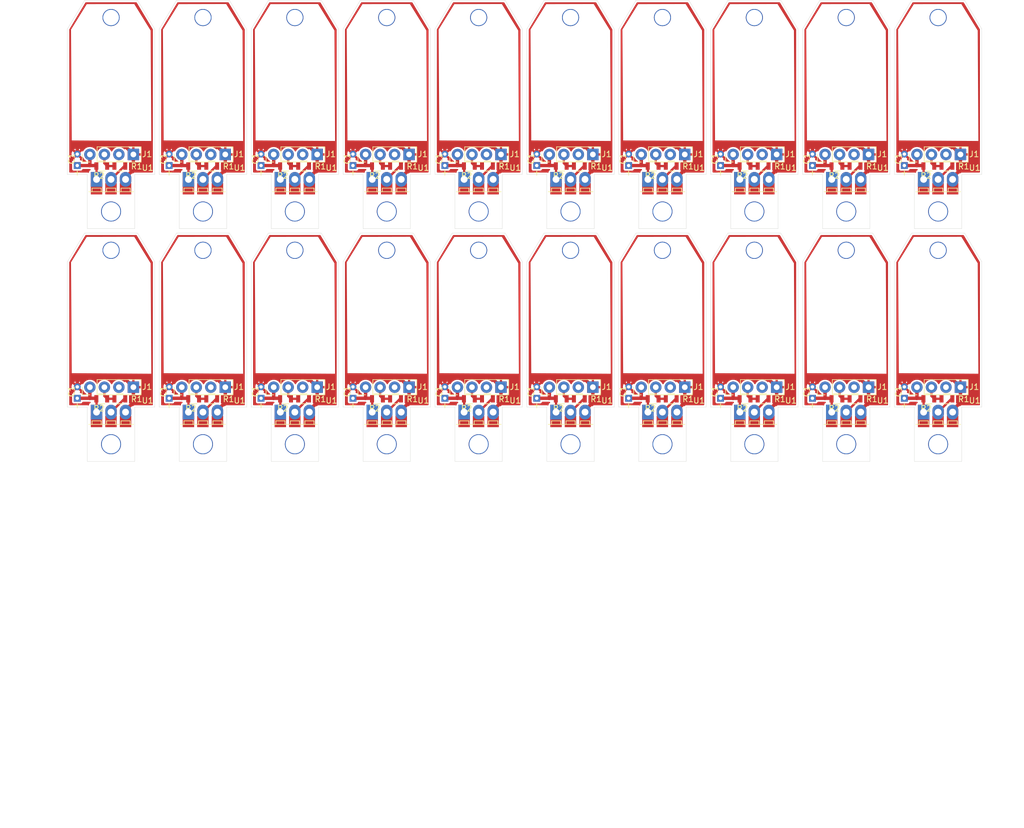
<source format=kicad_pcb>
(kicad_pcb (version 20171130) (host pcbnew "(5.1.2)-1")
  (layers (0 F.Cu signal) (31 B.Cu signal) (34 B.Paste user) (35 F.Paste user) (36 B.SilkS user) (37 F.SilkS user) (38 B.Mask user) (39 F.Mask user) (44 Edge.Cuts user))
  (net 0 "")
  (net 1 GNDD)
  (net 2 VDD)
  (net 3 "Net-(J1-Pad2)")
  (net 4 /DATA)
  (net 5 "Net-(U1-Pad3)")
  (module Capacitors_THT:CP_Radial_D4.0mm_P2.00mm (layer F.Cu) (at 162.42092 84.7547 90)
    (fp_text reference C1 (at 1.19126 -0.98044 270) (layer F.SilkS))
    (fp_text value 10uFx6v3)
    (pad 1 thru_hole rect (at 0 0 90) (size 1.2 1.2) (drill 0.6) (layers *.Cu *.Mask) (net 2 VDD))
    (pad 2 thru_hole circle (at 2 0 90) (size 1.2 1.2) (drill 0.6) (layers *.Cu *.Mask) (net 1 GNDD))
  )
  (module Capacitors_THT:CP_Radial_D4.0mm_P2.00mm (layer F.Cu) (at 146.32092 84.7547 90)
    (fp_text reference C1 (at 1.19126 -0.98044 270) (layer F.SilkS))
    (fp_text value 10uFx6v3)
    (pad 1 thru_hole rect (at 0 0 90) (size 1.2 1.2) (drill 0.6) (layers *.Cu *.Mask) (net 2 VDD))
    (pad 2 thru_hole circle (at 2 0 90) (size 1.2 1.2) (drill 0.6) (layers *.Cu *.Mask) (net 1 GNDD))
  )
  (module Capacitors_THT:CP_Radial_D4.0mm_P2.00mm (layer F.Cu) (at 130.22092 84.7547 90)
    (fp_text reference C1 (at 1.19126 -0.98044 270) (layer F.SilkS))
    (fp_text value 10uFx6v3)
    (pad 1 thru_hole rect (at 0 0 90) (size 1.2 1.2) (drill 0.6) (layers *.Cu *.Mask) (net 2 VDD))
    (pad 2 thru_hole circle (at 2 0 90) (size 1.2 1.2) (drill 0.6) (layers *.Cu *.Mask) (net 1 GNDD))
  )
  (module Capacitors_THT:CP_Radial_D4.0mm_P2.00mm (layer F.Cu) (at 114.12092 84.7547 90)
    (fp_text reference C1 (at 1.19126 -0.98044 270) (layer F.SilkS))
    (fp_text value 10uFx6v3)
    (pad 1 thru_hole rect (at 0 0 90) (size 1.2 1.2) (drill 0.6) (layers *.Cu *.Mask) (net 2 VDD))
    (pad 2 thru_hole circle (at 2 0 90) (size 1.2 1.2) (drill 0.6) (layers *.Cu *.Mask) (net 1 GNDD))
  )
  (module Capacitors_THT:CP_Radial_D4.0mm_P2.00mm (layer F.Cu) (at 98.02092 84.7547 90)
    (fp_text reference C1 (at 1.19126 -0.98044 270) (layer F.SilkS))
    (fp_text value 10uFx6v3)
    (pad 1 thru_hole rect (at 0 0 90) (size 1.2 1.2) (drill 0.6) (layers *.Cu *.Mask) (net 2 VDD))
    (pad 2 thru_hole circle (at 2 0 90) (size 1.2 1.2) (drill 0.6) (layers *.Cu *.Mask) (net 1 GNDD))
  )
  (module Capacitors_THT:CP_Radial_D4.0mm_P2.00mm (layer F.Cu) (at 81.92092 84.7547 90)
    (fp_text reference C1 (at 1.19126 -0.98044 270) (layer F.SilkS))
    (fp_text value 10uFx6v3)
    (pad 1 thru_hole rect (at 0 0 90) (size 1.2 1.2) (drill 0.6) (layers *.Cu *.Mask) (net 2 VDD))
    (pad 2 thru_hole circle (at 2 0 90) (size 1.2 1.2) (drill 0.6) (layers *.Cu *.Mask) (net 1 GNDD))
  )
  (module Capacitors_THT:CP_Radial_D4.0mm_P2.00mm (layer F.Cu) (at 65.82092 84.7547 90)
    (fp_text reference C1 (at 1.19126 -0.98044 270) (layer F.SilkS))
    (fp_text value 10uFx6v3)
    (pad 1 thru_hole rect (at 0 0 90) (size 1.2 1.2) (drill 0.6) (layers *.Cu *.Mask) (net 2 VDD))
    (pad 2 thru_hole circle (at 2 0 90) (size 1.2 1.2) (drill 0.6) (layers *.Cu *.Mask) (net 1 GNDD))
  )
  (module Capacitors_THT:CP_Radial_D4.0mm_P2.00mm (layer F.Cu) (at 49.72092 84.7547 90)
    (fp_text reference C1 (at 1.19126 -0.98044 270) (layer F.SilkS))
    (fp_text value 10uFx6v3)
    (pad 1 thru_hole rect (at 0 0 90) (size 1.2 1.2) (drill 0.6) (layers *.Cu *.Mask) (net 2 VDD))
    (pad 2 thru_hole circle (at 2 0 90) (size 1.2 1.2) (drill 0.6) (layers *.Cu *.Mask) (net 1 GNDD))
  )
  (module Capacitors_THT:CP_Radial_D4.0mm_P2.00mm (layer F.Cu) (at 33.62092 84.7547 90)
    (fp_text reference C1 (at 1.19126 -0.98044 270) (layer F.SilkS))
    (fp_text value 10uFx6v3)
    (pad 1 thru_hole rect (at 0 0 90) (size 1.2 1.2) (drill 0.6) (layers *.Cu *.Mask) (net 2 VDD))
    (pad 2 thru_hole circle (at 2 0 90) (size 1.2 1.2) (drill 0.6) (layers *.Cu *.Mask) (net 1 GNDD))
  )
  (module Capacitors_THT:CP_Radial_D4.0mm_P2.00mm (layer F.Cu) (at 17.52092 84.7547 90)
    (fp_text reference C1 (at 1.19126 -0.98044 270) (layer F.SilkS))
    (fp_text value 10uFx6v3)
    (pad 1 thru_hole rect (at 0 0 90) (size 1.2 1.2) (drill 0.6) (layers *.Cu *.Mask) (net 2 VDD))
    (pad 2 thru_hole circle (at 2 0 90) (size 1.2 1.2) (drill 0.6) (layers *.Cu *.Mask) (net 1 GNDD))
  )
  (module Capacitors_THT:CP_Radial_D4.0mm_P2.00mm (layer F.Cu) (at 162.42092 43.9547 90)
    (fp_text reference C1 (at 1.19126 -0.98044 270) (layer F.SilkS))
    (fp_text value 10uFx6v3)
    (pad 1 thru_hole rect (at 0 0 90) (size 1.2 1.2) (drill 0.6) (layers *.Cu *.Mask) (net 2 VDD))
    (pad 2 thru_hole circle (at 2 0 90) (size 1.2 1.2) (drill 0.6) (layers *.Cu *.Mask) (net 1 GNDD))
  )
  (module Capacitors_THT:CP_Radial_D4.0mm_P2.00mm (layer F.Cu) (at 146.32092 43.9547 90)
    (fp_text reference C1 (at 1.19126 -0.98044 270) (layer F.SilkS))
    (fp_text value 10uFx6v3)
    (pad 1 thru_hole rect (at 0 0 90) (size 1.2 1.2) (drill 0.6) (layers *.Cu *.Mask) (net 2 VDD))
    (pad 2 thru_hole circle (at 2 0 90) (size 1.2 1.2) (drill 0.6) (layers *.Cu *.Mask) (net 1 GNDD))
  )
  (module Capacitors_THT:CP_Radial_D4.0mm_P2.00mm (layer F.Cu) (at 130.22092 43.9547 90)
    (fp_text reference C1 (at 1.19126 -0.98044 270) (layer F.SilkS))
    (fp_text value 10uFx6v3)
    (pad 1 thru_hole rect (at 0 0 90) (size 1.2 1.2) (drill 0.6) (layers *.Cu *.Mask) (net 2 VDD))
    (pad 2 thru_hole circle (at 2 0 90) (size 1.2 1.2) (drill 0.6) (layers *.Cu *.Mask) (net 1 GNDD))
  )
  (module Capacitors_THT:CP_Radial_D4.0mm_P2.00mm (layer F.Cu) (at 114.12092 43.9547 90)
    (fp_text reference C1 (at 1.19126 -0.98044 270) (layer F.SilkS))
    (fp_text value 10uFx6v3)
    (pad 1 thru_hole rect (at 0 0 90) (size 1.2 1.2) (drill 0.6) (layers *.Cu *.Mask) (net 2 VDD))
    (pad 2 thru_hole circle (at 2 0 90) (size 1.2 1.2) (drill 0.6) (layers *.Cu *.Mask) (net 1 GNDD))
  )
  (module Capacitors_THT:CP_Radial_D4.0mm_P2.00mm (layer F.Cu) (at 98.02092 43.9547 90)
    (fp_text reference C1 (at 1.19126 -0.98044 270) (layer F.SilkS))
    (fp_text value 10uFx6v3)
    (pad 1 thru_hole rect (at 0 0 90) (size 1.2 1.2) (drill 0.6) (layers *.Cu *.Mask) (net 2 VDD))
    (pad 2 thru_hole circle (at 2 0 90) (size 1.2 1.2) (drill 0.6) (layers *.Cu *.Mask) (net 1 GNDD))
  )
  (module Capacitors_THT:CP_Radial_D4.0mm_P2.00mm (layer F.Cu) (at 81.92092 43.9547 90)
    (fp_text reference C1 (at 1.19126 -0.98044 270) (layer F.SilkS))
    (fp_text value 10uFx6v3)
    (pad 1 thru_hole rect (at 0 0 90) (size 1.2 1.2) (drill 0.6) (layers *.Cu *.Mask) (net 2 VDD))
    (pad 2 thru_hole circle (at 2 0 90) (size 1.2 1.2) (drill 0.6) (layers *.Cu *.Mask) (net 1 GNDD))
  )
  (module Capacitors_THT:CP_Radial_D4.0mm_P2.00mm (layer F.Cu) (at 65.82092 43.9547 90)
    (fp_text reference C1 (at 1.19126 -0.98044 270) (layer F.SilkS))
    (fp_text value 10uFx6v3)
    (pad 1 thru_hole rect (at 0 0 90) (size 1.2 1.2) (drill 0.6) (layers *.Cu *.Mask) (net 2 VDD))
    (pad 2 thru_hole circle (at 2 0 90) (size 1.2 1.2) (drill 0.6) (layers *.Cu *.Mask) (net 1 GNDD))
  )
  (module Capacitors_THT:CP_Radial_D4.0mm_P2.00mm (layer F.Cu) (at 49.72092 43.9547 90)
    (fp_text reference C1 (at 1.19126 -0.98044 270) (layer F.SilkS))
    (fp_text value 10uFx6v3)
    (pad 1 thru_hole rect (at 0 0 90) (size 1.2 1.2) (drill 0.6) (layers *.Cu *.Mask) (net 2 VDD))
    (pad 2 thru_hole circle (at 2 0 90) (size 1.2 1.2) (drill 0.6) (layers *.Cu *.Mask) (net 1 GNDD))
  )
  (module Capacitors_THT:CP_Radial_D4.0mm_P2.00mm (layer F.Cu) (at 33.62092 43.9547 90)
    (fp_text reference C1 (at 1.19126 -0.98044 270) (layer F.SilkS))
    (fp_text value 10uFx6v3)
    (pad 1 thru_hole rect (at 0 0 90) (size 1.2 1.2) (drill 0.6) (layers *.Cu *.Mask) (net 2 VDD))
    (pad 2 thru_hole circle (at 2 0 90) (size 1.2 1.2) (drill 0.6) (layers *.Cu *.Mask) (net 1 GNDD))
  )
  (module Resistors_SMD:R_0805 (layer F.Cu) (at 166.71352 84.84106 180)
    (fp_text reference R2 (at 0.47752 -1.69926) (layer F.SilkS))
    (fp_text value 10k)
    (pad 2 smd rect (at 0.95 0 180) (size 0.7 1.3) (layers F.Cu F.Paste F.Mask) (net 2 VDD))
    (pad 1 smd rect (at -0.95 0 180) (size 0.7 1.3) (layers F.Cu F.Paste F.Mask) (net 4 /DATA))
  )
  (module Resistors_SMD:R_0805 (layer F.Cu) (at 150.61352 84.84106 180)
    (fp_text reference R2 (at 0.47752 -1.69926) (layer F.SilkS))
    (fp_text value 10k)
    (pad 2 smd rect (at 0.95 0 180) (size 0.7 1.3) (layers F.Cu F.Paste F.Mask) (net 2 VDD))
    (pad 1 smd rect (at -0.95 0 180) (size 0.7 1.3) (layers F.Cu F.Paste F.Mask) (net 4 /DATA))
  )
  (module Resistors_SMD:R_0805 (layer F.Cu) (at 134.51352 84.84106 180)
    (fp_text reference R2 (at 0.47752 -1.69926) (layer F.SilkS))
    (fp_text value 10k)
    (pad 2 smd rect (at 0.95 0 180) (size 0.7 1.3) (layers F.Cu F.Paste F.Mask) (net 2 VDD))
    (pad 1 smd rect (at -0.95 0 180) (size 0.7 1.3) (layers F.Cu F.Paste F.Mask) (net 4 /DATA))
  )
  (module Resistors_SMD:R_0805 (layer F.Cu) (at 118.41352 84.84106 180)
    (fp_text reference R2 (at 0.47752 -1.69926) (layer F.SilkS))
    (fp_text value 10k)
    (pad 2 smd rect (at 0.95 0 180) (size 0.7 1.3) (layers F.Cu F.Paste F.Mask) (net 2 VDD))
    (pad 1 smd rect (at -0.95 0 180) (size 0.7 1.3) (layers F.Cu F.Paste F.Mask) (net 4 /DATA))
  )
  (module Resistors_SMD:R_0805 (layer F.Cu) (at 102.31352 84.84106 180)
    (fp_text reference R2 (at 0.47752 -1.69926) (layer F.SilkS))
    (fp_text value 10k)
    (pad 2 smd rect (at 0.95 0 180) (size 0.7 1.3) (layers F.Cu F.Paste F.Mask) (net 2 VDD))
    (pad 1 smd rect (at -0.95 0 180) (size 0.7 1.3) (layers F.Cu F.Paste F.Mask) (net 4 /DATA))
  )
  (module Resistors_SMD:R_0805 (layer F.Cu) (at 86.21352 84.84106 180)
    (fp_text reference R2 (at 0.47752 -1.69926) (layer F.SilkS))
    (fp_text value 10k)
    (pad 2 smd rect (at 0.95 0 180) (size 0.7 1.3) (layers F.Cu F.Paste F.Mask) (net 2 VDD))
    (pad 1 smd rect (at -0.95 0 180) (size 0.7 1.3) (layers F.Cu F.Paste F.Mask) (net 4 /DATA))
  )
  (module Resistors_SMD:R_0805 (layer F.Cu) (at 70.11352 84.84106 180)
    (fp_text reference R2 (at 0.47752 -1.69926) (layer F.SilkS))
    (fp_text value 10k)
    (pad 2 smd rect (at 0.95 0 180) (size 0.7 1.3) (layers F.Cu F.Paste F.Mask) (net 2 VDD))
    (pad 1 smd rect (at -0.95 0 180) (size 0.7 1.3) (layers F.Cu F.Paste F.Mask) (net 4 /DATA))
  )
  (module Resistors_SMD:R_0805 (layer F.Cu) (at 54.01352 84.84106 180)
    (fp_text reference R2 (at 0.47752 -1.69926) (layer F.SilkS))
    (fp_text value 10k)
    (pad 2 smd rect (at 0.95 0 180) (size 0.7 1.3) (layers F.Cu F.Paste F.Mask) (net 2 VDD))
    (pad 1 smd rect (at -0.95 0 180) (size 0.7 1.3) (layers F.Cu F.Paste F.Mask) (net 4 /DATA))
  )
  (module Resistors_SMD:R_0805 (layer F.Cu) (at 37.91352 84.84106 180)
    (fp_text reference R2 (at 0.47752 -1.69926) (layer F.SilkS))
    (fp_text value 10k)
    (pad 2 smd rect (at 0.95 0 180) (size 0.7 1.3) (layers F.Cu F.Paste F.Mask) (net 2 VDD))
    (pad 1 smd rect (at -0.95 0 180) (size 0.7 1.3) (layers F.Cu F.Paste F.Mask) (net 4 /DATA))
  )
  (module Resistors_SMD:R_0805 (layer F.Cu) (at 21.81352 84.84106 180)
    (fp_text reference R2 (at 0.47752 -1.69926) (layer F.SilkS))
    (fp_text value 10k)
    (pad 2 smd rect (at 0.95 0 180) (size 0.7 1.3) (layers F.Cu F.Paste F.Mask) (net 2 VDD))
    (pad 1 smd rect (at -0.95 0 180) (size 0.7 1.3) (layers F.Cu F.Paste F.Mask) (net 4 /DATA))
  )
  (module Resistors_SMD:R_0805 (layer F.Cu) (at 166.71352 44.04106 180)
    (fp_text reference R2 (at 0.47752 -1.69926) (layer F.SilkS))
    (fp_text value 10k)
    (pad 2 smd rect (at 0.95 0 180) (size 0.7 1.3) (layers F.Cu F.Paste F.Mask) (net 2 VDD))
    (pad 1 smd rect (at -0.95 0 180) (size 0.7 1.3) (layers F.Cu F.Paste F.Mask) (net 4 /DATA))
  )
  (module Resistors_SMD:R_0805 (layer F.Cu) (at 150.61352 44.04106 180)
    (fp_text reference R2 (at 0.47752 -1.69926) (layer F.SilkS))
    (fp_text value 10k)
    (pad 2 smd rect (at 0.95 0 180) (size 0.7 1.3) (layers F.Cu F.Paste F.Mask) (net 2 VDD))
    (pad 1 smd rect (at -0.95 0 180) (size 0.7 1.3) (layers F.Cu F.Paste F.Mask) (net 4 /DATA))
  )
  (module Resistors_SMD:R_0805 (layer F.Cu) (at 134.51352 44.04106 180)
    (fp_text reference R2 (at 0.47752 -1.69926) (layer F.SilkS))
    (fp_text value 10k)
    (pad 2 smd rect (at 0.95 0 180) (size 0.7 1.3) (layers F.Cu F.Paste F.Mask) (net 2 VDD))
    (pad 1 smd rect (at -0.95 0 180) (size 0.7 1.3) (layers F.Cu F.Paste F.Mask) (net 4 /DATA))
  )
  (module Resistors_SMD:R_0805 (layer F.Cu) (at 118.41352 44.04106 180)
    (fp_text reference R2 (at 0.47752 -1.69926) (layer F.SilkS))
    (fp_text value 10k)
    (pad 2 smd rect (at 0.95 0 180) (size 0.7 1.3) (layers F.Cu F.Paste F.Mask) (net 2 VDD))
    (pad 1 smd rect (at -0.95 0 180) (size 0.7 1.3) (layers F.Cu F.Paste F.Mask) (net 4 /DATA))
  )
  (module Resistors_SMD:R_0805 (layer F.Cu) (at 102.31352 44.04106 180)
    (fp_text reference R2 (at 0.47752 -1.69926) (layer F.SilkS))
    (fp_text value 10k)
    (pad 2 smd rect (at 0.95 0 180) (size 0.7 1.3) (layers F.Cu F.Paste F.Mask) (net 2 VDD))
    (pad 1 smd rect (at -0.95 0 180) (size 0.7 1.3) (layers F.Cu F.Paste F.Mask) (net 4 /DATA))
  )
  (module Resistors_SMD:R_0805 (layer F.Cu) (at 86.21352 44.04106 180)
    (fp_text reference R2 (at 0.47752 -1.69926) (layer F.SilkS))
    (fp_text value 10k)
    (pad 2 smd rect (at 0.95 0 180) (size 0.7 1.3) (layers F.Cu F.Paste F.Mask) (net 2 VDD))
    (pad 1 smd rect (at -0.95 0 180) (size 0.7 1.3) (layers F.Cu F.Paste F.Mask) (net 4 /DATA))
  )
  (module Resistors_SMD:R_0805 (layer F.Cu) (at 70.11352 44.04106 180)
    (fp_text reference R2 (at 0.47752 -1.69926) (layer F.SilkS))
    (fp_text value 10k)
    (pad 2 smd rect (at 0.95 0 180) (size 0.7 1.3) (layers F.Cu F.Paste F.Mask) (net 2 VDD))
    (pad 1 smd rect (at -0.95 0 180) (size 0.7 1.3) (layers F.Cu F.Paste F.Mask) (net 4 /DATA))
  )
  (module Resistors_SMD:R_0805 (layer F.Cu) (at 54.01352 44.04106 180)
    (fp_text reference R2 (at 0.47752 -1.69926) (layer F.SilkS))
    (fp_text value 10k)
    (pad 2 smd rect (at 0.95 0 180) (size 0.7 1.3) (layers F.Cu F.Paste F.Mask) (net 2 VDD))
    (pad 1 smd rect (at -0.95 0 180) (size 0.7 1.3) (layers F.Cu F.Paste F.Mask) (net 4 /DATA))
  )
  (module Resistors_SMD:R_0805 (layer F.Cu) (at 37.91352 44.04106 180)
    (fp_text reference R2 (at 0.47752 -1.69926) (layer F.SilkS))
    (fp_text value 10k)
    (pad 2 smd rect (at 0.95 0 180) (size 0.7 1.3) (layers F.Cu F.Paste F.Mask) (net 2 VDD))
    (pad 1 smd rect (at -0.95 0 180) (size 0.7 1.3) (layers F.Cu F.Paste F.Mask) (net 4 /DATA))
  )
  (module Resistors_SMD:R_0805 (layer F.Cu) (at 169.8809 84.84106)
    (fp_text reference R1 (at 2.93878 0.07366) (layer F.SilkS))
    (fp_text value 100)
    (pad 1 smd rect (at -0.95 0) (size 0.7 1.3) (layers F.Cu F.Paste F.Mask) (net 4 /DATA))
    (pad 2 smd rect (at 0.95 0) (size 0.7 1.3) (layers F.Cu F.Paste F.Mask) (net 3 "Net-(J1-Pad2)"))
  )
  (module Resistors_SMD:R_0805 (layer F.Cu) (at 153.7809 84.84106)
    (fp_text reference R1 (at 2.93878 0.07366) (layer F.SilkS))
    (fp_text value 100)
    (pad 1 smd rect (at -0.95 0) (size 0.7 1.3) (layers F.Cu F.Paste F.Mask) (net 4 /DATA))
    (pad 2 smd rect (at 0.95 0) (size 0.7 1.3) (layers F.Cu F.Paste F.Mask) (net 3 "Net-(J1-Pad2)"))
  )
  (module Resistors_SMD:R_0805 (layer F.Cu) (at 137.6809 84.84106)
    (fp_text reference R1 (at 2.93878 0.07366) (layer F.SilkS))
    (fp_text value 100)
    (pad 1 smd rect (at -0.95 0) (size 0.7 1.3) (layers F.Cu F.Paste F.Mask) (net 4 /DATA))
    (pad 2 smd rect (at 0.95 0) (size 0.7 1.3) (layers F.Cu F.Paste F.Mask) (net 3 "Net-(J1-Pad2)"))
  )
  (module Resistors_SMD:R_0805 (layer F.Cu) (at 121.5809 84.84106)
    (fp_text reference R1 (at 2.93878 0.07366) (layer F.SilkS))
    (fp_text value 100)
    (pad 1 smd rect (at -0.95 0) (size 0.7 1.3) (layers F.Cu F.Paste F.Mask) (net 4 /DATA))
    (pad 2 smd rect (at 0.95 0) (size 0.7 1.3) (layers F.Cu F.Paste F.Mask) (net 3 "Net-(J1-Pad2)"))
  )
  (module Resistors_SMD:R_0805 (layer F.Cu) (at 105.4809 84.84106)
    (fp_text reference R1 (at 2.93878 0.07366) (layer F.SilkS))
    (fp_text value 100)
    (pad 1 smd rect (at -0.95 0) (size 0.7 1.3) (layers F.Cu F.Paste F.Mask) (net 4 /DATA))
    (pad 2 smd rect (at 0.95 0) (size 0.7 1.3) (layers F.Cu F.Paste F.Mask) (net 3 "Net-(J1-Pad2)"))
  )
  (module Resistors_SMD:R_0805 (layer F.Cu) (at 89.3809 84.84106)
    (fp_text reference R1 (at 2.93878 0.07366) (layer F.SilkS))
    (fp_text value 100)
    (pad 1 smd rect (at -0.95 0) (size 0.7 1.3) (layers F.Cu F.Paste F.Mask) (net 4 /DATA))
    (pad 2 smd rect (at 0.95 0) (size 0.7 1.3) (layers F.Cu F.Paste F.Mask) (net 3 "Net-(J1-Pad2)"))
  )
  (module Resistors_SMD:R_0805 (layer F.Cu) (at 73.2809 84.84106)
    (fp_text reference R1 (at 2.93878 0.07366) (layer F.SilkS))
    (fp_text value 100)
    (pad 1 smd rect (at -0.95 0) (size 0.7 1.3) (layers F.Cu F.Paste F.Mask) (net 4 /DATA))
    (pad 2 smd rect (at 0.95 0) (size 0.7 1.3) (layers F.Cu F.Paste F.Mask) (net 3 "Net-(J1-Pad2)"))
  )
  (module Resistors_SMD:R_0805 (layer F.Cu) (at 57.1809 84.84106)
    (fp_text reference R1 (at 2.93878 0.07366) (layer F.SilkS))
    (fp_text value 100)
    (pad 1 smd rect (at -0.95 0) (size 0.7 1.3) (layers F.Cu F.Paste F.Mask) (net 4 /DATA))
    (pad 2 smd rect (at 0.95 0) (size 0.7 1.3) (layers F.Cu F.Paste F.Mask) (net 3 "Net-(J1-Pad2)"))
  )
  (module Resistors_SMD:R_0805 (layer F.Cu) (at 41.0809 84.84106)
    (fp_text reference R1 (at 2.93878 0.07366) (layer F.SilkS))
    (fp_text value 100)
    (pad 1 smd rect (at -0.95 0) (size 0.7 1.3) (layers F.Cu F.Paste F.Mask) (net 4 /DATA))
    (pad 2 smd rect (at 0.95 0) (size 0.7 1.3) (layers F.Cu F.Paste F.Mask) (net 3 "Net-(J1-Pad2)"))
  )
  (module Resistors_SMD:R_0805 (layer F.Cu) (at 24.9809 84.84106)
    (fp_text reference R1 (at 2.93878 0.07366) (layer F.SilkS))
    (fp_text value 100)
    (pad 1 smd rect (at -0.95 0) (size 0.7 1.3) (layers F.Cu F.Paste F.Mask) (net 4 /DATA))
    (pad 2 smd rect (at 0.95 0) (size 0.7 1.3) (layers F.Cu F.Paste F.Mask) (net 3 "Net-(J1-Pad2)"))
  )
  (module Resistors_SMD:R_0805 (layer F.Cu) (at 169.8809 44.04106)
    (fp_text reference R1 (at 2.93878 0.07366) (layer F.SilkS))
    (fp_text value 100)
    (pad 1 smd rect (at -0.95 0) (size 0.7 1.3) (layers F.Cu F.Paste F.Mask) (net 4 /DATA))
    (pad 2 smd rect (at 0.95 0) (size 0.7 1.3) (layers F.Cu F.Paste F.Mask) (net 3 "Net-(J1-Pad2)"))
  )
  (module Resistors_SMD:R_0805 (layer F.Cu) (at 153.7809 44.04106)
    (fp_text reference R1 (at 2.93878 0.07366) (layer F.SilkS))
    (fp_text value 100)
    (pad 1 smd rect (at -0.95 0) (size 0.7 1.3) (layers F.Cu F.Paste F.Mask) (net 4 /DATA))
    (pad 2 smd rect (at 0.95 0) (size 0.7 1.3) (layers F.Cu F.Paste F.Mask) (net 3 "Net-(J1-Pad2)"))
  )
  (module Resistors_SMD:R_0805 (layer F.Cu) (at 137.6809 44.04106)
    (fp_text reference R1 (at 2.93878 0.07366) (layer F.SilkS))
    (fp_text value 100)
    (pad 1 smd rect (at -0.95 0) (size 0.7 1.3) (layers F.Cu F.Paste F.Mask) (net 4 /DATA))
    (pad 2 smd rect (at 0.95 0) (size 0.7 1.3) (layers F.Cu F.Paste F.Mask) (net 3 "Net-(J1-Pad2)"))
  )
  (module Resistors_SMD:R_0805 (layer F.Cu) (at 121.5809 44.04106)
    (fp_text reference R1 (at 2.93878 0.07366) (layer F.SilkS))
    (fp_text value 100)
    (pad 1 smd rect (at -0.95 0) (size 0.7 1.3) (layers F.Cu F.Paste F.Mask) (net 4 /DATA))
    (pad 2 smd rect (at 0.95 0) (size 0.7 1.3) (layers F.Cu F.Paste F.Mask) (net 3 "Net-(J1-Pad2)"))
  )
  (module Resistors_SMD:R_0805 (layer F.Cu) (at 105.4809 44.04106)
    (fp_text reference R1 (at 2.93878 0.07366) (layer F.SilkS))
    (fp_text value 100)
    (pad 1 smd rect (at -0.95 0) (size 0.7 1.3) (layers F.Cu F.Paste F.Mask) (net 4 /DATA))
    (pad 2 smd rect (at 0.95 0) (size 0.7 1.3) (layers F.Cu F.Paste F.Mask) (net 3 "Net-(J1-Pad2)"))
  )
  (module Resistors_SMD:R_0805 (layer F.Cu) (at 89.3809 44.04106)
    (fp_text reference R1 (at 2.93878 0.07366) (layer F.SilkS))
    (fp_text value 100)
    (pad 1 smd rect (at -0.95 0) (size 0.7 1.3) (layers F.Cu F.Paste F.Mask) (net 4 /DATA))
    (pad 2 smd rect (at 0.95 0) (size 0.7 1.3) (layers F.Cu F.Paste F.Mask) (net 3 "Net-(J1-Pad2)"))
  )
  (module Resistors_SMD:R_0805 (layer F.Cu) (at 73.2809 44.04106)
    (fp_text reference R1 (at 2.93878 0.07366) (layer F.SilkS))
    (fp_text value 100)
    (pad 1 smd rect (at -0.95 0) (size 0.7 1.3) (layers F.Cu F.Paste F.Mask) (net 4 /DATA))
    (pad 2 smd rect (at 0.95 0) (size 0.7 1.3) (layers F.Cu F.Paste F.Mask) (net 3 "Net-(J1-Pad2)"))
  )
  (module Resistors_SMD:R_0805 (layer F.Cu) (at 57.1809 44.04106)
    (fp_text reference R1 (at 2.93878 0.07366) (layer F.SilkS))
    (fp_text value 100)
    (pad 1 smd rect (at -0.95 0) (size 0.7 1.3) (layers F.Cu F.Paste F.Mask) (net 4 /DATA))
    (pad 2 smd rect (at 0.95 0) (size 0.7 1.3) (layers F.Cu F.Paste F.Mask) (net 3 "Net-(J1-Pad2)"))
  )
  (module Resistors_SMD:R_0805 (layer F.Cu) (at 41.0809 44.04106)
    (fp_text reference R1 (at 2.93878 0.07366) (layer F.SilkS))
    (fp_text value 100)
    (pad 1 smd rect (at -0.95 0) (size 0.7 1.3) (layers F.Cu F.Paste F.Mask) (net 4 /DATA))
    (pad 2 smd rect (at 0.95 0) (size 0.7 1.3) (layers F.Cu F.Paste F.Mask) (net 3 "Net-(J1-Pad2)"))
  )
  (module Connectors_Molex:Molex_KK-6410-03_03x2.54mm_Straight (layer F.Cu) (at 165.79912 87.1804)
    (fp_text reference J1 (at 8.85444 -4.4196) (layer F.SilkS))
    (fp_text value DHT22)
    (pad 3 smd rect (at 5.08 1.64) (size 2 2) (layers F.Cu F.Paste F.Mask) (net 1 GNDD))
    (pad 2 smd rect (at 2.53 1.64) (size 2 2) (layers F.Cu F.Paste F.Mask) (net 3 "Net-(J1-Pad2)"))
    (pad 1 smd rect (at 0 1.64) (size 2 2) (layers F.Cu F.Paste F.Mask) (net 2 VDD))
    (pad 1 thru_hole rect (at 0 0) (size 2 2.6) (drill 1.2) (layers *.Cu *.Mask) (net 2 VDD))
    (pad 2 thru_hole oval (at 2.54 0) (size 2 2.6) (drill 1.2) (layers *.Cu *.Mask) (net 3 "Net-(J1-Pad2)"))
    (pad 3 thru_hole oval (at 5.08 0) (size 2 2.6) (drill 1.2) (layers *.Cu *.Mask) (net 1 GNDD))
  )
  (module Connectors_Molex:Molex_KK-6410-03_03x2.54mm_Straight (layer F.Cu) (at 149.69912 87.1804)
    (fp_text reference J1 (at 8.85444 -4.4196) (layer F.SilkS))
    (fp_text value DHT22)
    (pad 3 smd rect (at 5.08 1.64) (size 2 2) (layers F.Cu F.Paste F.Mask) (net 1 GNDD))
    (pad 2 smd rect (at 2.53 1.64) (size 2 2) (layers F.Cu F.Paste F.Mask) (net 3 "Net-(J1-Pad2)"))
    (pad 1 smd rect (at 0 1.64) (size 2 2) (layers F.Cu F.Paste F.Mask) (net 2 VDD))
    (pad 1 thru_hole rect (at 0 0) (size 2 2.6) (drill 1.2) (layers *.Cu *.Mask) (net 2 VDD))
    (pad 2 thru_hole oval (at 2.54 0) (size 2 2.6) (drill 1.2) (layers *.Cu *.Mask) (net 3 "Net-(J1-Pad2)"))
    (pad 3 thru_hole oval (at 5.08 0) (size 2 2.6) (drill 1.2) (layers *.Cu *.Mask) (net 1 GNDD))
  )
  (module Connectors_Molex:Molex_KK-6410-03_03x2.54mm_Straight (layer F.Cu) (at 133.59912 87.1804)
    (fp_text reference J1 (at 8.85444 -4.4196) (layer F.SilkS))
    (fp_text value DHT22)
    (pad 3 smd rect (at 5.08 1.64) (size 2 2) (layers F.Cu F.Paste F.Mask) (net 1 GNDD))
    (pad 2 smd rect (at 2.53 1.64) (size 2 2) (layers F.Cu F.Paste F.Mask) (net 3 "Net-(J1-Pad2)"))
    (pad 1 smd rect (at 0 1.64) (size 2 2) (layers F.Cu F.Paste F.Mask) (net 2 VDD))
    (pad 1 thru_hole rect (at 0 0) (size 2 2.6) (drill 1.2) (layers *.Cu *.Mask) (net 2 VDD))
    (pad 2 thru_hole oval (at 2.54 0) (size 2 2.6) (drill 1.2) (layers *.Cu *.Mask) (net 3 "Net-(J1-Pad2)"))
    (pad 3 thru_hole oval (at 5.08 0) (size 2 2.6) (drill 1.2) (layers *.Cu *.Mask) (net 1 GNDD))
  )
  (module Connectors_Molex:Molex_KK-6410-03_03x2.54mm_Straight (layer F.Cu) (at 117.49912 87.1804)
    (fp_text reference J1 (at 8.85444 -4.4196) (layer F.SilkS))
    (fp_text value DHT22)
    (pad 3 smd rect (at 5.08 1.64) (size 2 2) (layers F.Cu F.Paste F.Mask) (net 1 GNDD))
    (pad 2 smd rect (at 2.53 1.64) (size 2 2) (layers F.Cu F.Paste F.Mask) (net 3 "Net-(J1-Pad2)"))
    (pad 1 smd rect (at 0 1.64) (size 2 2) (layers F.Cu F.Paste F.Mask) (net 2 VDD))
    (pad 1 thru_hole rect (at 0 0) (size 2 2.6) (drill 1.2) (layers *.Cu *.Mask) (net 2 VDD))
    (pad 2 thru_hole oval (at 2.54 0) (size 2 2.6) (drill 1.2) (layers *.Cu *.Mask) (net 3 "Net-(J1-Pad2)"))
    (pad 3 thru_hole oval (at 5.08 0) (size 2 2.6) (drill 1.2) (layers *.Cu *.Mask) (net 1 GNDD))
  )
  (module Connectors_Molex:Molex_KK-6410-03_03x2.54mm_Straight (layer F.Cu) (at 101.39912 87.1804)
    (fp_text reference J1 (at 8.85444 -4.4196) (layer F.SilkS))
    (fp_text value DHT22)
    (pad 3 smd rect (at 5.08 1.64) (size 2 2) (layers F.Cu F.Paste F.Mask) (net 1 GNDD))
    (pad 2 smd rect (at 2.53 1.64) (size 2 2) (layers F.Cu F.Paste F.Mask) (net 3 "Net-(J1-Pad2)"))
    (pad 1 smd rect (at 0 1.64) (size 2 2) (layers F.Cu F.Paste F.Mask) (net 2 VDD))
    (pad 1 thru_hole rect (at 0 0) (size 2 2.6) (drill 1.2) (layers *.Cu *.Mask) (net 2 VDD))
    (pad 2 thru_hole oval (at 2.54 0) (size 2 2.6) (drill 1.2) (layers *.Cu *.Mask) (net 3 "Net-(J1-Pad2)"))
    (pad 3 thru_hole oval (at 5.08 0) (size 2 2.6) (drill 1.2) (layers *.Cu *.Mask) (net 1 GNDD))
  )
  (module Connectors_Molex:Molex_KK-6410-03_03x2.54mm_Straight (layer F.Cu) (at 85.29912 87.1804)
    (fp_text reference J1 (at 8.85444 -4.4196) (layer F.SilkS))
    (fp_text value DHT22)
    (pad 3 smd rect (at 5.08 1.64) (size 2 2) (layers F.Cu F.Paste F.Mask) (net 1 GNDD))
    (pad 2 smd rect (at 2.53 1.64) (size 2 2) (layers F.Cu F.Paste F.Mask) (net 3 "Net-(J1-Pad2)"))
    (pad 1 smd rect (at 0 1.64) (size 2 2) (layers F.Cu F.Paste F.Mask) (net 2 VDD))
    (pad 1 thru_hole rect (at 0 0) (size 2 2.6) (drill 1.2) (layers *.Cu *.Mask) (net 2 VDD))
    (pad 2 thru_hole oval (at 2.54 0) (size 2 2.6) (drill 1.2) (layers *.Cu *.Mask) (net 3 "Net-(J1-Pad2)"))
    (pad 3 thru_hole oval (at 5.08 0) (size 2 2.6) (drill 1.2) (layers *.Cu *.Mask) (net 1 GNDD))
  )
  (module Connectors_Molex:Molex_KK-6410-03_03x2.54mm_Straight (layer F.Cu) (at 69.19912 87.1804)
    (fp_text reference J1 (at 8.85444 -4.4196) (layer F.SilkS))
    (fp_text value DHT22)
    (pad 3 smd rect (at 5.08 1.64) (size 2 2) (layers F.Cu F.Paste F.Mask) (net 1 GNDD))
    (pad 2 smd rect (at 2.53 1.64) (size 2 2) (layers F.Cu F.Paste F.Mask) (net 3 "Net-(J1-Pad2)"))
    (pad 1 smd rect (at 0 1.64) (size 2 2) (layers F.Cu F.Paste F.Mask) (net 2 VDD))
    (pad 1 thru_hole rect (at 0 0) (size 2 2.6) (drill 1.2) (layers *.Cu *.Mask) (net 2 VDD))
    (pad 2 thru_hole oval (at 2.54 0) (size 2 2.6) (drill 1.2) (layers *.Cu *.Mask) (net 3 "Net-(J1-Pad2)"))
    (pad 3 thru_hole oval (at 5.08 0) (size 2 2.6) (drill 1.2) (layers *.Cu *.Mask) (net 1 GNDD))
  )
  (module Connectors_Molex:Molex_KK-6410-03_03x2.54mm_Straight (layer F.Cu) (at 53.09912 87.1804)
    (fp_text reference J1 (at 8.85444 -4.4196) (layer F.SilkS))
    (fp_text value DHT22)
    (pad 3 smd rect (at 5.08 1.64) (size 2 2) (layers F.Cu F.Paste F.Mask) (net 1 GNDD))
    (pad 2 smd rect (at 2.53 1.64) (size 2 2) (layers F.Cu F.Paste F.Mask) (net 3 "Net-(J1-Pad2)"))
    (pad 1 smd rect (at 0 1.64) (size 2 2) (layers F.Cu F.Paste F.Mask) (net 2 VDD))
    (pad 1 thru_hole rect (at 0 0) (size 2 2.6) (drill 1.2) (layers *.Cu *.Mask) (net 2 VDD))
    (pad 2 thru_hole oval (at 2.54 0) (size 2 2.6) (drill 1.2) (layers *.Cu *.Mask) (net 3 "Net-(J1-Pad2)"))
    (pad 3 thru_hole oval (at 5.08 0) (size 2 2.6) (drill 1.2) (layers *.Cu *.Mask) (net 1 GNDD))
  )
  (module Connectors_Molex:Molex_KK-6410-03_03x2.54mm_Straight (layer F.Cu) (at 36.99912 87.1804)
    (fp_text reference J1 (at 8.85444 -4.4196) (layer F.SilkS))
    (fp_text value DHT22)
    (pad 3 smd rect (at 5.08 1.64) (size 2 2) (layers F.Cu F.Paste F.Mask) (net 1 GNDD))
    (pad 2 smd rect (at 2.53 1.64) (size 2 2) (layers F.Cu F.Paste F.Mask) (net 3 "Net-(J1-Pad2)"))
    (pad 1 smd rect (at 0 1.64) (size 2 2) (layers F.Cu F.Paste F.Mask) (net 2 VDD))
    (pad 1 thru_hole rect (at 0 0) (size 2 2.6) (drill 1.2) (layers *.Cu *.Mask) (net 2 VDD))
    (pad 2 thru_hole oval (at 2.54 0) (size 2 2.6) (drill 1.2) (layers *.Cu *.Mask) (net 3 "Net-(J1-Pad2)"))
    (pad 3 thru_hole oval (at 5.08 0) (size 2 2.6) (drill 1.2) (layers *.Cu *.Mask) (net 1 GNDD))
  )
  (module Connectors_Molex:Molex_KK-6410-03_03x2.54mm_Straight (layer F.Cu) (at 20.89912 87.1804)
    (fp_text reference J1 (at 8.85444 -4.4196) (layer F.SilkS))
    (fp_text value DHT22)
    (pad 3 smd rect (at 5.08 1.64) (size 2 2) (layers F.Cu F.Paste F.Mask) (net 1 GNDD))
    (pad 2 smd rect (at 2.53 1.64) (size 2 2) (layers F.Cu F.Paste F.Mask) (net 3 "Net-(J1-Pad2)"))
    (pad 1 smd rect (at 0 1.64) (size 2 2) (layers F.Cu F.Paste F.Mask) (net 2 VDD))
    (pad 1 thru_hole rect (at 0 0) (size 2 2.6) (drill 1.2) (layers *.Cu *.Mask) (net 2 VDD))
    (pad 2 thru_hole oval (at 2.54 0) (size 2 2.6) (drill 1.2) (layers *.Cu *.Mask) (net 3 "Net-(J1-Pad2)"))
    (pad 3 thru_hole oval (at 5.08 0) (size 2 2.6) (drill 1.2) (layers *.Cu *.Mask) (net 1 GNDD))
  )
  (module Connectors_Molex:Molex_KK-6410-03_03x2.54mm_Straight (layer F.Cu) (at 165.79912 46.3804)
    (fp_text reference J1 (at 8.85444 -4.4196) (layer F.SilkS))
    (fp_text value DHT22)
    (pad 3 smd rect (at 5.08 1.64) (size 2 2) (layers F.Cu F.Paste F.Mask) (net 1 GNDD))
    (pad 2 smd rect (at 2.53 1.64) (size 2 2) (layers F.Cu F.Paste F.Mask) (net 3 "Net-(J1-Pad2)"))
    (pad 1 smd rect (at 0 1.64) (size 2 2) (layers F.Cu F.Paste F.Mask) (net 2 VDD))
    (pad 1 thru_hole rect (at 0 0) (size 2 2.6) (drill 1.2) (layers *.Cu *.Mask) (net 2 VDD))
    (pad 2 thru_hole oval (at 2.54 0) (size 2 2.6) (drill 1.2) (layers *.Cu *.Mask) (net 3 "Net-(J1-Pad2)"))
    (pad 3 thru_hole oval (at 5.08 0) (size 2 2.6) (drill 1.2) (layers *.Cu *.Mask) (net 1 GNDD))
  )
  (module Connectors_Molex:Molex_KK-6410-03_03x2.54mm_Straight (layer F.Cu) (at 149.69912 46.3804)
    (fp_text reference J1 (at 8.85444 -4.4196) (layer F.SilkS))
    (fp_text value DHT22)
    (pad 3 smd rect (at 5.08 1.64) (size 2 2) (layers F.Cu F.Paste F.Mask) (net 1 GNDD))
    (pad 2 smd rect (at 2.53 1.64) (size 2 2) (layers F.Cu F.Paste F.Mask) (net 3 "Net-(J1-Pad2)"))
    (pad 1 smd rect (at 0 1.64) (size 2 2) (layers F.Cu F.Paste F.Mask) (net 2 VDD))
    (pad 1 thru_hole rect (at 0 0) (size 2 2.6) (drill 1.2) (layers *.Cu *.Mask) (net 2 VDD))
    (pad 2 thru_hole oval (at 2.54 0) (size 2 2.6) (drill 1.2) (layers *.Cu *.Mask) (net 3 "Net-(J1-Pad2)"))
    (pad 3 thru_hole oval (at 5.08 0) (size 2 2.6) (drill 1.2) (layers *.Cu *.Mask) (net 1 GNDD))
  )
  (module Connectors_Molex:Molex_KK-6410-03_03x2.54mm_Straight (layer F.Cu) (at 133.59912 46.3804)
    (fp_text reference J1 (at 8.85444 -4.4196) (layer F.SilkS))
    (fp_text value DHT22)
    (pad 3 smd rect (at 5.08 1.64) (size 2 2) (layers F.Cu F.Paste F.Mask) (net 1 GNDD))
    (pad 2 smd rect (at 2.53 1.64) (size 2 2) (layers F.Cu F.Paste F.Mask) (net 3 "Net-(J1-Pad2)"))
    (pad 1 smd rect (at 0 1.64) (size 2 2) (layers F.Cu F.Paste F.Mask) (net 2 VDD))
    (pad 1 thru_hole rect (at 0 0) (size 2 2.6) (drill 1.2) (layers *.Cu *.Mask) (net 2 VDD))
    (pad 2 thru_hole oval (at 2.54 0) (size 2 2.6) (drill 1.2) (layers *.Cu *.Mask) (net 3 "Net-(J1-Pad2)"))
    (pad 3 thru_hole oval (at 5.08 0) (size 2 2.6) (drill 1.2) (layers *.Cu *.Mask) (net 1 GNDD))
  )
  (module Connectors_Molex:Molex_KK-6410-03_03x2.54mm_Straight (layer F.Cu) (at 117.49912 46.3804)
    (fp_text reference J1 (at 8.85444 -4.4196) (layer F.SilkS))
    (fp_text value DHT22)
    (pad 3 smd rect (at 5.08 1.64) (size 2 2) (layers F.Cu F.Paste F.Mask) (net 1 GNDD))
    (pad 2 smd rect (at 2.53 1.64) (size 2 2) (layers F.Cu F.Paste F.Mask) (net 3 "Net-(J1-Pad2)"))
    (pad 1 smd rect (at 0 1.64) (size 2 2) (layers F.Cu F.Paste F.Mask) (net 2 VDD))
    (pad 1 thru_hole rect (at 0 0) (size 2 2.6) (drill 1.2) (layers *.Cu *.Mask) (net 2 VDD))
    (pad 2 thru_hole oval (at 2.54 0) (size 2 2.6) (drill 1.2) (layers *.Cu *.Mask) (net 3 "Net-(J1-Pad2)"))
    (pad 3 thru_hole oval (at 5.08 0) (size 2 2.6) (drill 1.2) (layers *.Cu *.Mask) (net 1 GNDD))
  )
  (module Connectors_Molex:Molex_KK-6410-03_03x2.54mm_Straight (layer F.Cu) (at 101.39912 46.3804)
    (fp_text reference J1 (at 8.85444 -4.4196) (layer F.SilkS))
    (fp_text value DHT22)
    (pad 3 smd rect (at 5.08 1.64) (size 2 2) (layers F.Cu F.Paste F.Mask) (net 1 GNDD))
    (pad 2 smd rect (at 2.53 1.64) (size 2 2) (layers F.Cu F.Paste F.Mask) (net 3 "Net-(J1-Pad2)"))
    (pad 1 smd rect (at 0 1.64) (size 2 2) (layers F.Cu F.Paste F.Mask) (net 2 VDD))
    (pad 1 thru_hole rect (at 0 0) (size 2 2.6) (drill 1.2) (layers *.Cu *.Mask) (net 2 VDD))
    (pad 2 thru_hole oval (at 2.54 0) (size 2 2.6) (drill 1.2) (layers *.Cu *.Mask) (net 3 "Net-(J1-Pad2)"))
    (pad 3 thru_hole oval (at 5.08 0) (size 2 2.6) (drill 1.2) (layers *.Cu *.Mask) (net 1 GNDD))
  )
  (module Connectors_Molex:Molex_KK-6410-03_03x2.54mm_Straight (layer F.Cu) (at 85.29912 46.3804)
    (fp_text reference J1 (at 8.85444 -4.4196) (layer F.SilkS))
    (fp_text value DHT22)
    (pad 3 smd rect (at 5.08 1.64) (size 2 2) (layers F.Cu F.Paste F.Mask) (net 1 GNDD))
    (pad 2 smd rect (at 2.53 1.64) (size 2 2) (layers F.Cu F.Paste F.Mask) (net 3 "Net-(J1-Pad2)"))
    (pad 1 smd rect (at 0 1.64) (size 2 2) (layers F.Cu F.Paste F.Mask) (net 2 VDD))
    (pad 1 thru_hole rect (at 0 0) (size 2 2.6) (drill 1.2) (layers *.Cu *.Mask) (net 2 VDD))
    (pad 2 thru_hole oval (at 2.54 0) (size 2 2.6) (drill 1.2) (layers *.Cu *.Mask) (net 3 "Net-(J1-Pad2)"))
    (pad 3 thru_hole oval (at 5.08 0) (size 2 2.6) (drill 1.2) (layers *.Cu *.Mask) (net 1 GNDD))
  )
  (module Connectors_Molex:Molex_KK-6410-03_03x2.54mm_Straight (layer F.Cu) (at 69.19912 46.3804)
    (fp_text reference J1 (at 8.85444 -4.4196) (layer F.SilkS))
    (fp_text value DHT22)
    (pad 3 smd rect (at 5.08 1.64) (size 2 2) (layers F.Cu F.Paste F.Mask) (net 1 GNDD))
    (pad 2 smd rect (at 2.53 1.64) (size 2 2) (layers F.Cu F.Paste F.Mask) (net 3 "Net-(J1-Pad2)"))
    (pad 1 smd rect (at 0 1.64) (size 2 2) (layers F.Cu F.Paste F.Mask) (net 2 VDD))
    (pad 1 thru_hole rect (at 0 0) (size 2 2.6) (drill 1.2) (layers *.Cu *.Mask) (net 2 VDD))
    (pad 2 thru_hole oval (at 2.54 0) (size 2 2.6) (drill 1.2) (layers *.Cu *.Mask) (net 3 "Net-(J1-Pad2)"))
    (pad 3 thru_hole oval (at 5.08 0) (size 2 2.6) (drill 1.2) (layers *.Cu *.Mask) (net 1 GNDD))
  )
  (module Connectors_Molex:Molex_KK-6410-03_03x2.54mm_Straight (layer F.Cu) (at 53.09912 46.3804)
    (fp_text reference J1 (at 8.85444 -4.4196) (layer F.SilkS))
    (fp_text value DHT22)
    (pad 3 smd rect (at 5.08 1.64) (size 2 2) (layers F.Cu F.Paste F.Mask) (net 1 GNDD))
    (pad 2 smd rect (at 2.53 1.64) (size 2 2) (layers F.Cu F.Paste F.Mask) (net 3 "Net-(J1-Pad2)"))
    (pad 1 smd rect (at 0 1.64) (size 2 2) (layers F.Cu F.Paste F.Mask) (net 2 VDD))
    (pad 1 thru_hole rect (at 0 0) (size 2 2.6) (drill 1.2) (layers *.Cu *.Mask) (net 2 VDD))
    (pad 2 thru_hole oval (at 2.54 0) (size 2 2.6) (drill 1.2) (layers *.Cu *.Mask) (net 3 "Net-(J1-Pad2)"))
    (pad 3 thru_hole oval (at 5.08 0) (size 2 2.6) (drill 1.2) (layers *.Cu *.Mask) (net 1 GNDD))
  )
  (module Connectors_Molex:Molex_KK-6410-03_03x2.54mm_Straight (layer F.Cu) (at 36.99912 46.3804)
    (fp_text reference J1 (at 8.85444 -4.4196) (layer F.SilkS))
    (fp_text value DHT22)
    (pad 3 smd rect (at 5.08 1.64) (size 2 2) (layers F.Cu F.Paste F.Mask) (net 1 GNDD))
    (pad 2 smd rect (at 2.53 1.64) (size 2 2) (layers F.Cu F.Paste F.Mask) (net 3 "Net-(J1-Pad2)"))
    (pad 1 smd rect (at 0 1.64) (size 2 2) (layers F.Cu F.Paste F.Mask) (net 2 VDD))
    (pad 1 thru_hole rect (at 0 0) (size 2 2.6) (drill 1.2) (layers *.Cu *.Mask) (net 2 VDD))
    (pad 2 thru_hole oval (at 2.54 0) (size 2 2.6) (drill 1.2) (layers *.Cu *.Mask) (net 3 "Net-(J1-Pad2)"))
    (pad 3 thru_hole oval (at 5.08 0) (size 2 2.6) (drill 1.2) (layers *.Cu *.Mask) (net 1 GNDD))
  )
  (module Mounting_Holes:MountingHole_2.7mm_M2.5_DIN965_Pad (layer F.Cu) (at 168.34372 58.8114)
    (fp_text reference REF** hide)
    (fp_text value MountingHole_2.7mm_M2.5_DIN965_Pad)
    (pad GNDD thru_hole circle (at 0 0) (size 3 3) (drill 2.7) (layers *.Cu *.Mask))
  )
  (module Mounting_Holes:MountingHole_2.7mm_M2.5_DIN965_Pad (layer F.Cu) (at 152.24372 58.8114)
    (fp_text reference REF** hide)
    (fp_text value MountingHole_2.7mm_M2.5_DIN965_Pad)
    (pad GNDD thru_hole circle (at 0 0) (size 3 3) (drill 2.7) (layers *.Cu *.Mask))
  )
  (module Mounting_Holes:MountingHole_2.7mm_M2.5_DIN965_Pad (layer F.Cu) (at 136.14372 58.8114)
    (fp_text reference REF** hide)
    (fp_text value MountingHole_2.7mm_M2.5_DIN965_Pad)
    (pad GNDD thru_hole circle (at 0 0) (size 3 3) (drill 2.7) (layers *.Cu *.Mask))
  )
  (module Mounting_Holes:MountingHole_2.7mm_M2.5_DIN965_Pad (layer F.Cu) (at 120.04372 58.8114)
    (fp_text reference REF** hide)
    (fp_text value MountingHole_2.7mm_M2.5_DIN965_Pad)
    (pad GNDD thru_hole circle (at 0 0) (size 3 3) (drill 2.7) (layers *.Cu *.Mask))
  )
  (module Mounting_Holes:MountingHole_2.7mm_M2.5_DIN965_Pad (layer F.Cu) (at 103.94372 58.8114)
    (fp_text reference REF** hide)
    (fp_text value MountingHole_2.7mm_M2.5_DIN965_Pad)
    (pad GNDD thru_hole circle (at 0 0) (size 3 3) (drill 2.7) (layers *.Cu *.Mask))
  )
  (module Mounting_Holes:MountingHole_2.7mm_M2.5_DIN965_Pad (layer F.Cu) (at 87.84372 58.8114)
    (fp_text reference REF** hide)
    (fp_text value MountingHole_2.7mm_M2.5_DIN965_Pad)
    (pad GNDD thru_hole circle (at 0 0) (size 3 3) (drill 2.7) (layers *.Cu *.Mask))
  )
  (module Mounting_Holes:MountingHole_2.7mm_M2.5_DIN965_Pad (layer F.Cu) (at 71.74372 58.8114)
    (fp_text reference REF** hide)
    (fp_text value MountingHole_2.7mm_M2.5_DIN965_Pad)
    (pad GNDD thru_hole circle (at 0 0) (size 3 3) (drill 2.7) (layers *.Cu *.Mask))
  )
  (module Mounting_Holes:MountingHole_2.7mm_M2.5_DIN965_Pad (layer F.Cu) (at 55.64372 58.8114)
    (fp_text reference REF** hide)
    (fp_text value MountingHole_2.7mm_M2.5_DIN965_Pad)
    (pad GNDD thru_hole circle (at 0 0) (size 3 3) (drill 2.7) (layers *.Cu *.Mask))
  )
  (module Mounting_Holes:MountingHole_2.7mm_M2.5_DIN965_Pad (layer F.Cu) (at 39.54372 58.8114)
    (fp_text reference REF** hide)
    (fp_text value MountingHole_2.7mm_M2.5_DIN965_Pad)
    (pad GNDD thru_hole circle (at 0 0) (size 3 3) (drill 2.7) (layers *.Cu *.Mask))
  )
  (module Mounting_Holes:MountingHole_2.7mm_M2.5_DIN965_Pad (layer F.Cu) (at 23.44372 58.8114)
    (fp_text reference REF** hide)
    (fp_text value MountingHole_2.7mm_M2.5_DIN965_Pad)
    (pad GNDD thru_hole circle (at 0 0) (size 3 3) (drill 2.7) (layers *.Cu *.Mask))
  )
  (module Mounting_Holes:MountingHole_2.7mm_M2.5_DIN965_Pad (layer F.Cu) (at 168.34372 18.0114)
    (fp_text reference REF** hide)
    (fp_text value MountingHole_2.7mm_M2.5_DIN965_Pad)
    (pad GNDD thru_hole circle (at 0 0) (size 3 3) (drill 2.7) (layers *.Cu *.Mask))
  )
  (module Mounting_Holes:MountingHole_2.7mm_M2.5_DIN965_Pad (layer F.Cu) (at 152.24372 18.0114)
    (fp_text reference REF** hide)
    (fp_text value MountingHole_2.7mm_M2.5_DIN965_Pad)
    (pad GNDD thru_hole circle (at 0 0) (size 3 3) (drill 2.7) (layers *.Cu *.Mask))
  )
  (module Mounting_Holes:MountingHole_2.7mm_M2.5_DIN965_Pad (layer F.Cu) (at 136.14372 18.0114)
    (fp_text reference REF** hide)
    (fp_text value MountingHole_2.7mm_M2.5_DIN965_Pad)
    (pad GNDD thru_hole circle (at 0 0) (size 3 3) (drill 2.7) (layers *.Cu *.Mask))
  )
  (module Mounting_Holes:MountingHole_2.7mm_M2.5_DIN965_Pad (layer F.Cu) (at 120.04372 18.0114)
    (fp_text reference REF** hide)
    (fp_text value MountingHole_2.7mm_M2.5_DIN965_Pad)
    (pad GNDD thru_hole circle (at 0 0) (size 3 3) (drill 2.7) (layers *.Cu *.Mask))
  )
  (module Mounting_Holes:MountingHole_2.7mm_M2.5_DIN965_Pad (layer F.Cu) (at 103.94372 18.0114)
    (fp_text reference REF** hide)
    (fp_text value MountingHole_2.7mm_M2.5_DIN965_Pad)
    (pad GNDD thru_hole circle (at 0 0) (size 3 3) (drill 2.7) (layers *.Cu *.Mask))
  )
  (module Mounting_Holes:MountingHole_2.7mm_M2.5_DIN965_Pad (layer F.Cu) (at 87.84372 18.0114)
    (fp_text reference REF** hide)
    (fp_text value MountingHole_2.7mm_M2.5_DIN965_Pad)
    (pad GNDD thru_hole circle (at 0 0) (size 3 3) (drill 2.7) (layers *.Cu *.Mask))
  )
  (module Mounting_Holes:MountingHole_2.7mm_M2.5_DIN965_Pad (layer F.Cu) (at 71.74372 18.0114)
    (fp_text reference REF** hide)
    (fp_text value MountingHole_2.7mm_M2.5_DIN965_Pad)
    (pad GNDD thru_hole circle (at 0 0) (size 3 3) (drill 2.7) (layers *.Cu *.Mask))
  )
  (module Mounting_Holes:MountingHole_2.7mm_M2.5_DIN965_Pad (layer F.Cu) (at 55.64372 18.0114)
    (fp_text reference REF** hide)
    (fp_text value MountingHole_2.7mm_M2.5_DIN965_Pad)
    (pad GNDD thru_hole circle (at 0 0) (size 3 3) (drill 2.7) (layers *.Cu *.Mask))
  )
  (module Mounting_Holes:MountingHole_2.7mm_M2.5_DIN965_Pad (layer F.Cu) (at 39.54372 18.0114)
    (fp_text reference REF** hide)
    (fp_text value MountingHole_2.7mm_M2.5_DIN965_Pad)
    (pad GNDD thru_hole circle (at 0 0) (size 3 3) (drill 2.7) (layers *.Cu *.Mask))
  )
  (module Pin_Headers:Pin_Header_Straight_1x04_Pitch2.54mm (layer F.Cu) (at 164.63372 82.8114 90)
    (fp_text reference U1 (at -2.34208 10.11636) (layer F.SilkS))
    (fp_text value DHT22)
    (pad 1 thru_hole circle (at 0 0 90) (size 2 2) (drill 1) (layers *.Cu *.Mask) (net 2 VDD))
    (pad 2 thru_hole oval (at 0 2.54 90) (size 2 2) (drill 1) (layers *.Cu *.Mask) (net 4 /DATA))
    (pad 3 thru_hole oval (at 0 5.08 90) (size 2 2) (drill 1) (layers *.Cu *.Mask) (net 5 "Net-(U1-Pad3)"))
    (pad 4 thru_hole rect (at 0 7.62 90) (size 2 2) (drill 1) (layers *.Cu *.Mask) (net 1 GNDD))
  )
  (module Pin_Headers:Pin_Header_Straight_1x04_Pitch2.54mm (layer F.Cu) (at 148.53372 82.8114 90)
    (fp_text reference U1 (at -2.34208 10.11636) (layer F.SilkS))
    (fp_text value DHT22)
    (pad 1 thru_hole circle (at 0 0 90) (size 2 2) (drill 1) (layers *.Cu *.Mask) (net 2 VDD))
    (pad 2 thru_hole oval (at 0 2.54 90) (size 2 2) (drill 1) (layers *.Cu *.Mask) (net 4 /DATA))
    (pad 3 thru_hole oval (at 0 5.08 90) (size 2 2) (drill 1) (layers *.Cu *.Mask) (net 5 "Net-(U1-Pad3)"))
    (pad 4 thru_hole rect (at 0 7.62 90) (size 2 2) (drill 1) (layers *.Cu *.Mask) (net 1 GNDD))
  )
  (module Pin_Headers:Pin_Header_Straight_1x04_Pitch2.54mm (layer F.Cu) (at 132.43372 82.8114 90)
    (fp_text reference U1 (at -2.34208 10.11636) (layer F.SilkS))
    (fp_text value DHT22)
    (pad 1 thru_hole circle (at 0 0 90) (size 2 2) (drill 1) (layers *.Cu *.Mask) (net 2 VDD))
    (pad 2 thru_hole oval (at 0 2.54 90) (size 2 2) (drill 1) (layers *.Cu *.Mask) (net 4 /DATA))
    (pad 3 thru_hole oval (at 0 5.08 90) (size 2 2) (drill 1) (layers *.Cu *.Mask) (net 5 "Net-(U1-Pad3)"))
    (pad 4 thru_hole rect (at 0 7.62 90) (size 2 2) (drill 1) (layers *.Cu *.Mask) (net 1 GNDD))
  )
  (module Pin_Headers:Pin_Header_Straight_1x04_Pitch2.54mm (layer F.Cu) (at 116.33372 82.8114 90)
    (fp_text reference U1 (at -2.34208 10.11636) (layer F.SilkS))
    (fp_text value DHT22)
    (pad 1 thru_hole circle (at 0 0 90) (size 2 2) (drill 1) (layers *.Cu *.Mask) (net 2 VDD))
    (pad 2 thru_hole oval (at 0 2.54 90) (size 2 2) (drill 1) (layers *.Cu *.Mask) (net 4 /DATA))
    (pad 3 thru_hole oval (at 0 5.08 90) (size 2 2) (drill 1) (layers *.Cu *.Mask) (net 5 "Net-(U1-Pad3)"))
    (pad 4 thru_hole rect (at 0 7.62 90) (size 2 2) (drill 1) (layers *.Cu *.Mask) (net 1 GNDD))
  )
  (module Pin_Headers:Pin_Header_Straight_1x04_Pitch2.54mm (layer F.Cu) (at 100.23372 82.8114 90)
    (fp_text reference U1 (at -2.34208 10.11636) (layer F.SilkS))
    (fp_text value DHT22)
    (pad 1 thru_hole circle (at 0 0 90) (size 2 2) (drill 1) (layers *.Cu *.Mask) (net 2 VDD))
    (pad 2 thru_hole oval (at 0 2.54 90) (size 2 2) (drill 1) (layers *.Cu *.Mask) (net 4 /DATA))
    (pad 3 thru_hole oval (at 0 5.08 90) (size 2 2) (drill 1) (layers *.Cu *.Mask) (net 5 "Net-(U1-Pad3)"))
    (pad 4 thru_hole rect (at 0 7.62 90) (size 2 2) (drill 1) (layers *.Cu *.Mask) (net 1 GNDD))
  )
  (module Pin_Headers:Pin_Header_Straight_1x04_Pitch2.54mm (layer F.Cu) (at 84.13372 82.8114 90)
    (fp_text reference U1 (at -2.34208 10.11636) (layer F.SilkS))
    (fp_text value DHT22)
    (pad 1 thru_hole circle (at 0 0 90) (size 2 2) (drill 1) (layers *.Cu *.Mask) (net 2 VDD))
    (pad 2 thru_hole oval (at 0 2.54 90) (size 2 2) (drill 1) (layers *.Cu *.Mask) (net 4 /DATA))
    (pad 3 thru_hole oval (at 0 5.08 90) (size 2 2) (drill 1) (layers *.Cu *.Mask) (net 5 "Net-(U1-Pad3)"))
    (pad 4 thru_hole rect (at 0 7.62 90) (size 2 2) (drill 1) (layers *.Cu *.Mask) (net 1 GNDD))
  )
  (module Pin_Headers:Pin_Header_Straight_1x04_Pitch2.54mm (layer F.Cu) (at 68.03372 82.8114 90)
    (fp_text reference U1 (at -2.34208 10.11636) (layer F.SilkS))
    (fp_text value DHT22)
    (pad 1 thru_hole circle (at 0 0 90) (size 2 2) (drill 1) (layers *.Cu *.Mask) (net 2 VDD))
    (pad 2 thru_hole oval (at 0 2.54 90) (size 2 2) (drill 1) (layers *.Cu *.Mask) (net 4 /DATA))
    (pad 3 thru_hole oval (at 0 5.08 90) (size 2 2) (drill 1) (layers *.Cu *.Mask) (net 5 "Net-(U1-Pad3)"))
    (pad 4 thru_hole rect (at 0 7.62 90) (size 2 2) (drill 1) (layers *.Cu *.Mask) (net 1 GNDD))
  )
  (module Pin_Headers:Pin_Header_Straight_1x04_Pitch2.54mm (layer F.Cu) (at 51.93372 82.8114 90)
    (fp_text reference U1 (at -2.34208 10.11636) (layer F.SilkS))
    (fp_text value DHT22)
    (pad 1 thru_hole circle (at 0 0 90) (size 2 2) (drill 1) (layers *.Cu *.Mask) (net 2 VDD))
    (pad 2 thru_hole oval (at 0 2.54 90) (size 2 2) (drill 1) (layers *.Cu *.Mask) (net 4 /DATA))
    (pad 3 thru_hole oval (at 0 5.08 90) (size 2 2) (drill 1) (layers *.Cu *.Mask) (net 5 "Net-(U1-Pad3)"))
    (pad 4 thru_hole rect (at 0 7.62 90) (size 2 2) (drill 1) (layers *.Cu *.Mask) (net 1 GNDD))
  )
  (module Pin_Headers:Pin_Header_Straight_1x04_Pitch2.54mm (layer F.Cu) (at 35.83372 82.8114 90)
    (fp_text reference U1 (at -2.34208 10.11636) (layer F.SilkS))
    (fp_text value DHT22)
    (pad 1 thru_hole circle (at 0 0 90) (size 2 2) (drill 1) (layers *.Cu *.Mask) (net 2 VDD))
    (pad 2 thru_hole oval (at 0 2.54 90) (size 2 2) (drill 1) (layers *.Cu *.Mask) (net 4 /DATA))
    (pad 3 thru_hole oval (at 0 5.08 90) (size 2 2) (drill 1) (layers *.Cu *.Mask) (net 5 "Net-(U1-Pad3)"))
    (pad 4 thru_hole rect (at 0 7.62 90) (size 2 2) (drill 1) (layers *.Cu *.Mask) (net 1 GNDD))
  )
  (module Pin_Headers:Pin_Header_Straight_1x04_Pitch2.54mm (layer F.Cu) (at 19.73372 82.8114 90)
    (fp_text reference U1 (at -2.34208 10.11636) (layer F.SilkS))
    (fp_text value DHT22)
    (pad 1 thru_hole circle (at 0 0 90) (size 2 2) (drill 1) (layers *.Cu *.Mask) (net 2 VDD))
    (pad 2 thru_hole oval (at 0 2.54 90) (size 2 2) (drill 1) (layers *.Cu *.Mask) (net 4 /DATA))
    (pad 3 thru_hole oval (at 0 5.08 90) (size 2 2) (drill 1) (layers *.Cu *.Mask) (net 5 "Net-(U1-Pad3)"))
    (pad 4 thru_hole rect (at 0 7.62 90) (size 2 2) (drill 1) (layers *.Cu *.Mask) (net 1 GNDD))
  )
  (module Pin_Headers:Pin_Header_Straight_1x04_Pitch2.54mm (layer F.Cu) (at 164.63372 42.0114 90)
    (fp_text reference U1 (at -2.34208 10.11636) (layer F.SilkS))
    (fp_text value DHT22)
    (pad 1 thru_hole circle (at 0 0 90) (size 2 2) (drill 1) (layers *.Cu *.Mask) (net 2 VDD))
    (pad 2 thru_hole oval (at 0 2.54 90) (size 2 2) (drill 1) (layers *.Cu *.Mask) (net 4 /DATA))
    (pad 3 thru_hole oval (at 0 5.08 90) (size 2 2) (drill 1) (layers *.Cu *.Mask) (net 5 "Net-(U1-Pad3)"))
    (pad 4 thru_hole rect (at 0 7.62 90) (size 2 2) (drill 1) (layers *.Cu *.Mask) (net 1 GNDD))
  )
  (module Pin_Headers:Pin_Header_Straight_1x04_Pitch2.54mm (layer F.Cu) (at 148.53372 42.0114 90)
    (fp_text reference U1 (at -2.34208 10.11636) (layer F.SilkS))
    (fp_text value DHT22)
    (pad 1 thru_hole circle (at 0 0 90) (size 2 2) (drill 1) (layers *.Cu *.Mask) (net 2 VDD))
    (pad 2 thru_hole oval (at 0 2.54 90) (size 2 2) (drill 1) (layers *.Cu *.Mask) (net 4 /DATA))
    (pad 3 thru_hole oval (at 0 5.08 90) (size 2 2) (drill 1) (layers *.Cu *.Mask) (net 5 "Net-(U1-Pad3)"))
    (pad 4 thru_hole rect (at 0 7.62 90) (size 2 2) (drill 1) (layers *.Cu *.Mask) (net 1 GNDD))
  )
  (module Pin_Headers:Pin_Header_Straight_1x04_Pitch2.54mm (layer F.Cu) (at 132.43372 42.0114 90)
    (fp_text reference U1 (at -2.34208 10.11636) (layer F.SilkS))
    (fp_text value DHT22)
    (pad 1 thru_hole circle (at 0 0 90) (size 2 2) (drill 1) (layers *.Cu *.Mask) (net 2 VDD))
    (pad 2 thru_hole oval (at 0 2.54 90) (size 2 2) (drill 1) (layers *.Cu *.Mask) (net 4 /DATA))
    (pad 3 thru_hole oval (at 0 5.08 90) (size 2 2) (drill 1) (layers *.Cu *.Mask) (net 5 "Net-(U1-Pad3)"))
    (pad 4 thru_hole rect (at 0 7.62 90) (size 2 2) (drill 1) (layers *.Cu *.Mask) (net 1 GNDD))
  )
  (module Pin_Headers:Pin_Header_Straight_1x04_Pitch2.54mm (layer F.Cu) (at 116.33372 42.0114 90)
    (fp_text reference U1 (at -2.34208 10.11636) (layer F.SilkS))
    (fp_text value DHT22)
    (pad 1 thru_hole circle (at 0 0 90) (size 2 2) (drill 1) (layers *.Cu *.Mask) (net 2 VDD))
    (pad 2 thru_hole oval (at 0 2.54 90) (size 2 2) (drill 1) (layers *.Cu *.Mask) (net 4 /DATA))
    (pad 3 thru_hole oval (at 0 5.08 90) (size 2 2) (drill 1) (layers *.Cu *.Mask) (net 5 "Net-(U1-Pad3)"))
    (pad 4 thru_hole rect (at 0 7.62 90) (size 2 2) (drill 1) (layers *.Cu *.Mask) (net 1 GNDD))
  )
  (module Pin_Headers:Pin_Header_Straight_1x04_Pitch2.54mm (layer F.Cu) (at 100.23372 42.0114 90)
    (fp_text reference U1 (at -2.34208 10.11636) (layer F.SilkS))
    (fp_text value DHT22)
    (pad 1 thru_hole circle (at 0 0 90) (size 2 2) (drill 1) (layers *.Cu *.Mask) (net 2 VDD))
    (pad 2 thru_hole oval (at 0 2.54 90) (size 2 2) (drill 1) (layers *.Cu *.Mask) (net 4 /DATA))
    (pad 3 thru_hole oval (at 0 5.08 90) (size 2 2) (drill 1) (layers *.Cu *.Mask) (net 5 "Net-(U1-Pad3)"))
    (pad 4 thru_hole rect (at 0 7.62 90) (size 2 2) (drill 1) (layers *.Cu *.Mask) (net 1 GNDD))
  )
  (module Pin_Headers:Pin_Header_Straight_1x04_Pitch2.54mm (layer F.Cu) (at 84.13372 42.0114 90)
    (fp_text reference U1 (at -2.34208 10.11636) (layer F.SilkS))
    (fp_text value DHT22)
    (pad 1 thru_hole circle (at 0 0 90) (size 2 2) (drill 1) (layers *.Cu *.Mask) (net 2 VDD))
    (pad 2 thru_hole oval (at 0 2.54 90) (size 2 2) (drill 1) (layers *.Cu *.Mask) (net 4 /DATA))
    (pad 3 thru_hole oval (at 0 5.08 90) (size 2 2) (drill 1) (layers *.Cu *.Mask) (net 5 "Net-(U1-Pad3)"))
    (pad 4 thru_hole rect (at 0 7.62 90) (size 2 2) (drill 1) (layers *.Cu *.Mask) (net 1 GNDD))
  )
  (module Pin_Headers:Pin_Header_Straight_1x04_Pitch2.54mm (layer F.Cu) (at 68.03372 42.0114 90)
    (fp_text reference U1 (at -2.34208 10.11636) (layer F.SilkS))
    (fp_text value DHT22)
    (pad 1 thru_hole circle (at 0 0 90) (size 2 2) (drill 1) (layers *.Cu *.Mask) (net 2 VDD))
    (pad 2 thru_hole oval (at 0 2.54 90) (size 2 2) (drill 1) (layers *.Cu *.Mask) (net 4 /DATA))
    (pad 3 thru_hole oval (at 0 5.08 90) (size 2 2) (drill 1) (layers *.Cu *.Mask) (net 5 "Net-(U1-Pad3)"))
    (pad 4 thru_hole rect (at 0 7.62 90) (size 2 2) (drill 1) (layers *.Cu *.Mask) (net 1 GNDD))
  )
  (module Pin_Headers:Pin_Header_Straight_1x04_Pitch2.54mm (layer F.Cu) (at 51.93372 42.0114 90)
    (fp_text reference U1 (at -2.34208 10.11636) (layer F.SilkS))
    (fp_text value DHT22)
    (pad 1 thru_hole circle (at 0 0 90) (size 2 2) (drill 1) (layers *.Cu *.Mask) (net 2 VDD))
    (pad 2 thru_hole oval (at 0 2.54 90) (size 2 2) (drill 1) (layers *.Cu *.Mask) (net 4 /DATA))
    (pad 3 thru_hole oval (at 0 5.08 90) (size 2 2) (drill 1) (layers *.Cu *.Mask) (net 5 "Net-(U1-Pad3)"))
    (pad 4 thru_hole rect (at 0 7.62 90) (size 2 2) (drill 1) (layers *.Cu *.Mask) (net 1 GNDD))
  )
  (module Pin_Headers:Pin_Header_Straight_1x04_Pitch2.54mm (layer F.Cu) (at 35.83372 42.0114 90)
    (fp_text reference U1 (at -2.34208 10.11636) (layer F.SilkS))
    (fp_text value DHT22)
    (pad 1 thru_hole circle (at 0 0 90) (size 2 2) (drill 1) (layers *.Cu *.Mask) (net 2 VDD))
    (pad 2 thru_hole oval (at 0 2.54 90) (size 2 2) (drill 1) (layers *.Cu *.Mask) (net 4 /DATA))
    (pad 3 thru_hole oval (at 0 5.08 90) (size 2 2) (drill 1) (layers *.Cu *.Mask) (net 5 "Net-(U1-Pad3)"))
    (pad 4 thru_hole rect (at 0 7.62 90) (size 2 2) (drill 1) (layers *.Cu *.Mask) (net 1 GNDD))
  )
  (module Mounting_Holes:MountingHole_3.2mm_M3_DIN965_Pad (layer F.Cu) (at 168.34372 92.8114)
    (fp_text reference e hide)
    (fp_text value e hide)
    (pad 1 thru_hole circle (at 0 0) (size 3.5 3.5) (drill 3.2) (layers *.Cu *.Mask))
  )
  (module Mounting_Holes:MountingHole_3.2mm_M3_DIN965_Pad (layer F.Cu) (at 152.24372 92.8114)
    (fp_text reference e hide)
    (fp_text value e hide)
    (pad 1 thru_hole circle (at 0 0) (size 3.5 3.5) (drill 3.2) (layers *.Cu *.Mask))
  )
  (module Mounting_Holes:MountingHole_3.2mm_M3_DIN965_Pad (layer F.Cu) (at 136.14372 92.8114)
    (fp_text reference e hide)
    (fp_text value e hide)
    (pad 1 thru_hole circle (at 0 0) (size 3.5 3.5) (drill 3.2) (layers *.Cu *.Mask))
  )
  (module Mounting_Holes:MountingHole_3.2mm_M3_DIN965_Pad (layer F.Cu) (at 120.04372 92.8114)
    (fp_text reference e hide)
    (fp_text value e hide)
    (pad 1 thru_hole circle (at 0 0) (size 3.5 3.5) (drill 3.2) (layers *.Cu *.Mask))
  )
  (module Mounting_Holes:MountingHole_3.2mm_M3_DIN965_Pad (layer F.Cu) (at 103.94372 92.8114)
    (fp_text reference e hide)
    (fp_text value e hide)
    (pad 1 thru_hole circle (at 0 0) (size 3.5 3.5) (drill 3.2) (layers *.Cu *.Mask))
  )
  (module Mounting_Holes:MountingHole_3.2mm_M3_DIN965_Pad (layer F.Cu) (at 87.84372 92.8114)
    (fp_text reference e hide)
    (fp_text value e hide)
    (pad 1 thru_hole circle (at 0 0) (size 3.5 3.5) (drill 3.2) (layers *.Cu *.Mask))
  )
  (module Mounting_Holes:MountingHole_3.2mm_M3_DIN965_Pad (layer F.Cu) (at 71.74372 92.8114)
    (fp_text reference e hide)
    (fp_text value e hide)
    (pad 1 thru_hole circle (at 0 0) (size 3.5 3.5) (drill 3.2) (layers *.Cu *.Mask))
  )
  (module Mounting_Holes:MountingHole_3.2mm_M3_DIN965_Pad (layer F.Cu) (at 55.64372 92.8114)
    (fp_text reference e hide)
    (fp_text value e hide)
    (pad 1 thru_hole circle (at 0 0) (size 3.5 3.5) (drill 3.2) (layers *.Cu *.Mask))
  )
  (module Mounting_Holes:MountingHole_3.2mm_M3_DIN965_Pad (layer F.Cu) (at 39.54372 92.8114)
    (fp_text reference e hide)
    (fp_text value e hide)
    (pad 1 thru_hole circle (at 0 0) (size 3.5 3.5) (drill 3.2) (layers *.Cu *.Mask))
  )
  (module Mounting_Holes:MountingHole_3.2mm_M3_DIN965_Pad (layer F.Cu) (at 23.44372 92.8114)
    (fp_text reference e hide)
    (fp_text value e hide)
    (pad 1 thru_hole circle (at 0 0) (size 3.5 3.5) (drill 3.2) (layers *.Cu *.Mask))
  )
  (module Mounting_Holes:MountingHole_3.2mm_M3_DIN965_Pad (layer F.Cu) (at 168.34372 52.0114)
    (fp_text reference e hide)
    (fp_text value e hide)
    (pad 1 thru_hole circle (at 0 0) (size 3.5 3.5) (drill 3.2) (layers *.Cu *.Mask))
  )
  (module Mounting_Holes:MountingHole_3.2mm_M3_DIN965_Pad (layer F.Cu) (at 152.24372 52.0114)
    (fp_text reference e hide)
    (fp_text value e hide)
    (pad 1 thru_hole circle (at 0 0) (size 3.5 3.5) (drill 3.2) (layers *.Cu *.Mask))
  )
  (module Mounting_Holes:MountingHole_3.2mm_M3_DIN965_Pad (layer F.Cu) (at 136.14372 52.0114)
    (fp_text reference e hide)
    (fp_text value e hide)
    (pad 1 thru_hole circle (at 0 0) (size 3.5 3.5) (drill 3.2) (layers *.Cu *.Mask))
  )
  (module Mounting_Holes:MountingHole_3.2mm_M3_DIN965_Pad (layer F.Cu) (at 120.04372 52.0114)
    (fp_text reference e hide)
    (fp_text value e hide)
    (pad 1 thru_hole circle (at 0 0) (size 3.5 3.5) (drill 3.2) (layers *.Cu *.Mask))
  )
  (module Mounting_Holes:MountingHole_3.2mm_M3_DIN965_Pad (layer F.Cu) (at 103.94372 52.0114)
    (fp_text reference e hide)
    (fp_text value e hide)
    (pad 1 thru_hole circle (at 0 0) (size 3.5 3.5) (drill 3.2) (layers *.Cu *.Mask))
  )
  (module Mounting_Holes:MountingHole_3.2mm_M3_DIN965_Pad (layer F.Cu) (at 87.84372 52.0114)
    (fp_text reference e hide)
    (fp_text value e hide)
    (pad 1 thru_hole circle (at 0 0) (size 3.5 3.5) (drill 3.2) (layers *.Cu *.Mask))
  )
  (module Mounting_Holes:MountingHole_3.2mm_M3_DIN965_Pad (layer F.Cu) (at 71.74372 52.0114)
    (fp_text reference e hide)
    (fp_text value e hide)
    (pad 1 thru_hole circle (at 0 0) (size 3.5 3.5) (drill 3.2) (layers *.Cu *.Mask))
  )
  (module Mounting_Holes:MountingHole_3.2mm_M3_DIN965_Pad (layer F.Cu) (at 55.64372 52.0114)
    (fp_text reference e hide)
    (fp_text value e hide)
    (pad 1 thru_hole circle (at 0 0) (size 3.5 3.5) (drill 3.2) (layers *.Cu *.Mask))
  )
  (module Mounting_Holes:MountingHole_3.2mm_M3_DIN965_Pad (layer F.Cu) (at 39.54372 52.0114)
    (fp_text reference e hide)
    (fp_text value e hide)
    (pad 1 thru_hole circle (at 0 0) (size 3.5 3.5) (drill 3.2) (layers *.Cu *.Mask))
  )
  (module Pin_Headers:Pin_Header_Straight_1x04_Pitch2.54mm (layer F.Cu) (at 19.73372 42.0114 90)
    (fp_text reference U1 (at -2.34208 10.11636) (layer F.SilkS))
    (fp_text value DHT22)
    (pad 4 thru_hole rect (at 0 7.62 90) (size 2 2) (drill 1) (layers *.Cu *.Mask) (net 1 GNDD))
    (pad 3 thru_hole oval (at 0 5.08 90) (size 2 2) (drill 1) (layers *.Cu *.Mask) (net 5 "Net-(U1-Pad3)"))
    (pad 2 thru_hole oval (at 0 2.54 90) (size 2 2) (drill 1) (layers *.Cu *.Mask) (net 4 /DATA))
    (pad 1 thru_hole circle (at 0 0 90) (size 2 2) (drill 1) (layers *.Cu *.Mask) (net 2 VDD))
  )
  (module Mounting_Holes:MountingHole_3.2mm_M3_DIN965_Pad (layer F.Cu) (at 23.44372 52.0114)
    (fp_text reference e hide)
    (fp_text value e hide)
    (pad 1 thru_hole circle (at 0 0) (size 3.5 3.5) (drill 3.2) (layers *.Cu *.Mask))
  )
  (module Mounting_Holes:MountingHole_2.7mm_M2.5_DIN965_Pad (layer F.Cu) (at 23.44372 18.0114)
    (fp_text reference REF** hide)
    (fp_text value MountingHole_2.7mm_M2.5_DIN965_Pad)
    (pad GNDD thru_hole circle (at 0 0) (size 3 3) (drill 2.7) (layers *.Cu *.Mask))
  )
  (module Connectors_Molex:Molex_KK-6410-03_03x2.54mm_Straight (layer F.Cu) (at 20.89912 46.3804)
    (fp_text reference J1 (at 8.85444 -4.4196) (layer F.SilkS))
    (fp_text value DHT22)
    (pad 3 thru_hole oval (at 5.08 0) (size 2 2.6) (drill 1.2) (layers *.Cu *.Mask) (net 1 GNDD))
    (pad 2 thru_hole oval (at 2.54 0) (size 2 2.6) (drill 1.2) (layers *.Cu *.Mask) (net 3 "Net-(J1-Pad2)"))
    (pad 1 thru_hole rect (at 0 0) (size 2 2.6) (drill 1.2) (layers *.Cu *.Mask) (net 2 VDD))
    (pad 1 smd rect (at 0 1.64) (size 2 2) (layers F.Cu F.Paste F.Mask) (net 2 VDD))
    (pad 2 smd rect (at 2.53 1.64) (size 2 2) (layers F.Cu F.Paste F.Mask) (net 3 "Net-(J1-Pad2)"))
    (pad 3 smd rect (at 5.08 1.64) (size 2 2) (layers F.Cu F.Paste F.Mask) (net 1 GNDD))
  )
  (module Capacitors_THT:CP_Radial_D4.0mm_P2.00mm (layer F.Cu) (at 17.52092 43.9547 90)
    (fp_text reference C1 (at 1.19126 -0.98044 270) (layer F.SilkS))
    (fp_text value 10uFx6v3)
    (pad 2 thru_hole circle (at 2 0 90) (size 1.2 1.2) (drill 0.6) (layers *.Cu *.Mask) (net 1 GNDD))
    (pad 1 thru_hole rect (at 0 0 90) (size 1.2 1.2) (drill 0.6) (layers *.Cu *.Mask) (net 2 VDD))
  )
  (module Resistors_SMD:R_0805 (layer F.Cu) (at 24.9809 44.04106)
    (fp_text reference R1 (at 2.93878 0.07366) (layer F.SilkS))
    (fp_text value 100)
    (pad 2 smd rect (at 0.95 0) (size 0.7 1.3) (layers F.Cu F.Paste F.Mask) (net 3 "Net-(J1-Pad2)"))
    (pad 1 smd rect (at -0.95 0) (size 0.7 1.3) (layers F.Cu F.Paste F.Mask) (net 4 /DATA))
  )
  (module Resistors_SMD:R_0805 (layer F.Cu) (at 21.81352 44.04106 180)
    (fp_text reference R2 (at 0.47752 -1.69926) (layer F.SilkS))
    (fp_text value 10k)
    (pad 1 smd rect (at -0.95 0 180) (size 0.7 1.3) (layers F.Cu F.Paste F.Mask) (net 4 /DATA))
    (pad 2 smd rect (at 0.95 0 180) (size 0.7 1.3) (layers F.Cu F.Paste F.Mask) (net 2 VDD))
  )
  (gr_line (start 175.99372 86.3114) (end 172.49372 86.3114) (layer Edge.Cuts) (width 0.05))
  (gr_line (start 159.89372 86.3114) (end 156.39372 86.3114) (layer Edge.Cuts) (width 0.05))
  (gr_line (start 143.79372 86.3114) (end 140.29372 86.3114) (layer Edge.Cuts) (width 0.05))
  (gr_line (start 127.69372 86.3114) (end 124.19372 86.3114) (layer Edge.Cuts) (width 0.05))
  (gr_line (start 111.59372 86.3114) (end 108.09372 86.3114) (layer Edge.Cuts) (width 0.05))
  (gr_line (start 95.49372 86.3114) (end 91.99372 86.3114) (layer Edge.Cuts) (width 0.05))
  (gr_line (start 79.39372 86.3114) (end 75.89372 86.3114) (layer Edge.Cuts) (width 0.05))
  (gr_line (start 63.29372 86.3114) (end 59.79372 86.3114) (layer Edge.Cuts) (width 0.05))
  (gr_line (start 47.19372 86.3114) (end 43.69372 86.3114) (layer Edge.Cuts) (width 0.05))
  (gr_line (start 31.09372 86.3114) (end 27.59372 86.3114) (layer Edge.Cuts) (width 0.05))
  (gr_line (start 175.99372 45.5114) (end 172.49372 45.5114) (layer Edge.Cuts) (width 0.05))
  (gr_line (start 159.89372 45.5114) (end 156.39372 45.5114) (layer Edge.Cuts) (width 0.05))
  (gr_line (start 143.79372 45.5114) (end 140.29372 45.5114) (layer Edge.Cuts) (width 0.05))
  (gr_line (start 127.69372 45.5114) (end 124.19372 45.5114) (layer Edge.Cuts) (width 0.05))
  (gr_line (start 111.59372 45.5114) (end 108.09372 45.5114) (layer Edge.Cuts) (width 0.05))
  (gr_line (start 95.49372 45.5114) (end 91.99372 45.5114) (layer Edge.Cuts) (width 0.05))
  (gr_line (start 79.39372 45.5114) (end 75.89372 45.5114) (layer Edge.Cuts) (width 0.05))
  (gr_line (start 63.29372 45.5114) (end 59.79372 45.5114) (layer Edge.Cuts) (width 0.05))
  (gr_line (start 47.19372 45.5114) (end 43.69372 45.5114) (layer Edge.Cuts) (width 0.05))
  (gr_line (start 172.99372 55.8114) (end 175.99372 60.8114) (layer Edge.Cuts) (width 0.05))
  (gr_line (start 156.89372 55.8114) (end 159.89372 60.8114) (layer Edge.Cuts) (width 0.05))
  (gr_line (start 140.79372 55.8114) (end 143.79372 60.8114) (layer Edge.Cuts) (width 0.05))
  (gr_line (start 124.69372 55.8114) (end 127.69372 60.8114) (layer Edge.Cuts) (width 0.05))
  (gr_line (start 108.59372 55.8114) (end 111.59372 60.8114) (layer Edge.Cuts) (width 0.05))
  (gr_line (start 92.49372 55.8114) (end 95.49372 60.8114) (layer Edge.Cuts) (width 0.05))
  (gr_line (start 76.39372 55.8114) (end 79.39372 60.8114) (layer Edge.Cuts) (width 0.05))
  (gr_line (start 60.29372 55.8114) (end 63.29372 60.8114) (layer Edge.Cuts) (width 0.05))
  (gr_line (start 44.19372 55.8114) (end 47.19372 60.8114) (layer Edge.Cuts) (width 0.05))
  (gr_line (start 28.09372 55.8114) (end 31.09372 60.8114) (layer Edge.Cuts) (width 0.05))
  (gr_line (start 172.99372 15.0114) (end 175.99372 20.0114) (layer Edge.Cuts) (width 0.05))
  (gr_line (start 156.89372 15.0114) (end 159.89372 20.0114) (layer Edge.Cuts) (width 0.05))
  (gr_line (start 140.79372 15.0114) (end 143.79372 20.0114) (layer Edge.Cuts) (width 0.05))
  (gr_line (start 124.69372 15.0114) (end 127.69372 20.0114) (layer Edge.Cuts) (width 0.05))
  (gr_line (start 108.59372 15.0114) (end 111.59372 20.0114) (layer Edge.Cuts) (width 0.05))
  (gr_line (start 92.49372 15.0114) (end 95.49372 20.0114) (layer Edge.Cuts) (width 0.05))
  (gr_line (start 76.39372 15.0114) (end 79.39372 20.0114) (layer Edge.Cuts) (width 0.05))
  (gr_line (start 60.29372 15.0114) (end 63.29372 20.0114) (layer Edge.Cuts) (width 0.05))
  (gr_line (start 44.19372 15.0114) (end 47.19372 20.0114) (layer Edge.Cuts) (width 0.05))
  (gr_line (start 160.69372 60.8114) (end 160.69372 86.3114) (layer Edge.Cuts) (width 0.05))
  (gr_line (start 144.59372 60.8114) (end 144.59372 86.3114) (layer Edge.Cuts) (width 0.05))
  (gr_line (start 128.49372 60.8114) (end 128.49372 86.3114) (layer Edge.Cuts) (width 0.05))
  (gr_line (start 112.39372 60.8114) (end 112.39372 86.3114) (layer Edge.Cuts) (width 0.05))
  (gr_line (start 96.29372 60.8114) (end 96.29372 86.3114) (layer Edge.Cuts) (width 0.05))
  (gr_line (start 80.19372 60.8114) (end 80.19372 86.3114) (layer Edge.Cuts) (width 0.05))
  (gr_line (start 64.09372 60.8114) (end 64.09372 86.3114) (layer Edge.Cuts) (width 0.05))
  (gr_line (start 47.99372 60.8114) (end 47.99372 86.3114) (layer Edge.Cuts) (width 0.05))
  (gr_line (start 31.89372 60.8114) (end 31.89372 86.3114) (layer Edge.Cuts) (width 0.05))
  (gr_line (start 15.79372 60.8114) (end 15.79372 86.3114) (layer Edge.Cuts) (width 0.05))
  (gr_line (start 160.69372 20.0114) (end 160.69372 45.5114) (layer Edge.Cuts) (width 0.05))
  (gr_line (start 144.59372 20.0114) (end 144.59372 45.5114) (layer Edge.Cuts) (width 0.05))
  (gr_line (start 128.49372 20.0114) (end 128.49372 45.5114) (layer Edge.Cuts) (width 0.05))
  (gr_line (start 112.39372 20.0114) (end 112.39372 45.5114) (layer Edge.Cuts) (width 0.05))
  (gr_line (start 96.29372 20.0114) (end 96.29372 45.5114) (layer Edge.Cuts) (width 0.05))
  (gr_line (start 80.19372 20.0114) (end 80.19372 45.5114) (layer Edge.Cuts) (width 0.05))
  (gr_line (start 64.09372 20.0114) (end 64.09372 45.5114) (layer Edge.Cuts) (width 0.05))
  (gr_line (start 47.99372 20.0114) (end 47.99372 45.5114) (layer Edge.Cuts) (width 0.05))
  (gr_line (start 31.89372 20.0114) (end 31.89372 45.5114) (layer Edge.Cuts) (width 0.05))
  (gr_line (start 160.69372 86.3114) (end 164.19372 86.3114) (layer Edge.Cuts) (width 0.05))
  (gr_line (start 144.59372 86.3114) (end 148.09372 86.3114) (layer Edge.Cuts) (width 0.05))
  (gr_line (start 128.49372 86.3114) (end 131.99372 86.3114) (layer Edge.Cuts) (width 0.05))
  (gr_line (start 112.39372 86.3114) (end 115.89372 86.3114) (layer Edge.Cuts) (width 0.05))
  (gr_line (start 96.29372 86.3114) (end 99.79372 86.3114) (layer Edge.Cuts) (width 0.05))
  (gr_line (start 80.19372 86.3114) (end 83.69372 86.3114) (layer Edge.Cuts) (width 0.05))
  (gr_line (start 64.09372 86.3114) (end 67.59372 86.3114) (layer Edge.Cuts) (width 0.05))
  (gr_line (start 47.99372 86.3114) (end 51.49372 86.3114) (layer Edge.Cuts) (width 0.05))
  (gr_line (start 31.89372 86.3114) (end 35.39372 86.3114) (layer Edge.Cuts) (width 0.05))
  (gr_line (start 15.79372 86.3114) (end 19.29372 86.3114) (layer Edge.Cuts) (width 0.05))
  (gr_line (start 160.69372 45.5114) (end 164.19372 45.5114) (layer Edge.Cuts) (width 0.05))
  (gr_line (start 144.59372 45.5114) (end 148.09372 45.5114) (layer Edge.Cuts) (width 0.05))
  (gr_line (start 128.49372 45.5114) (end 131.99372 45.5114) (layer Edge.Cuts) (width 0.05))
  (gr_line (start 112.39372 45.5114) (end 115.89372 45.5114) (layer Edge.Cuts) (width 0.05))
  (gr_line (start 96.29372 45.5114) (end 99.79372 45.5114) (layer Edge.Cuts) (width 0.05))
  (gr_line (start 80.19372 45.5114) (end 83.69372 45.5114) (layer Edge.Cuts) (width 0.05))
  (gr_line (start 64.09372 45.5114) (end 67.59372 45.5114) (layer Edge.Cuts) (width 0.05))
  (gr_line (start 47.99372 45.5114) (end 51.49372 45.5114) (layer Edge.Cuts) (width 0.05))
  (gr_line (start 31.89372 45.5114) (end 35.39372 45.5114) (layer Edge.Cuts) (width 0.05))
  (gr_line (start 172.49372 86.3114) (end 172.49372 95.8114) (layer Edge.Cuts) (width 0.05))
  (gr_line (start 156.39372 86.3114) (end 156.39372 95.8114) (layer Edge.Cuts) (width 0.05))
  (gr_line (start 140.29372 86.3114) (end 140.29372 95.8114) (layer Edge.Cuts) (width 0.05))
  (gr_line (start 124.19372 86.3114) (end 124.19372 95.8114) (layer Edge.Cuts) (width 0.05))
  (gr_line (start 108.09372 86.3114) (end 108.09372 95.8114) (layer Edge.Cuts) (width 0.05))
  (gr_line (start 91.99372 86.3114) (end 91.99372 95.8114) (layer Edge.Cuts) (width 0.05))
  (gr_line (start 75.89372 86.3114) (end 75.89372 95.8114) (layer Edge.Cuts) (width 0.05))
  (gr_line (start 59.79372 86.3114) (end 59.79372 95.8114) (layer Edge.Cuts) (width 0.05))
  (gr_line (start 43.69372 86.3114) (end 43.69372 95.8114) (layer Edge.Cuts) (width 0.05))
  (gr_line (start 27.59372 86.3114) (end 27.59372 95.8114) (layer Edge.Cuts) (width 0.05))
  (gr_line (start 172.49372 45.5114) (end 172.49372 55.0114) (layer Edge.Cuts) (width 0.05))
  (gr_line (start 156.39372 45.5114) (end 156.39372 55.0114) (layer Edge.Cuts) (width 0.05))
  (gr_line (start 140.29372 45.5114) (end 140.29372 55.0114) (layer Edge.Cuts) (width 0.05))
  (gr_line (start 124.19372 45.5114) (end 124.19372 55.0114) (layer Edge.Cuts) (width 0.05))
  (gr_line (start 108.09372 45.5114) (end 108.09372 55.0114) (layer Edge.Cuts) (width 0.05))
  (gr_line (start 91.99372 45.5114) (end 91.99372 55.0114) (layer Edge.Cuts) (width 0.05))
  (gr_line (start 75.89372 45.5114) (end 75.89372 55.0114) (layer Edge.Cuts) (width 0.05))
  (gr_line (start 59.79372 45.5114) (end 59.79372 55.0114) (layer Edge.Cuts) (width 0.05))
  (gr_line (start 43.69372 45.5114) (end 43.69372 55.0114) (layer Edge.Cuts) (width 0.05))
  (gr_line (start 164.19372 95.8114) (end 172.49372 95.8114) (layer Edge.Cuts) (width 0.05))
  (gr_line (start 148.09372 95.8114) (end 156.39372 95.8114) (layer Edge.Cuts) (width 0.05))
  (gr_line (start 131.99372 95.8114) (end 140.29372 95.8114) (layer Edge.Cuts) (width 0.05))
  (gr_line (start 115.89372 95.8114) (end 124.19372 95.8114) (layer Edge.Cuts) (width 0.05))
  (gr_line (start 99.79372 95.8114) (end 108.09372 95.8114) (layer Edge.Cuts) (width 0.05))
  (gr_line (start 83.69372 95.8114) (end 91.99372 95.8114) (layer Edge.Cuts) (width 0.05))
  (gr_line (start 67.59372 95.8114) (end 75.89372 95.8114) (layer Edge.Cuts) (width 0.05))
  (gr_line (start 51.49372 95.8114) (end 59.79372 95.8114) (layer Edge.Cuts) (width 0.05))
  (gr_line (start 35.39372 95.8114) (end 43.69372 95.8114) (layer Edge.Cuts) (width 0.05))
  (gr_line (start 19.29372 95.8114) (end 27.59372 95.8114) (layer Edge.Cuts) (width 0.05))
  (gr_line (start 164.19372 55.0114) (end 172.49372 55.0114) (layer Edge.Cuts) (width 0.05))
  (gr_line (start 148.09372 55.0114) (end 156.39372 55.0114) (layer Edge.Cuts) (width 0.05))
  (gr_line (start 131.99372 55.0114) (end 140.29372 55.0114) (layer Edge.Cuts) (width 0.05))
  (gr_line (start 115.89372 55.0114) (end 124.19372 55.0114) (layer Edge.Cuts) (width 0.05))
  (gr_line (start 99.79372 55.0114) (end 108.09372 55.0114) (layer Edge.Cuts) (width 0.05))
  (gr_line (start 83.69372 55.0114) (end 91.99372 55.0114) (layer Edge.Cuts) (width 0.05))
  (gr_line (start 67.59372 55.0114) (end 75.89372 55.0114) (layer Edge.Cuts) (width 0.05))
  (gr_line (start 51.49372 55.0114) (end 59.79372 55.0114) (layer Edge.Cuts) (width 0.05))
  (gr_line (start 35.39372 55.0114) (end 43.69372 55.0114) (layer Edge.Cuts) (width 0.05))
  (gr_line (start 164.19372 86.3114) (end 164.19372 95.8114) (layer Edge.Cuts) (width 0.05))
  (gr_line (start 148.09372 86.3114) (end 148.09372 95.8114) (layer Edge.Cuts) (width 0.05))
  (gr_line (start 131.99372 86.3114) (end 131.99372 95.8114) (layer Edge.Cuts) (width 0.05))
  (gr_line (start 115.89372 86.3114) (end 115.89372 95.8114) (layer Edge.Cuts) (width 0.05))
  (gr_line (start 99.79372 86.3114) (end 99.79372 95.8114) (layer Edge.Cuts) (width 0.05))
  (gr_line (start 83.69372 86.3114) (end 83.69372 95.8114) (layer Edge.Cuts) (width 0.05))
  (gr_line (start 67.59372 86.3114) (end 67.59372 95.8114) (layer Edge.Cuts) (width 0.05))
  (gr_line (start 51.49372 86.3114) (end 51.49372 95.8114) (layer Edge.Cuts) (width 0.05))
  (gr_line (start 35.39372 86.3114) (end 35.39372 95.8114) (layer Edge.Cuts) (width 0.05))
  (gr_line (start 19.29372 86.3114) (end 19.29372 95.8114) (layer Edge.Cuts) (width 0.05))
  (gr_line (start 164.19372 45.5114) (end 164.19372 55.0114) (layer Edge.Cuts) (width 0.05))
  (gr_line (start 148.09372 45.5114) (end 148.09372 55.0114) (layer Edge.Cuts) (width 0.05))
  (gr_line (start 131.99372 45.5114) (end 131.99372 55.0114) (layer Edge.Cuts) (width 0.05))
  (gr_line (start 115.89372 45.5114) (end 115.89372 55.0114) (layer Edge.Cuts) (width 0.05))
  (gr_line (start 99.79372 45.5114) (end 99.79372 55.0114) (layer Edge.Cuts) (width 0.05))
  (gr_line (start 83.69372 45.5114) (end 83.69372 55.0114) (layer Edge.Cuts) (width 0.05))
  (gr_line (start 67.59372 45.5114) (end 67.59372 55.0114) (layer Edge.Cuts) (width 0.05))
  (gr_line (start 51.49372 45.5114) (end 51.49372 55.0114) (layer Edge.Cuts) (width 0.05))
  (gr_line (start 35.39372 45.5114) (end 35.39372 55.0114) (layer Edge.Cuts) (width 0.05))
  (gr_line (start 175.99372 60.8114) (end 175.99372 86.3114) (layer Edge.Cuts) (width 0.05))
  (gr_line (start 159.89372 60.8114) (end 159.89372 86.3114) (layer Edge.Cuts) (width 0.05))
  (gr_line (start 143.79372 60.8114) (end 143.79372 86.3114) (layer Edge.Cuts) (width 0.05))
  (gr_line (start 127.69372 60.8114) (end 127.69372 86.3114) (layer Edge.Cuts) (width 0.05))
  (gr_line (start 111.59372 60.8114) (end 111.59372 86.3114) (layer Edge.Cuts) (width 0.05))
  (gr_line (start 95.49372 60.8114) (end 95.49372 86.3114) (layer Edge.Cuts) (width 0.05))
  (gr_line (start 79.39372 60.8114) (end 79.39372 86.3114) (layer Edge.Cuts) (width 0.05))
  (gr_line (start 63.29372 60.8114) (end 63.29372 86.3114) (layer Edge.Cuts) (width 0.05))
  (gr_line (start 47.19372 60.8114) (end 47.19372 86.3114) (layer Edge.Cuts) (width 0.05))
  (gr_line (start 31.09372 60.8114) (end 31.09372 86.3114) (layer Edge.Cuts) (width 0.05))
  (gr_line (start 175.99372 20.0114) (end 175.99372 45.5114) (layer Edge.Cuts) (width 0.05))
  (gr_line (start 159.89372 20.0114) (end 159.89372 45.5114) (layer Edge.Cuts) (width 0.05))
  (gr_line (start 143.79372 20.0114) (end 143.79372 45.5114) (layer Edge.Cuts) (width 0.05))
  (gr_line (start 127.69372 20.0114) (end 127.69372 45.5114) (layer Edge.Cuts) (width 0.05))
  (gr_line (start 111.59372 20.0114) (end 111.59372 45.5114) (layer Edge.Cuts) (width 0.05))
  (gr_line (start 95.49372 20.0114) (end 95.49372 45.5114) (layer Edge.Cuts) (width 0.05))
  (gr_line (start 79.39372 20.0114) (end 79.39372 45.5114) (layer Edge.Cuts) (width 0.05))
  (gr_line (start 63.29372 20.0114) (end 63.29372 45.5114) (layer Edge.Cuts) (width 0.05))
  (gr_line (start 47.19372 20.0114) (end 47.19372 45.5114) (layer Edge.Cuts) (width 0.05))
  (gr_line (start 160.69372 60.8114) (end 163.69372 55.8114) (layer Edge.Cuts) (width 0.05))
  (gr_line (start 144.59372 60.8114) (end 147.59372 55.8114) (layer Edge.Cuts) (width 0.05))
  (gr_line (start 128.49372 60.8114) (end 131.49372 55.8114) (layer Edge.Cuts) (width 0.05))
  (gr_line (start 112.39372 60.8114) (end 115.39372 55.8114) (layer Edge.Cuts) (width 0.05))
  (gr_line (start 96.29372 60.8114) (end 99.29372 55.8114) (layer Edge.Cuts) (width 0.05))
  (gr_line (start 80.19372 60.8114) (end 83.19372 55.8114) (layer Edge.Cuts) (width 0.05))
  (gr_line (start 64.09372 60.8114) (end 67.09372 55.8114) (layer Edge.Cuts) (width 0.05))
  (gr_line (start 47.99372 60.8114) (end 50.99372 55.8114) (layer Edge.Cuts) (width 0.05))
  (gr_line (start 31.89372 60.8114) (end 34.89372 55.8114) (layer Edge.Cuts) (width 0.05))
  (gr_line (start 15.79372 60.8114) (end 18.79372 55.8114) (layer Edge.Cuts) (width 0.05))
  (gr_line (start 160.69372 20.0114) (end 163.69372 15.0114) (layer Edge.Cuts) (width 0.05))
  (gr_line (start 144.59372 20.0114) (end 147.59372 15.0114) (layer Edge.Cuts) (width 0.05))
  (gr_line (start 128.49372 20.0114) (end 131.49372 15.0114) (layer Edge.Cuts) (width 0.05))
  (gr_line (start 112.39372 20.0114) (end 115.39372 15.0114) (layer Edge.Cuts) (width 0.05))
  (gr_line (start 96.29372 20.0114) (end 99.29372 15.0114) (layer Edge.Cuts) (width 0.05))
  (gr_line (start 80.19372 20.0114) (end 83.19372 15.0114) (layer Edge.Cuts) (width 0.05))
  (gr_line (start 64.09372 20.0114) (end 67.09372 15.0114) (layer Edge.Cuts) (width 0.05))
  (gr_line (start 47.99372 20.0114) (end 50.99372 15.0114) (layer Edge.Cuts) (width 0.05))
  (gr_line (start 31.89372 20.0114) (end 34.89372 15.0114) (layer Edge.Cuts) (width 0.05))
  (gr_line (start 163.69372 55.8114) (end 172.99372 55.8114) (layer Edge.Cuts) (width 0.05))
  (gr_line (start 147.59372 55.8114) (end 156.89372 55.8114) (layer Edge.Cuts) (width 0.05))
  (gr_line (start 131.49372 55.8114) (end 140.79372 55.8114) (layer Edge.Cuts) (width 0.05))
  (gr_line (start 115.39372 55.8114) (end 124.69372 55.8114) (layer Edge.Cuts) (width 0.05))
  (gr_line (start 99.29372 55.8114) (end 108.59372 55.8114) (layer Edge.Cuts) (width 0.05))
  (gr_line (start 83.19372 55.8114) (end 92.49372 55.8114) (layer Edge.Cuts) (width 0.05))
  (gr_line (start 67.09372 55.8114) (end 76.39372 55.8114) (layer Edge.Cuts) (width 0.05))
  (gr_line (start 50.99372 55.8114) (end 60.29372 55.8114) (layer Edge.Cuts) (width 0.05))
  (gr_line (start 34.89372 55.8114) (end 44.19372 55.8114) (layer Edge.Cuts) (width 0.05))
  (gr_line (start 18.79372 55.8114) (end 28.09372 55.8114) (layer Edge.Cuts) (width 0.05))
  (gr_line (start 163.69372 15.0114) (end 172.99372 15.0114) (layer Edge.Cuts) (width 0.05))
  (gr_line (start 147.59372 15.0114) (end 156.89372 15.0114) (layer Edge.Cuts) (width 0.05))
  (gr_line (start 131.49372 15.0114) (end 140.79372 15.0114) (layer Edge.Cuts) (width 0.05))
  (gr_line (start 115.39372 15.0114) (end 124.69372 15.0114) (layer Edge.Cuts) (width 0.05))
  (gr_line (start 99.29372 15.0114) (end 108.59372 15.0114) (layer Edge.Cuts) (width 0.05))
  (gr_line (start 83.19372 15.0114) (end 92.49372 15.0114) (layer Edge.Cuts) (width 0.05))
  (gr_line (start 67.09372 15.0114) (end 76.39372 15.0114) (layer Edge.Cuts) (width 0.05))
  (gr_line (start 50.99372 15.0114) (end 60.29372 15.0114) (layer Edge.Cuts) (width 0.05))
  (gr_line (start 34.89372 15.0114) (end 44.19372 15.0114) (layer Edge.Cuts) (width 0.05))
  (gr_line (start 19.29372 55.0114) (end 27.59372 55.0114) (layer Edge.Cuts) (width 0.05))
  (gr_line (start 27.59372 45.5114) (end 27.59372 55.0114) (layer Edge.Cuts) (width 0.05))
  (gr_line (start 31.09372 45.5114) (end 27.59372 45.5114) (layer Edge.Cuts) (width 0.05))
  (gr_line (start 19.29372 45.5114) (end 19.29372 55.0114) (layer Edge.Cuts) (width 0.05))
  (gr_line (start 15.79372 45.5114) (end 19.29372 45.5114) (layer Edge.Cuts) (width 0.05))
  (gr_line (start 31.09372 20.0114) (end 31.09372 45.5114) (layer Edge.Cuts) (width 0.05))
  (gr_line (start 15.79372 20.0114) (end 15.79372 45.5114) (layer Edge.Cuts) (width 0.05))
  (gr_line (start 28.09372 15.0114) (end 31.09372 20.0114) (layer Edge.Cuts) (width 0.05))
  (gr_line (start 18.79372 15.0114) (end 28.09372 15.0114) (layer Edge.Cuts) (width 0.05))
  (gr_line (start 15.79372 20.0114) (end 18.79372 15.0114) (layer Edge.Cuts) (width 0.05))
  (segment (start 25.97912 46.3804) (end 25.97912 48.0204) (width 0.4) (layer F.Cu) (net 1))
  (segment (start 17.52092 40.9448) (end 18.11528 40.35044) (width 0.6) (layer F.Cu) (net 1))
  (segment (start 25.69276 40.35044) (end 27.35372 42.0114) (width 0.6) (layer F.Cu) (net 1))
  (segment (start 18.11528 40.35044) (end 25.69276 40.35044) (width 0.6) (layer F.Cu) (net 1))
  (segment (start 17.52092 41.9547) (end 17.52092 40.9448) (width 0.6) (layer F.Cu) (net 1))
  (segment (start 25.97912 46.05528) (end 25.97912 46.3804) (width 0.6) (layer F.Cu) (net 1))
  (segment (start 27.35372 42.0114) (end 27.35372 44.68068) (width 0.6) (layer F.Cu) (net 1))
  (segment (start 27.35372 44.68068) (end 25.97912 46.05528) (width 0.6) (layer F.Cu) (net 1))
  (segment (start 42.07912 46.05528) (end 42.07912 46.3804) (width 0.6) (layer F.Cu) (net 1))
  (segment (start 58.17912 46.05528) (end 58.17912 46.3804) (width 0.6) (layer F.Cu) (net 1))
  (segment (start 74.27912 46.05528) (end 74.27912 46.3804) (width 0.6) (layer F.Cu) (net 1))
  (segment (start 90.37912 46.05528) (end 90.37912 46.3804) (width 0.6) (layer F.Cu) (net 1))
  (segment (start 106.47912 46.05528) (end 106.47912 46.3804) (width 0.6) (layer F.Cu) (net 1))
  (segment (start 122.57912 46.05528) (end 122.57912 46.3804) (width 0.6) (layer F.Cu) (net 1))
  (segment (start 138.67912 46.05528) (end 138.67912 46.3804) (width 0.6) (layer F.Cu) (net 1))
  (segment (start 154.77912 46.05528) (end 154.77912 46.3804) (width 0.6) (layer F.Cu) (net 1))
  (segment (start 170.87912 46.05528) (end 170.87912 46.3804) (width 0.6) (layer F.Cu) (net 1))
  (segment (start 25.97912 86.85528) (end 25.97912 87.1804) (width 0.6) (layer F.Cu) (net 1))
  (segment (start 42.07912 86.85528) (end 42.07912 87.1804) (width 0.6) (layer F.Cu) (net 1))
  (segment (start 58.17912 86.85528) (end 58.17912 87.1804) (width 0.6) (layer F.Cu) (net 1))
  (segment (start 74.27912 86.85528) (end 74.27912 87.1804) (width 0.6) (layer F.Cu) (net 1))
  (segment (start 90.37912 86.85528) (end 90.37912 87.1804) (width 0.6) (layer F.Cu) (net 1))
  (segment (start 106.47912 86.85528) (end 106.47912 87.1804) (width 0.6) (layer F.Cu) (net 1))
  (segment (start 122.57912 86.85528) (end 122.57912 87.1804) (width 0.6) (layer F.Cu) (net 1))
  (segment (start 138.67912 86.85528) (end 138.67912 87.1804) (width 0.6) (layer F.Cu) (net 1))
  (segment (start 154.77912 86.85528) (end 154.77912 87.1804) (width 0.6) (layer F.Cu) (net 1))
  (segment (start 170.87912 86.85528) (end 170.87912 87.1804) (width 0.6) (layer F.Cu) (net 1))
  (segment (start 34.21528 40.35044) (end 41.79276 40.35044) (width 0.6) (layer F.Cu) (net 1))
  (segment (start 50.31528 40.35044) (end 57.89276 40.35044) (width 0.6) (layer F.Cu) (net 1))
  (segment (start 66.41528 40.35044) (end 73.99276 40.35044) (width 0.6) (layer F.Cu) (net 1))
  (segment (start 82.51528 40.35044) (end 90.09276 40.35044) (width 0.6) (layer F.Cu) (net 1))
  (segment (start 98.61528 40.35044) (end 106.19276 40.35044) (width 0.6) (layer F.Cu) (net 1))
  (segment (start 114.71528 40.35044) (end 122.29276 40.35044) (width 0.6) (layer F.Cu) (net 1))
  (segment (start 130.81528 40.35044) (end 138.39276 40.35044) (width 0.6) (layer F.Cu) (net 1))
  (segment (start 146.91528 40.35044) (end 154.49276 40.35044) (width 0.6) (layer F.Cu) (net 1))
  (segment (start 163.01528 40.35044) (end 170.59276 40.35044) (width 0.6) (layer F.Cu) (net 1))
  (segment (start 18.11528 81.15044) (end 25.69276 81.15044) (width 0.6) (layer F.Cu) (net 1))
  (segment (start 34.21528 81.15044) (end 41.79276 81.15044) (width 0.6) (layer F.Cu) (net 1))
  (segment (start 50.31528 81.15044) (end 57.89276 81.15044) (width 0.6) (layer F.Cu) (net 1))
  (segment (start 66.41528 81.15044) (end 73.99276 81.15044) (width 0.6) (layer F.Cu) (net 1))
  (segment (start 82.51528 81.15044) (end 90.09276 81.15044) (width 0.6) (layer F.Cu) (net 1))
  (segment (start 98.61528 81.15044) (end 106.19276 81.15044) (width 0.6) (layer F.Cu) (net 1))
  (segment (start 114.71528 81.15044) (end 122.29276 81.15044) (width 0.6) (layer F.Cu) (net 1))
  (segment (start 130.81528 81.15044) (end 138.39276 81.15044) (width 0.6) (layer F.Cu) (net 1))
  (segment (start 146.91528 81.15044) (end 154.49276 81.15044) (width 0.6) (layer F.Cu) (net 1))
  (segment (start 163.01528 81.15044) (end 170.59276 81.15044) (width 0.6) (layer F.Cu) (net 1))
  (segment (start 33.62092 41.9547) (end 33.62092 40.9448) (width 0.6) (layer F.Cu) (net 1))
  (segment (start 49.72092 41.9547) (end 49.72092 40.9448) (width 0.6) (layer F.Cu) (net 1))
  (segment (start 65.82092 41.9547) (end 65.82092 40.9448) (width 0.6) (layer F.Cu) (net 1))
  (segment (start 81.92092 41.9547) (end 81.92092 40.9448) (width 0.6) (layer F.Cu) (net 1))
  (segment (start 98.02092 41.9547) (end 98.02092 40.9448) (width 0.6) (layer F.Cu) (net 1))
  (segment (start 114.12092 41.9547) (end 114.12092 40.9448) (width 0.6) (layer F.Cu) (net 1))
  (segment (start 130.22092 41.9547) (end 130.22092 40.9448) (width 0.6) (layer F.Cu) (net 1))
  (segment (start 146.32092 41.9547) (end 146.32092 40.9448) (width 0.6) (layer F.Cu) (net 1))
  (segment (start 162.42092 41.9547) (end 162.42092 40.9448) (width 0.6) (layer F.Cu) (net 1))
  (segment (start 17.52092 82.7547) (end 17.52092 81.7448) (width 0.6) (layer F.Cu) (net 1))
  (segment (start 33.62092 82.7547) (end 33.62092 81.7448) (width 0.6) (layer F.Cu) (net 1))
  (segment (start 49.72092 82.7547) (end 49.72092 81.7448) (width 0.6) (layer F.Cu) (net 1))
  (segment (start 65.82092 82.7547) (end 65.82092 81.7448) (width 0.6) (layer F.Cu) (net 1))
  (segment (start 81.92092 82.7547) (end 81.92092 81.7448) (width 0.6) (layer F.Cu) (net 1))
  (segment (start 98.02092 82.7547) (end 98.02092 81.7448) (width 0.6) (layer F.Cu) (net 1))
  (segment (start 114.12092 82.7547) (end 114.12092 81.7448) (width 0.6) (layer F.Cu) (net 1))
  (segment (start 130.22092 82.7547) (end 130.22092 81.7448) (width 0.6) (layer F.Cu) (net 1))
  (segment (start 146.32092 82.7547) (end 146.32092 81.7448) (width 0.6) (layer F.Cu) (net 1))
  (segment (start 162.42092 82.7547) (end 162.42092 81.7448) (width 0.6) (layer F.Cu) (net 1))
  (segment (start 33.62092 40.9448) (end 34.21528 40.35044) (width 0.6) (layer F.Cu) (net 1))
  (segment (start 49.72092 40.9448) (end 50.31528 40.35044) (width 0.6) (layer F.Cu) (net 1))
  (segment (start 65.82092 40.9448) (end 66.41528 40.35044) (width 0.6) (layer F.Cu) (net 1))
  (segment (start 81.92092 40.9448) (end 82.51528 40.35044) (width 0.6) (layer F.Cu) (net 1))
  (segment (start 98.02092 40.9448) (end 98.61528 40.35044) (width 0.6) (layer F.Cu) (net 1))
  (segment (start 114.12092 40.9448) (end 114.71528 40.35044) (width 0.6) (layer F.Cu) (net 1))
  (segment (start 130.22092 40.9448) (end 130.81528 40.35044) (width 0.6) (layer F.Cu) (net 1))
  (segment (start 146.32092 40.9448) (end 146.91528 40.35044) (width 0.6) (layer F.Cu) (net 1))
  (segment (start 162.42092 40.9448) (end 163.01528 40.35044) (width 0.6) (layer F.Cu) (net 1))
  (segment (start 17.52092 81.7448) (end 18.11528 81.15044) (width 0.6) (layer F.Cu) (net 1))
  (segment (start 33.62092 81.7448) (end 34.21528 81.15044) (width 0.6) (layer F.Cu) (net 1))
  (segment (start 49.72092 81.7448) (end 50.31528 81.15044) (width 0.6) (layer F.Cu) (net 1))
  (segment (start 65.82092 81.7448) (end 66.41528 81.15044) (width 0.6) (layer F.Cu) (net 1))
  (segment (start 81.92092 81.7448) (end 82.51528 81.15044) (width 0.6) (layer F.Cu) (net 1))
  (segment (start 98.02092 81.7448) (end 98.61528 81.15044) (width 0.6) (layer F.Cu) (net 1))
  (segment (start 114.12092 81.7448) (end 114.71528 81.15044) (width 0.6) (layer F.Cu) (net 1))
  (segment (start 130.22092 81.7448) (end 130.81528 81.15044) (width 0.6) (layer F.Cu) (net 1))
  (segment (start 146.32092 81.7448) (end 146.91528 81.15044) (width 0.6) (layer F.Cu) (net 1))
  (segment (start 162.42092 81.7448) (end 163.01528 81.15044) (width 0.6) (layer F.Cu) (net 1))
  (segment (start 42.07912 46.3804) (end 42.07912 48.0204) (width 0.4) (layer F.Cu) (net 1))
  (segment (start 58.17912 46.3804) (end 58.17912 48.0204) (width 0.4) (layer F.Cu) (net 1))
  (segment (start 74.27912 46.3804) (end 74.27912 48.0204) (width 0.4) (layer F.Cu) (net 1))
  (segment (start 90.37912 46.3804) (end 90.37912 48.0204) (width 0.4) (layer F.Cu) (net 1))
  (segment (start 106.47912 46.3804) (end 106.47912 48.0204) (width 0.4) (layer F.Cu) (net 1))
  (segment (start 122.57912 46.3804) (end 122.57912 48.0204) (width 0.4) (layer F.Cu) (net 1))
  (segment (start 138.67912 46.3804) (end 138.67912 48.0204) (width 0.4) (layer F.Cu) (net 1))
  (segment (start 154.77912 46.3804) (end 154.77912 48.0204) (width 0.4) (layer F.Cu) (net 1))
  (segment (start 170.87912 46.3804) (end 170.87912 48.0204) (width 0.4) (layer F.Cu) (net 1))
  (segment (start 25.97912 87.1804) (end 25.97912 88.8204) (width 0.4) (layer F.Cu) (net 1))
  (segment (start 42.07912 87.1804) (end 42.07912 88.8204) (width 0.4) (layer F.Cu) (net 1))
  (segment (start 58.17912 87.1804) (end 58.17912 88.8204) (width 0.4) (layer F.Cu) (net 1))
  (segment (start 74.27912 87.1804) (end 74.27912 88.8204) (width 0.4) (layer F.Cu) (net 1))
  (segment (start 90.37912 87.1804) (end 90.37912 88.8204) (width 0.4) (layer F.Cu) (net 1))
  (segment (start 106.47912 87.1804) (end 106.47912 88.8204) (width 0.4) (layer F.Cu) (net 1))
  (segment (start 122.57912 87.1804) (end 122.57912 88.8204) (width 0.4) (layer F.Cu) (net 1))
  (segment (start 138.67912 87.1804) (end 138.67912 88.8204) (width 0.4) (layer F.Cu) (net 1))
  (segment (start 154.77912 87.1804) (end 154.77912 88.8204) (width 0.4) (layer F.Cu) (net 1))
  (segment (start 170.87912 87.1804) (end 170.87912 88.8204) (width 0.4) (layer F.Cu) (net 1))
  (segment (start 41.79276 40.35044) (end 43.45372 42.0114) (width 0.6) (layer F.Cu) (net 1))
  (segment (start 57.89276 40.35044) (end 59.55372 42.0114) (width 0.6) (layer F.Cu) (net 1))
  (segment (start 73.99276 40.35044) (end 75.65372 42.0114) (width 0.6) (layer F.Cu) (net 1))
  (segment (start 90.09276 40.35044) (end 91.75372 42.0114) (width 0.6) (layer F.Cu) (net 1))
  (segment (start 106.19276 40.35044) (end 107.85372 42.0114) (width 0.6) (layer F.Cu) (net 1))
  (segment (start 122.29276 40.35044) (end 123.95372 42.0114) (width 0.6) (layer F.Cu) (net 1))
  (segment (start 138.39276 40.35044) (end 140.05372 42.0114) (width 0.6) (layer F.Cu) (net 1))
  (segment (start 154.49276 40.35044) (end 156.15372 42.0114) (width 0.6) (layer F.Cu) (net 1))
  (segment (start 170.59276 40.35044) (end 172.25372 42.0114) (width 0.6) (layer F.Cu) (net 1))
  (segment (start 25.69276 81.15044) (end 27.35372 82.8114) (width 0.6) (layer F.Cu) (net 1))
  (segment (start 41.79276 81.15044) (end 43.45372 82.8114) (width 0.6) (layer F.Cu) (net 1))
  (segment (start 57.89276 81.15044) (end 59.55372 82.8114) (width 0.6) (layer F.Cu) (net 1))
  (segment (start 73.99276 81.15044) (end 75.65372 82.8114) (width 0.6) (layer F.Cu) (net 1))
  (segment (start 90.09276 81.15044) (end 91.75372 82.8114) (width 0.6) (layer F.Cu) (net 1))
  (segment (start 106.19276 81.15044) (end 107.85372 82.8114) (width 0.6) (layer F.Cu) (net 1))
  (segment (start 122.29276 81.15044) (end 123.95372 82.8114) (width 0.6) (layer F.Cu) (net 1))
  (segment (start 138.39276 81.15044) (end 140.05372 82.8114) (width 0.6) (layer F.Cu) (net 1))
  (segment (start 154.49276 81.15044) (end 156.15372 82.8114) (width 0.6) (layer F.Cu) (net 1))
  (segment (start 170.59276 81.15044) (end 172.25372 82.8114) (width 0.6) (layer F.Cu) (net 1))
  (segment (start 43.45372 44.68068) (end 42.07912 46.05528) (width 0.6) (layer F.Cu) (net 1))
  (segment (start 59.55372 44.68068) (end 58.17912 46.05528) (width 0.6) (layer F.Cu) (net 1))
  (segment (start 75.65372 44.68068) (end 74.27912 46.05528) (width 0.6) (layer F.Cu) (net 1))
  (segment (start 91.75372 44.68068) (end 90.37912 46.05528) (width 0.6) (layer F.Cu) (net 1))
  (segment (start 107.85372 44.68068) (end 106.47912 46.05528) (width 0.6) (layer F.Cu) (net 1))
  (segment (start 123.95372 44.68068) (end 122.57912 46.05528) (width 0.6) (layer F.Cu) (net 1))
  (segment (start 140.05372 44.68068) (end 138.67912 46.05528) (width 0.6) (layer F.Cu) (net 1))
  (segment (start 156.15372 44.68068) (end 154.77912 46.05528) (width 0.6) (layer F.Cu) (net 1))
  (segment (start 172.25372 44.68068) (end 170.87912 46.05528) (width 0.6) (layer F.Cu) (net 1))
  (segment (start 27.35372 85.48068) (end 25.97912 86.85528) (width 0.6) (layer F.Cu) (net 1))
  (segment (start 43.45372 85.48068) (end 42.07912 86.85528) (width 0.6) (layer F.Cu) (net 1))
  (segment (start 59.55372 85.48068) (end 58.17912 86.85528) (width 0.6) (layer F.Cu) (net 1))
  (segment (start 75.65372 85.48068) (end 74.27912 86.85528) (width 0.6) (layer F.Cu) (net 1))
  (segment (start 91.75372 85.48068) (end 90.37912 86.85528) (width 0.6) (layer F.Cu) (net 1))
  (segment (start 107.85372 85.48068) (end 106.47912 86.85528) (width 0.6) (layer F.Cu) (net 1))
  (segment (start 123.95372 85.48068) (end 122.57912 86.85528) (width 0.6) (layer F.Cu) (net 1))
  (segment (start 140.05372 85.48068) (end 138.67912 86.85528) (width 0.6) (layer F.Cu) (net 1))
  (segment (start 156.15372 85.48068) (end 154.77912 86.85528) (width 0.6) (layer F.Cu) (net 1))
  (segment (start 172.25372 85.48068) (end 170.87912 86.85528) (width 0.6) (layer F.Cu) (net 1))
  (segment (start 43.45372 42.0114) (end 43.45372 44.68068) (width 0.6) (layer F.Cu) (net 1))
  (segment (start 59.55372 42.0114) (end 59.55372 44.68068) (width 0.6) (layer F.Cu) (net 1))
  (segment (start 75.65372 42.0114) (end 75.65372 44.68068) (width 0.6) (layer F.Cu) (net 1))
  (segment (start 91.75372 42.0114) (end 91.75372 44.68068) (width 0.6) (layer F.Cu) (net 1))
  (segment (start 107.85372 42.0114) (end 107.85372 44.68068) (width 0.6) (layer F.Cu) (net 1))
  (segment (start 123.95372 42.0114) (end 123.95372 44.68068) (width 0.6) (layer F.Cu) (net 1))
  (segment (start 140.05372 42.0114) (end 140.05372 44.68068) (width 0.6) (layer F.Cu) (net 1))
  (segment (start 156.15372 42.0114) (end 156.15372 44.68068) (width 0.6) (layer F.Cu) (net 1))
  (segment (start 172.25372 42.0114) (end 172.25372 44.68068) (width 0.6) (layer F.Cu) (net 1))
  (segment (start 27.35372 82.8114) (end 27.35372 85.48068) (width 0.6) (layer F.Cu) (net 1))
  (segment (start 43.45372 82.8114) (end 43.45372 85.48068) (width 0.6) (layer F.Cu) (net 1))
  (segment (start 59.55372 82.8114) (end 59.55372 85.48068) (width 0.6) (layer F.Cu) (net 1))
  (segment (start 75.65372 82.8114) (end 75.65372 85.48068) (width 0.6) (layer F.Cu) (net 1))
  (segment (start 91.75372 82.8114) (end 91.75372 85.48068) (width 0.6) (layer F.Cu) (net 1))
  (segment (start 107.85372 82.8114) (end 107.85372 85.48068) (width 0.6) (layer F.Cu) (net 1))
  (segment (start 123.95372 82.8114) (end 123.95372 85.48068) (width 0.6) (layer F.Cu) (net 1))
  (segment (start 140.05372 82.8114) (end 140.05372 85.48068) (width 0.6) (layer F.Cu) (net 1))
  (segment (start 156.15372 82.8114) (end 156.15372 85.48068) (width 0.6) (layer F.Cu) (net 1))
  (segment (start 172.25372 82.8114) (end 172.25372 85.48068) (width 0.6) (layer F.Cu) (net 1))
  (segment (start 20.89912 46.3804) (end 20.89912 48.0204) (width 0.4) (layer F.Cu) (net 2))
  (segment (start 20.89912 46.3804) (end 20.89912 45.593) (width 0.6) (layer F.Cu) (net 2))
  (segment (start 20.89912 44.07666) (end 20.86352 44.04106) (width 0.4) (layer F.Cu) (net 2))
  (segment (start 20.89912 46.3804) (end 20.89912 44.07666) (width 0.4) (layer F.Cu) (net 2))
  (segment (start 20.77716 43.9547) (end 20.86352 44.04106) (width 0.6) (layer F.Cu) (net 2))
  (segment (start 17.52092 43.9547) (end 19.70278 43.9547) (width 0.6) (layer F.Cu) (net 2))
  (segment (start 19.70278 43.9547) (end 20.77716 43.9547) (width 0.6) (layer F.Cu) (net 2))
  (segment (start 19.73372 43.92376) (end 19.70278 43.9547) (width 0.6) (layer F.Cu) (net 2))
  (segment (start 19.73372 42.0114) (end 19.73372 43.92376) (width 0.6) (layer F.Cu) (net 2))
  (segment (start 36.99912 46.3804) (end 36.99912 48.0204) (width 0.4) (layer F.Cu) (net 2))
  (segment (start 53.09912 46.3804) (end 53.09912 48.0204) (width 0.4) (layer F.Cu) (net 2))
  (segment (start 69.19912 46.3804) (end 69.19912 48.0204) (width 0.4) (layer F.Cu) (net 2))
  (segment (start 85.29912 46.3804) (end 85.29912 48.0204) (width 0.4) (layer F.Cu) (net 2))
  (segment (start 101.39912 46.3804) (end 101.39912 48.0204) (width 0.4) (layer F.Cu) (net 2))
  (segment (start 117.49912 46.3804) (end 117.49912 48.0204) (width 0.4) (layer F.Cu) (net 2))
  (segment (start 133.59912 46.3804) (end 133.59912 48.0204) (width 0.4) (layer F.Cu) (net 2))
  (segment (start 149.69912 46.3804) (end 149.69912 48.0204) (width 0.4) (layer F.Cu) (net 2))
  (segment (start 165.79912 46.3804) (end 165.79912 48.0204) (width 0.4) (layer F.Cu) (net 2))
  (segment (start 20.89912 87.1804) (end 20.89912 88.8204) (width 0.4) (layer F.Cu) (net 2))
  (segment (start 36.99912 87.1804) (end 36.99912 88.8204) (width 0.4) (layer F.Cu) (net 2))
  (segment (start 53.09912 87.1804) (end 53.09912 88.8204) (width 0.4) (layer F.Cu) (net 2))
  (segment (start 69.19912 87.1804) (end 69.19912 88.8204) (width 0.4) (layer F.Cu) (net 2))
  (segment (start 85.29912 87.1804) (end 85.29912 88.8204) (width 0.4) (layer F.Cu) (net 2))
  (segment (start 101.39912 87.1804) (end 101.39912 88.8204) (width 0.4) (layer F.Cu) (net 2))
  (segment (start 117.49912 87.1804) (end 117.49912 88.8204) (width 0.4) (layer F.Cu) (net 2))
  (segment (start 133.59912 87.1804) (end 133.59912 88.8204) (width 0.4) (layer F.Cu) (net 2))
  (segment (start 149.69912 87.1804) (end 149.69912 88.8204) (width 0.4) (layer F.Cu) (net 2))
  (segment (start 165.79912 87.1804) (end 165.79912 88.8204) (width 0.4) (layer F.Cu) (net 2))
  (segment (start 36.99912 46.3804) (end 36.99912 45.593) (width 0.6) (layer F.Cu) (net 2))
  (segment (start 53.09912 46.3804) (end 53.09912 45.593) (width 0.6) (layer F.Cu) (net 2))
  (segment (start 69.19912 46.3804) (end 69.19912 45.593) (width 0.6) (layer F.Cu) (net 2))
  (segment (start 85.29912 46.3804) (end 85.29912 45.593) (width 0.6) (layer F.Cu) (net 2))
  (segment (start 101.39912 46.3804) (end 101.39912 45.593) (width 0.6) (layer F.Cu) (net 2))
  (segment (start 117.49912 46.3804) (end 117.49912 45.593) (width 0.6) (layer F.Cu) (net 2))
  (segment (start 133.59912 46.3804) (end 133.59912 45.593) (width 0.6) (layer F.Cu) (net 2))
  (segment (start 149.69912 46.3804) (end 149.69912 45.593) (width 0.6) (layer F.Cu) (net 2))
  (segment (start 165.79912 46.3804) (end 165.79912 45.593) (width 0.6) (layer F.Cu) (net 2))
  (segment (start 20.89912 87.1804) (end 20.89912 86.393) (width 0.6) (layer F.Cu) (net 2))
  (segment (start 36.99912 87.1804) (end 36.99912 86.393) (width 0.6) (layer F.Cu) (net 2))
  (segment (start 53.09912 87.1804) (end 53.09912 86.393) (width 0.6) (layer F.Cu) (net 2))
  (segment (start 69.19912 87.1804) (end 69.19912 86.393) (width 0.6) (layer F.Cu) (net 2))
  (segment (start 85.29912 87.1804) (end 85.29912 86.393) (width 0.6) (layer F.Cu) (net 2))
  (segment (start 101.39912 87.1804) (end 101.39912 86.393) (width 0.6) (layer F.Cu) (net 2))
  (segment (start 117.49912 87.1804) (end 117.49912 86.393) (width 0.6) (layer F.Cu) (net 2))
  (segment (start 133.59912 87.1804) (end 133.59912 86.393) (width 0.6) (layer F.Cu) (net 2))
  (segment (start 149.69912 87.1804) (end 149.69912 86.393) (width 0.6) (layer F.Cu) (net 2))
  (segment (start 165.79912 87.1804) (end 165.79912 86.393) (width 0.6) (layer F.Cu) (net 2))
  (segment (start 33.62092 43.9547) (end 35.80278 43.9547) (width 0.6) (layer F.Cu) (net 2))
  (segment (start 49.72092 43.9547) (end 51.90278 43.9547) (width 0.6) (layer F.Cu) (net 2))
  (segment (start 65.82092 43.9547) (end 68.00278 43.9547) (width 0.6) (layer F.Cu) (net 2))
  (segment (start 81.92092 43.9547) (end 84.10278 43.9547) (width 0.6) (layer F.Cu) (net 2))
  (segment (start 98.02092 43.9547) (end 100.20278 43.9547) (width 0.6) (layer F.Cu) (net 2))
  (segment (start 114.12092 43.9547) (end 116.30278 43.9547) (width 0.6) (layer F.Cu) (net 2))
  (segment (start 130.22092 43.9547) (end 132.40278 43.9547) (width 0.6) (layer F.Cu) (net 2))
  (segment (start 146.32092 43.9547) (end 148.50278 43.9547) (width 0.6) (layer F.Cu) (net 2))
  (segment (start 162.42092 43.9547) (end 164.60278 43.9547) (width 0.6) (layer F.Cu) (net 2))
  (segment (start 17.52092 84.7547) (end 19.70278 84.7547) (width 0.6) (layer F.Cu) (net 2))
  (segment (start 33.62092 84.7547) (end 35.80278 84.7547) (width 0.6) (layer F.Cu) (net 2))
  (segment (start 49.72092 84.7547) (end 51.90278 84.7547) (width 0.6) (layer F.Cu) (net 2))
  (segment (start 65.82092 84.7547) (end 68.00278 84.7547) (width 0.6) (layer F.Cu) (net 2))
  (segment (start 81.92092 84.7547) (end 84.10278 84.7547) (width 0.6) (layer F.Cu) (net 2))
  (segment (start 98.02092 84.7547) (end 100.20278 84.7547) (width 0.6) (layer F.Cu) (net 2))
  (segment (start 114.12092 84.7547) (end 116.30278 84.7547) (width 0.6) (layer F.Cu) (net 2))
  (segment (start 130.22092 84.7547) (end 132.40278 84.7547) (width 0.6) (layer F.Cu) (net 2))
  (segment (start 146.32092 84.7547) (end 148.50278 84.7547) (width 0.6) (layer F.Cu) (net 2))
  (segment (start 162.42092 84.7547) (end 164.60278 84.7547) (width 0.6) (layer F.Cu) (net 2))
  (segment (start 35.83372 42.0114) (end 35.83372 43.92376) (width 0.6) (layer F.Cu) (net 2))
  (segment (start 51.93372 42.0114) (end 51.93372 43.92376) (width 0.6) (layer F.Cu) (net 2))
  (segment (start 68.03372 42.0114) (end 68.03372 43.92376) (width 0.6) (layer F.Cu) (net 2))
  (segment (start 84.13372 42.0114) (end 84.13372 43.92376) (width 0.6) (layer F.Cu) (net 2))
  (segment (start 100.23372 42.0114) (end 100.23372 43.92376) (width 0.6) (layer F.Cu) (net 2))
  (segment (start 116.33372 42.0114) (end 116.33372 43.92376) (width 0.6) (layer F.Cu) (net 2))
  (segment (start 132.43372 42.0114) (end 132.43372 43.92376) (width 0.6) (layer F.Cu) (net 2))
  (segment (start 148.53372 42.0114) (end 148.53372 43.92376) (width 0.6) (layer F.Cu) (net 2))
  (segment (start 164.63372 42.0114) (end 164.63372 43.92376) (width 0.6) (layer F.Cu) (net 2))
  (segment (start 19.73372 82.8114) (end 19.73372 84.72376) (width 0.6) (layer F.Cu) (net 2))
  (segment (start 35.83372 82.8114) (end 35.83372 84.72376) (width 0.6) (layer F.Cu) (net 2))
  (segment (start 51.93372 82.8114) (end 51.93372 84.72376) (width 0.6) (layer F.Cu) (net 2))
  (segment (start 68.03372 82.8114) (end 68.03372 84.72376) (width 0.6) (layer F.Cu) (net 2))
  (segment (start 84.13372 82.8114) (end 84.13372 84.72376) (width 0.6) (layer F.Cu) (net 2))
  (segment (start 100.23372 82.8114) (end 100.23372 84.72376) (width 0.6) (layer F.Cu) (net 2))
  (segment (start 116.33372 82.8114) (end 116.33372 84.72376) (width 0.6) (layer F.Cu) (net 2))
  (segment (start 132.43372 82.8114) (end 132.43372 84.72376) (width 0.6) (layer F.Cu) (net 2))
  (segment (start 148.53372 82.8114) (end 148.53372 84.72376) (width 0.6) (layer F.Cu) (net 2))
  (segment (start 164.63372 82.8114) (end 164.63372 84.72376) (width 0.6) (layer F.Cu) (net 2))
  (segment (start 36.99912 46.3804) (end 36.99912 44.07666) (width 0.4) (layer F.Cu) (net 2))
  (segment (start 53.09912 46.3804) (end 53.09912 44.07666) (width 0.4) (layer F.Cu) (net 2))
  (segment (start 69.19912 46.3804) (end 69.19912 44.07666) (width 0.4) (layer F.Cu) (net 2))
  (segment (start 85.29912 46.3804) (end 85.29912 44.07666) (width 0.4) (layer F.Cu) (net 2))
  (segment (start 101.39912 46.3804) (end 101.39912 44.07666) (width 0.4) (layer F.Cu) (net 2))
  (segment (start 117.49912 46.3804) (end 117.49912 44.07666) (width 0.4) (layer F.Cu) (net 2))
  (segment (start 133.59912 46.3804) (end 133.59912 44.07666) (width 0.4) (layer F.Cu) (net 2))
  (segment (start 149.69912 46.3804) (end 149.69912 44.07666) (width 0.4) (layer F.Cu) (net 2))
  (segment (start 165.79912 46.3804) (end 165.79912 44.07666) (width 0.4) (layer F.Cu) (net 2))
  (segment (start 20.89912 87.1804) (end 20.89912 84.87666) (width 0.4) (layer F.Cu) (net 2))
  (segment (start 36.99912 87.1804) (end 36.99912 84.87666) (width 0.4) (layer F.Cu) (net 2))
  (segment (start 53.09912 87.1804) (end 53.09912 84.87666) (width 0.4) (layer F.Cu) (net 2))
  (segment (start 69.19912 87.1804) (end 69.19912 84.87666) (width 0.4) (layer F.Cu) (net 2))
  (segment (start 85.29912 87.1804) (end 85.29912 84.87666) (width 0.4) (layer F.Cu) (net 2))
  (segment (start 101.39912 87.1804) (end 101.39912 84.87666) (width 0.4) (layer F.Cu) (net 2))
  (segment (start 117.49912 87.1804) (end 117.49912 84.87666) (width 0.4) (layer F.Cu) (net 2))
  (segment (start 133.59912 87.1804) (end 133.59912 84.87666) (width 0.4) (layer F.Cu) (net 2))
  (segment (start 149.69912 87.1804) (end 149.69912 84.87666) (width 0.4) (layer F.Cu) (net 2))
  (segment (start 165.79912 87.1804) (end 165.79912 84.87666) (width 0.4) (layer F.Cu) (net 2))
  (segment (start 36.99912 44.07666) (end 36.96352 44.04106) (width 0.4) (layer F.Cu) (net 2))
  (segment (start 53.09912 44.07666) (end 53.06352 44.04106) (width 0.4) (layer F.Cu) (net 2))
  (segment (start 69.19912 44.07666) (end 69.16352 44.04106) (width 0.4) (layer F.Cu) (net 2))
  (segment (start 85.29912 44.07666) (end 85.26352 44.04106) (width 0.4) (layer F.Cu) (net 2))
  (segment (start 101.39912 44.07666) (end 101.36352 44.04106) (width 0.4) (layer F.Cu) (net 2))
  (segment (start 117.49912 44.07666) (end 117.46352 44.04106) (width 0.4) (layer F.Cu) (net 2))
  (segment (start 133.59912 44.07666) (end 133.56352 44.04106) (width 0.4) (layer F.Cu) (net 2))
  (segment (start 149.69912 44.07666) (end 149.66352 44.04106) (width 0.4) (layer F.Cu) (net 2))
  (segment (start 165.79912 44.07666) (end 165.76352 44.04106) (width 0.4) (layer F.Cu) (net 2))
  (segment (start 20.89912 84.87666) (end 20.86352 84.84106) (width 0.4) (layer F.Cu) (net 2))
  (segment (start 36.99912 84.87666) (end 36.96352 84.84106) (width 0.4) (layer F.Cu) (net 2))
  (segment (start 53.09912 84.87666) (end 53.06352 84.84106) (width 0.4) (layer F.Cu) (net 2))
  (segment (start 69.19912 84.87666) (end 69.16352 84.84106) (width 0.4) (layer F.Cu) (net 2))
  (segment (start 85.29912 84.87666) (end 85.26352 84.84106) (width 0.4) (layer F.Cu) (net 2))
  (segment (start 101.39912 84.87666) (end 101.36352 84.84106) (width 0.4) (layer F.Cu) (net 2))
  (segment (start 117.49912 84.87666) (end 117.46352 84.84106) (width 0.4) (layer F.Cu) (net 2))
  (segment (start 133.59912 84.87666) (end 133.56352 84.84106) (width 0.4) (layer F.Cu) (net 2))
  (segment (start 149.69912 84.87666) (end 149.66352 84.84106) (width 0.4) (layer F.Cu) (net 2))
  (segment (start 165.79912 84.87666) (end 165.76352 84.84106) (width 0.4) (layer F.Cu) (net 2))
  (segment (start 35.80278 43.9547) (end 36.87716 43.9547) (width 0.6) (layer F.Cu) (net 2))
  (segment (start 51.90278 43.9547) (end 52.97716 43.9547) (width 0.6) (layer F.Cu) (net 2))
  (segment (start 68.00278 43.9547) (end 69.07716 43.9547) (width 0.6) (layer F.Cu) (net 2))
  (segment (start 84.10278 43.9547) (end 85.17716 43.9547) (width 0.6) (layer F.Cu) (net 2))
  (segment (start 100.20278 43.9547) (end 101.27716 43.9547) (width 0.6) (layer F.Cu) (net 2))
  (segment (start 116.30278 43.9547) (end 117.37716 43.9547) (width 0.6) (layer F.Cu) (net 2))
  (segment (start 132.40278 43.9547) (end 133.47716 43.9547) (width 0.6) (layer F.Cu) (net 2))
  (segment (start 148.50278 43.9547) (end 149.57716 43.9547) (width 0.6) (layer F.Cu) (net 2))
  (segment (start 164.60278 43.9547) (end 165.67716 43.9547) (width 0.6) (layer F.Cu) (net 2))
  (segment (start 19.70278 84.7547) (end 20.77716 84.7547) (width 0.6) (layer F.Cu) (net 2))
  (segment (start 35.80278 84.7547) (end 36.87716 84.7547) (width 0.6) (layer F.Cu) (net 2))
  (segment (start 51.90278 84.7547) (end 52.97716 84.7547) (width 0.6) (layer F.Cu) (net 2))
  (segment (start 68.00278 84.7547) (end 69.07716 84.7547) (width 0.6) (layer F.Cu) (net 2))
  (segment (start 84.10278 84.7547) (end 85.17716 84.7547) (width 0.6) (layer F.Cu) (net 2))
  (segment (start 100.20278 84.7547) (end 101.27716 84.7547) (width 0.6) (layer F.Cu) (net 2))
  (segment (start 116.30278 84.7547) (end 117.37716 84.7547) (width 0.6) (layer F.Cu) (net 2))
  (segment (start 132.40278 84.7547) (end 133.47716 84.7547) (width 0.6) (layer F.Cu) (net 2))
  (segment (start 148.50278 84.7547) (end 149.57716 84.7547) (width 0.6) (layer F.Cu) (net 2))
  (segment (start 164.60278 84.7547) (end 165.67716 84.7547) (width 0.6) (layer F.Cu) (net 2))
  (segment (start 36.87716 43.9547) (end 36.96352 44.04106) (width 0.6) (layer F.Cu) (net 2))
  (segment (start 52.97716 43.9547) (end 53.06352 44.04106) (width 0.6) (layer F.Cu) (net 2))
  (segment (start 69.07716 43.9547) (end 69.16352 44.04106) (width 0.6) (layer F.Cu) (net 2))
  (segment (start 85.17716 43.9547) (end 85.26352 44.04106) (width 0.6) (layer F.Cu) (net 2))
  (segment (start 101.27716 43.9547) (end 101.36352 44.04106) (width 0.6) (layer F.Cu) (net 2))
  (segment (start 117.37716 43.9547) (end 117.46352 44.04106) (width 0.6) (layer F.Cu) (net 2))
  (segment (start 133.47716 43.9547) (end 133.56352 44.04106) (width 0.6) (layer F.Cu) (net 2))
  (segment (start 149.57716 43.9547) (end 149.66352 44.04106) (width 0.6) (layer F.Cu) (net 2))
  (segment (start 165.67716 43.9547) (end 165.76352 44.04106) (width 0.6) (layer F.Cu) (net 2))
  (segment (start 20.77716 84.7547) (end 20.86352 84.84106) (width 0.6) (layer F.Cu) (net 2))
  (segment (start 36.87716 84.7547) (end 36.96352 84.84106) (width 0.6) (layer F.Cu) (net 2))
  (segment (start 52.97716 84.7547) (end 53.06352 84.84106) (width 0.6) (layer F.Cu) (net 2))
  (segment (start 69.07716 84.7547) (end 69.16352 84.84106) (width 0.6) (layer F.Cu) (net 2))
  (segment (start 85.17716 84.7547) (end 85.26352 84.84106) (width 0.6) (layer F.Cu) (net 2))
  (segment (start 101.27716 84.7547) (end 101.36352 84.84106) (width 0.6) (layer F.Cu) (net 2))
  (segment (start 117.37716 84.7547) (end 117.46352 84.84106) (width 0.6) (layer F.Cu) (net 2))
  (segment (start 133.47716 84.7547) (end 133.56352 84.84106) (width 0.6) (layer F.Cu) (net 2))
  (segment (start 149.57716 84.7547) (end 149.66352 84.84106) (width 0.6) (layer F.Cu) (net 2))
  (segment (start 165.67716 84.7547) (end 165.76352 84.84106) (width 0.6) (layer F.Cu) (net 2))
  (segment (start 35.83372 43.92376) (end 35.80278 43.9547) (width 0.6) (layer F.Cu) (net 2))
  (segment (start 51.93372 43.92376) (end 51.90278 43.9547) (width 0.6) (layer F.Cu) (net 2))
  (segment (start 68.03372 43.92376) (end 68.00278 43.9547) (width 0.6) (layer F.Cu) (net 2))
  (segment (start 84.13372 43.92376) (end 84.10278 43.9547) (width 0.6) (layer F.Cu) (net 2))
  (segment (start 100.23372 43.92376) (end 100.20278 43.9547) (width 0.6) (layer F.Cu) (net 2))
  (segment (start 116.33372 43.92376) (end 116.30278 43.9547) (width 0.6) (layer F.Cu) (net 2))
  (segment (start 132.43372 43.92376) (end 132.40278 43.9547) (width 0.6) (layer F.Cu) (net 2))
  (segment (start 148.53372 43.92376) (end 148.50278 43.9547) (width 0.6) (layer F.Cu) (net 2))
  (segment (start 164.63372 43.92376) (end 164.60278 43.9547) (width 0.6) (layer F.Cu) (net 2))
  (segment (start 19.73372 84.72376) (end 19.70278 84.7547) (width 0.6) (layer F.Cu) (net 2))
  (segment (start 35.83372 84.72376) (end 35.80278 84.7547) (width 0.6) (layer F.Cu) (net 2))
  (segment (start 51.93372 84.72376) (end 51.90278 84.7547) (width 0.6) (layer F.Cu) (net 2))
  (segment (start 68.03372 84.72376) (end 68.00278 84.7547) (width 0.6) (layer F.Cu) (net 2))
  (segment (start 84.13372 84.72376) (end 84.10278 84.7547) (width 0.6) (layer F.Cu) (net 2))
  (segment (start 100.23372 84.72376) (end 100.20278 84.7547) (width 0.6) (layer F.Cu) (net 2))
  (segment (start 116.33372 84.72376) (end 116.30278 84.7547) (width 0.6) (layer F.Cu) (net 2))
  (segment (start 132.43372 84.72376) (end 132.40278 84.7547) (width 0.6) (layer F.Cu) (net 2))
  (segment (start 148.53372 84.72376) (end 148.50278 84.7547) (width 0.6) (layer F.Cu) (net 2))
  (segment (start 164.63372 84.72376) (end 164.60278 84.7547) (width 0.6) (layer F.Cu) (net 2))
  (segment (start 23.43912 46.3804) (end 23.43912 48.0104) (width 0.4) (layer F.Cu) (net 3))
  (segment (start 23.43912 48.0104) (end 23.42912 48.0204) (width 0.4) (layer F.Cu) (net 3))
  (segment (start 25.77846 44.04106) (end 23.43912 46.3804) (width 0.4) (layer F.Cu) (net 3))
  (segment (start 25.9309 44.04106) (end 25.77846 44.04106) (width 0.4) (layer F.Cu) (net 3))
  (segment (start 42.0309 44.04106) (end 41.87846 44.04106) (width 0.4) (layer F.Cu) (net 3))
  (segment (start 58.1309 44.04106) (end 57.97846 44.04106) (width 0.4) (layer F.Cu) (net 3))
  (segment (start 74.2309 44.04106) (end 74.07846 44.04106) (width 0.4) (layer F.Cu) (net 3))
  (segment (start 90.3309 44.04106) (end 90.17846 44.04106) (width 0.4) (layer F.Cu) (net 3))
  (segment (start 106.4309 44.04106) (end 106.27846 44.04106) (width 0.4) (layer F.Cu) (net 3))
  (segment (start 122.5309 44.04106) (end 122.37846 44.04106) (width 0.4) (layer F.Cu) (net 3))
  (segment (start 138.6309 44.04106) (end 138.47846 44.04106) (width 0.4) (layer F.Cu) (net 3))
  (segment (start 154.7309 44.04106) (end 154.57846 44.04106) (width 0.4) (layer F.Cu) (net 3))
  (segment (start 170.8309 44.04106) (end 170.67846 44.04106) (width 0.4) (layer F.Cu) (net 3))
  (segment (start 25.9309 84.84106) (end 25.77846 84.84106) (width 0.4) (layer F.Cu) (net 3))
  (segment (start 42.0309 84.84106) (end 41.87846 84.84106) (width 0.4) (layer F.Cu) (net 3))
  (segment (start 58.1309 84.84106) (end 57.97846 84.84106) (width 0.4) (layer F.Cu) (net 3))
  (segment (start 74.2309 84.84106) (end 74.07846 84.84106) (width 0.4) (layer F.Cu) (net 3))
  (segment (start 90.3309 84.84106) (end 90.17846 84.84106) (width 0.4) (layer F.Cu) (net 3))
  (segment (start 106.4309 84.84106) (end 106.27846 84.84106) (width 0.4) (layer F.Cu) (net 3))
  (segment (start 122.5309 84.84106) (end 122.37846 84.84106) (width 0.4) (layer F.Cu) (net 3))
  (segment (start 138.6309 84.84106) (end 138.47846 84.84106) (width 0.4) (layer F.Cu) (net 3))
  (segment (start 154.7309 84.84106) (end 154.57846 84.84106) (width 0.4) (layer F.Cu) (net 3))
  (segment (start 170.8309 84.84106) (end 170.67846 84.84106) (width 0.4) (layer F.Cu) (net 3))
  (segment (start 39.53912 48.0104) (end 39.52912 48.0204) (width 0.4) (layer F.Cu) (net 3))
  (segment (start 55.63912 48.0104) (end 55.62912 48.0204) (width 0.4) (layer F.Cu) (net 3))
  (segment (start 71.73912 48.0104) (end 71.72912 48.0204) (width 0.4) (layer F.Cu) (net 3))
  (segment (start 87.83912 48.0104) (end 87.82912 48.0204) (width 0.4) (layer F.Cu) (net 3))
  (segment (start 103.93912 48.0104) (end 103.92912 48.0204) (width 0.4) (layer F.Cu) (net 3))
  (segment (start 120.03912 48.0104) (end 120.02912 48.0204) (width 0.4) (layer F.Cu) (net 3))
  (segment (start 136.13912 48.0104) (end 136.12912 48.0204) (width 0.4) (layer F.Cu) (net 3))
  (segment (start 152.23912 48.0104) (end 152.22912 48.0204) (width 0.4) (layer F.Cu) (net 3))
  (segment (start 168.33912 48.0104) (end 168.32912 48.0204) (width 0.4) (layer F.Cu) (net 3))
  (segment (start 23.43912 88.8104) (end 23.42912 88.8204) (width 0.4) (layer F.Cu) (net 3))
  (segment (start 39.53912 88.8104) (end 39.52912 88.8204) (width 0.4) (layer F.Cu) (net 3))
  (segment (start 55.63912 88.8104) (end 55.62912 88.8204) (width 0.4) (layer F.Cu) (net 3))
  (segment (start 71.73912 88.8104) (end 71.72912 88.8204) (width 0.4) (layer F.Cu) (net 3))
  (segment (start 87.83912 88.8104) (end 87.82912 88.8204) (width 0.4) (layer F.Cu) (net 3))
  (segment (start 103.93912 88.8104) (end 103.92912 88.8204) (width 0.4) (layer F.Cu) (net 3))
  (segment (start 120.03912 88.8104) (end 120.02912 88.8204) (width 0.4) (layer F.Cu) (net 3))
  (segment (start 136.13912 88.8104) (end 136.12912 88.8204) (width 0.4) (layer F.Cu) (net 3))
  (segment (start 152.23912 88.8104) (end 152.22912 88.8204) (width 0.4) (layer F.Cu) (net 3))
  (segment (start 168.33912 88.8104) (end 168.32912 88.8204) (width 0.4) (layer F.Cu) (net 3))
  (segment (start 41.87846 44.04106) (end 39.53912 46.3804) (width 0.4) (layer F.Cu) (net 3))
  (segment (start 57.97846 44.04106) (end 55.63912 46.3804) (width 0.4) (layer F.Cu) (net 3))
  (segment (start 74.07846 44.04106) (end 71.73912 46.3804) (width 0.4) (layer F.Cu) (net 3))
  (segment (start 90.17846 44.04106) (end 87.83912 46.3804) (width 0.4) (layer F.Cu) (net 3))
  (segment (start 106.27846 44.04106) (end 103.93912 46.3804) (width 0.4) (layer F.Cu) (net 3))
  (segment (start 122.37846 44.04106) (end 120.03912 46.3804) (width 0.4) (layer F.Cu) (net 3))
  (segment (start 138.47846 44.04106) (end 136.13912 46.3804) (width 0.4) (layer F.Cu) (net 3))
  (segment (start 154.57846 44.04106) (end 152.23912 46.3804) (width 0.4) (layer F.Cu) (net 3))
  (segment (start 170.67846 44.04106) (end 168.33912 46.3804) (width 0.4) (layer F.Cu) (net 3))
  (segment (start 25.77846 84.84106) (end 23.43912 87.1804) (width 0.4) (layer F.Cu) (net 3))
  (segment (start 41.87846 84.84106) (end 39.53912 87.1804) (width 0.4) (layer F.Cu) (net 3))
  (segment (start 57.97846 84.84106) (end 55.63912 87.1804) (width 0.4) (layer F.Cu) (net 3))
  (segment (start 74.07846 84.84106) (end 71.73912 87.1804) (width 0.4) (layer F.Cu) (net 3))
  (segment (start 90.17846 84.84106) (end 87.83912 87.1804) (width 0.4) (layer F.Cu) (net 3))
  (segment (start 106.27846 84.84106) (end 103.93912 87.1804) (width 0.4) (layer F.Cu) (net 3))
  (segment (start 122.37846 84.84106) (end 120.03912 87.1804) (width 0.4) (layer F.Cu) (net 3))
  (segment (start 138.47846 84.84106) (end 136.13912 87.1804) (width 0.4) (layer F.Cu) (net 3))
  (segment (start 154.57846 84.84106) (end 152.23912 87.1804) (width 0.4) (layer F.Cu) (net 3))
  (segment (start 170.67846 84.84106) (end 168.33912 87.1804) (width 0.4) (layer F.Cu) (net 3))
  (segment (start 39.53912 46.3804) (end 39.53912 48.0104) (width 0.4) (layer F.Cu) (net 3))
  (segment (start 55.63912 46.3804) (end 55.63912 48.0104) (width 0.4) (layer F.Cu) (net 3))
  (segment (start 71.73912 46.3804) (end 71.73912 48.0104) (width 0.4) (layer F.Cu) (net 3))
  (segment (start 87.83912 46.3804) (end 87.83912 48.0104) (width 0.4) (layer F.Cu) (net 3))
  (segment (start 103.93912 46.3804) (end 103.93912 48.0104) (width 0.4) (layer F.Cu) (net 3))
  (segment (start 120.03912 46.3804) (end 120.03912 48.0104) (width 0.4) (layer F.Cu) (net 3))
  (segment (start 136.13912 46.3804) (end 136.13912 48.0104) (width 0.4) (layer F.Cu) (net 3))
  (segment (start 152.23912 46.3804) (end 152.23912 48.0104) (width 0.4) (layer F.Cu) (net 3))
  (segment (start 168.33912 46.3804) (end 168.33912 48.0104) (width 0.4) (layer F.Cu) (net 3))
  (segment (start 23.43912 87.1804) (end 23.43912 88.8104) (width 0.4) (layer F.Cu) (net 3))
  (segment (start 39.53912 87.1804) (end 39.53912 88.8104) (width 0.4) (layer F.Cu) (net 3))
  (segment (start 55.63912 87.1804) (end 55.63912 88.8104) (width 0.4) (layer F.Cu) (net 3))
  (segment (start 71.73912 87.1804) (end 71.73912 88.8104) (width 0.4) (layer F.Cu) (net 3))
  (segment (start 87.83912 87.1804) (end 87.83912 88.8104) (width 0.4) (layer F.Cu) (net 3))
  (segment (start 103.93912 87.1804) (end 103.93912 88.8104) (width 0.4) (layer F.Cu) (net 3))
  (segment (start 120.03912 87.1804) (end 120.03912 88.8104) (width 0.4) (layer F.Cu) (net 3))
  (segment (start 136.13912 87.1804) (end 136.13912 88.8104) (width 0.4) (layer F.Cu) (net 3))
  (segment (start 152.23912 87.1804) (end 152.23912 88.8104) (width 0.4) (layer F.Cu) (net 3))
  (segment (start 168.33912 87.1804) (end 168.33912 88.8104) (width 0.4) (layer F.Cu) (net 3))
  (segment (start 24.01616 44.02632) (end 24.0309 44.04106) (width 0.4) (layer F.Cu) (net 4))
  (segment (start 22.76352 44.04106) (end 24.0309 44.04106) (width 0.4) (layer F.Cu) (net 4))
  (segment (start 22.27372 43.55126) (end 22.76352 44.04106) (width 0.4) (layer F.Cu) (net 4))
  (segment (start 22.27372 42.0114) (end 22.27372 43.55126) (width 0.4) (layer F.Cu) (net 4))
  (segment (start 40.11616 44.02632) (end 40.1309 44.04106) (width 0.4) (layer F.Cu) (net 4))
  (segment (start 56.21616 44.02632) (end 56.2309 44.04106) (width 0.4) (layer F.Cu) (net 4))
  (segment (start 72.31616 44.02632) (end 72.3309 44.04106) (width 0.4) (layer F.Cu) (net 4))
  (segment (start 88.41616 44.02632) (end 88.4309 44.04106) (width 0.4) (layer F.Cu) (net 4))
  (segment (start 104.51616 44.02632) (end 104.5309 44.04106) (width 0.4) (layer F.Cu) (net 4))
  (segment (start 120.61616 44.02632) (end 120.6309 44.04106) (width 0.4) (layer F.Cu) (net 4))
  (segment (start 136.71616 44.02632) (end 136.7309 44.04106) (width 0.4) (layer F.Cu) (net 4))
  (segment (start 152.81616 44.02632) (end 152.8309 44.04106) (width 0.4) (layer F.Cu) (net 4))
  (segment (start 168.91616 44.02632) (end 168.9309 44.04106) (width 0.4) (layer F.Cu) (net 4))
  (segment (start 24.01616 84.82632) (end 24.0309 84.84106) (width 0.4) (layer F.Cu) (net 4))
  (segment (start 40.11616 84.82632) (end 40.1309 84.84106) (width 0.4) (layer F.Cu) (net 4))
  (segment (start 56.21616 84.82632) (end 56.2309 84.84106) (width 0.4) (layer F.Cu) (net 4))
  (segment (start 72.31616 84.82632) (end 72.3309 84.84106) (width 0.4) (layer F.Cu) (net 4))
  (segment (start 88.41616 84.82632) (end 88.4309 84.84106) (width 0.4) (layer F.Cu) (net 4))
  (segment (start 104.51616 84.82632) (end 104.5309 84.84106) (width 0.4) (layer F.Cu) (net 4))
  (segment (start 120.61616 84.82632) (end 120.6309 84.84106) (width 0.4) (layer F.Cu) (net 4))
  (segment (start 136.71616 84.82632) (end 136.7309 84.84106) (width 0.4) (layer F.Cu) (net 4))
  (segment (start 152.81616 84.82632) (end 152.8309 84.84106) (width 0.4) (layer F.Cu) (net 4))
  (segment (start 168.91616 84.82632) (end 168.9309 84.84106) (width 0.4) (layer F.Cu) (net 4))
  (segment (start 38.86352 44.04106) (end 40.1309 44.04106) (width 0.4) (layer F.Cu) (net 4))
  (segment (start 54.96352 44.04106) (end 56.2309 44.04106) (width 0.4) (layer F.Cu) (net 4))
  (segment (start 71.06352 44.04106) (end 72.3309 44.04106) (width 0.4) (layer F.Cu) (net 4))
  (segment (start 87.16352 44.04106) (end 88.4309 44.04106) (width 0.4) (layer F.Cu) (net 4))
  (segment (start 103.26352 44.04106) (end 104.5309 44.04106) (width 0.4) (layer F.Cu) (net 4))
  (segment (start 119.36352 44.04106) (end 120.6309 44.04106) (width 0.4) (layer F.Cu) (net 4))
  (segment (start 135.46352 44.04106) (end 136.7309 44.04106) (width 0.4) (layer F.Cu) (net 4))
  (segment (start 151.56352 44.04106) (end 152.8309 44.04106) (width 0.4) (layer F.Cu) (net 4))
  (segment (start 167.66352 44.04106) (end 168.9309 44.04106) (width 0.4) (layer F.Cu) (net 4))
  (segment (start 22.76352 84.84106) (end 24.0309 84.84106) (width 0.4) (layer F.Cu) (net 4))
  (segment (start 38.86352 84.84106) (end 40.1309 84.84106) (width 0.4) (layer F.Cu) (net 4))
  (segment (start 54.96352 84.84106) (end 56.2309 84.84106) (width 0.4) (layer F.Cu) (net 4))
  (segment (start 71.06352 84.84106) (end 72.3309 84.84106) (width 0.4) (layer F.Cu) (net 4))
  (segment (start 87.16352 84.84106) (end 88.4309 84.84106) (width 0.4) (layer F.Cu) (net 4))
  (segment (start 103.26352 84.84106) (end 104.5309 84.84106) (width 0.4) (layer F.Cu) (net 4))
  (segment (start 119.36352 84.84106) (end 120.6309 84.84106) (width 0.4) (layer F.Cu) (net 4))
  (segment (start 135.46352 84.84106) (end 136.7309 84.84106) (width 0.4) (layer F.Cu) (net 4))
  (segment (start 151.56352 84.84106) (end 152.8309 84.84106) (width 0.4) (layer F.Cu) (net 4))
  (segment (start 167.66352 84.84106) (end 168.9309 84.84106) (width 0.4) (layer F.Cu) (net 4))
  (segment (start 38.37372 42.0114) (end 38.37372 43.55126) (width 0.4) (layer F.Cu) (net 4))
  (segment (start 54.47372 42.0114) (end 54.47372 43.55126) (width 0.4) (layer F.Cu) (net 4))
  (segment (start 70.57372 42.0114) (end 70.57372 43.55126) (width 0.4) (layer F.Cu) (net 4))
  (segment (start 86.67372 42.0114) (end 86.67372 43.55126) (width 0.4) (layer F.Cu) (net 4))
  (segment (start 102.77372 42.0114) (end 102.77372 43.55126) (width 0.4) (layer F.Cu) (net 4))
  (segment (start 118.87372 42.0114) (end 118.87372 43.55126) (width 0.4) (layer F.Cu) (net 4))
  (segment (start 134.97372 42.0114) (end 134.97372 43.55126) (width 0.4) (layer F.Cu) (net 4))
  (segment (start 151.07372 42.0114) (end 151.07372 43.55126) (width 0.4) (layer F.Cu) (net 4))
  (segment (start 167.17372 42.0114) (end 167.17372 43.55126) (width 0.4) (layer F.Cu) (net 4))
  (segment (start 22.27372 82.8114) (end 22.27372 84.35126) (width 0.4) (layer F.Cu) (net 4))
  (segment (start 38.37372 82.8114) (end 38.37372 84.35126) (width 0.4) (layer F.Cu) (net 4))
  (segment (start 54.47372 82.8114) (end 54.47372 84.35126) (width 0.4) (layer F.Cu) (net 4))
  (segment (start 70.57372 82.8114) (end 70.57372 84.35126) (width 0.4) (layer F.Cu) (net 4))
  (segment (start 86.67372 82.8114) (end 86.67372 84.35126) (width 0.4) (layer F.Cu) (net 4))
  (segment (start 102.77372 82.8114) (end 102.77372 84.35126) (width 0.4) (layer F.Cu) (net 4))
  (segment (start 118.87372 82.8114) (end 118.87372 84.35126) (width 0.4) (layer F.Cu) (net 4))
  (segment (start 134.97372 82.8114) (end 134.97372 84.35126) (width 0.4) (layer F.Cu) (net 4))
  (segment (start 151.07372 82.8114) (end 151.07372 84.35126) (width 0.4) (layer F.Cu) (net 4))
  (segment (start 167.17372 82.8114) (end 167.17372 84.35126) (width 0.4) (layer F.Cu) (net 4))
  (segment (start 38.37372 43.55126) (end 38.86352 44.04106) (width 0.4) (layer F.Cu) (net 4))
  (segment (start 54.47372 43.55126) (end 54.96352 44.04106) (width 0.4) (layer F.Cu) (net 4))
  (segment (start 70.57372 43.55126) (end 71.06352 44.04106) (width 0.4) (layer F.Cu) (net 4))
  (segment (start 86.67372 43.55126) (end 87.16352 44.04106) (width 0.4) (layer F.Cu) (net 4))
  (segment (start 102.77372 43.55126) (end 103.26352 44.04106) (width 0.4) (layer F.Cu) (net 4))
  (segment (start 118.87372 43.55126) (end 119.36352 44.04106) (width 0.4) (layer F.Cu) (net 4))
  (segment (start 134.97372 43.55126) (end 135.46352 44.04106) (width 0.4) (layer F.Cu) (net 4))
  (segment (start 151.07372 43.55126) (end 151.56352 44.04106) (width 0.4) (layer F.Cu) (net 4))
  (segment (start 167.17372 43.55126) (end 167.66352 44.04106) (width 0.4) (layer F.Cu) (net 4))
  (segment (start 22.27372 84.35126) (end 22.76352 84.84106) (width 0.4) (layer F.Cu) (net 4))
  (segment (start 38.37372 84.35126) (end 38.86352 84.84106) (width 0.4) (layer F.Cu) (net 4))
  (segment (start 54.47372 84.35126) (end 54.96352 84.84106) (width 0.4) (layer F.Cu) (net 4))
  (segment (start 70.57372 84.35126) (end 71.06352 84.84106) (width 0.4) (layer F.Cu) (net 4))
  (segment (start 86.67372 84.35126) (end 87.16352 84.84106) (width 0.4) (layer F.Cu) (net 4))
  (segment (start 102.77372 84.35126) (end 103.26352 84.84106) (width 0.4) (layer F.Cu) (net 4))
  (segment (start 118.87372 84.35126) (end 119.36352 84.84106) (width 0.4) (layer F.Cu) (net 4))
  (segment (start 134.97372 84.35126) (end 135.46352 84.84106) (width 0.4) (layer F.Cu) (net 4))
  (segment (start 151.07372 84.35126) (end 151.56352 84.84106) (width 0.4) (layer F.Cu) (net 4))
  (segment (start 167.17372 84.35126) (end 167.66352 84.84106) (width 0.4) (layer F.Cu) (net 4))
  (zone (net 1) (net_name GNDD) (layer F.Cu) (connect_pads (clearance 0.3)) (min_thickness 0.254) (fill yes (arc_segments 32) (thermal_gap 0.4) (thermal_bridge_width 0.4))
    (polygon (pts (xy 27.59456 45.51172) (xy 31.0896 45.51172) (xy 31.0896 20.01012) (xy 28.09748 15.0114) (xy 18.796 15.0114) (xy 15.79372 20.0152) (xy 15.79372 45.51172)))
  )
  (zone (net 0) (net_name "") (layer F.Cu) (connect_pads (clearance 0.508)) (min_thickness 0.254)
    (keepout (tracks allowed) (vias allowed) (copperpour not_allowed))
    (fill (arc_segments 32) (thermal_gap 0.508) (thermal_bridge_width 0.508))
    (polygon (pts (xy 27.50312 15.64132) (xy 30.35808 20.25396) (xy 23.86076 20.21332) (xy 25.15108 18.87728) (xy 25.35428 17.5514) (xy 24.86152 16.61668) (xy 23.54072 16.2306) (xy 22.03704 16.6878) (xy 21.54428 17.56664) (xy 21.56968 18.669) (xy 22.94879 20.220499) (xy 30.3784 20.2692) (xy 30.48889 39.6494) (xy 16.55953 39.55796) (xy 16.42872 20.17776) (xy 22.591382 20.218156) (xy 16.42364 20.12696) (xy 19.18716 15.66164)))
  )
  (zone (net 0) (net_name "") (layer F.Cu) (connect_pads (clearance 0.508)) (min_thickness 0.254)
    (keepout (tracks allowed) (vias allowed) (copperpour not_allowed))
    (fill (arc_segments 32) (thermal_gap 0.508) (thermal_bridge_width 0.508))
    (polygon (pts (xy 43.60312 15.64132) (xy 46.45808 20.25396) (xy 39.96076 20.21332) (xy 41.25108 18.87728) (xy 41.45428 17.5514) (xy 40.96152 16.61668) (xy 39.64072 16.2306) (xy 38.13704 16.6878) (xy 37.64428 17.56664) (xy 37.66968 18.669) (xy 39.04879 20.220499) (xy 46.4784 20.2692) (xy 46.58889 39.6494) (xy 32.65953 39.55796) (xy 32.52872 20.17776) (xy 38.691382 20.218156) (xy 32.52364 20.12696) (xy 35.28716 15.66164)))
  )
  (zone (net 0) (net_name "") (layer F.Cu) (connect_pads (clearance 0.508)) (min_thickness 0.254)
    (keepout (tracks allowed) (vias allowed) (copperpour not_allowed))
    (fill (arc_segments 32) (thermal_gap 0.508) (thermal_bridge_width 0.508))
    (polygon (pts (xy 59.70312 15.64132) (xy 62.55808 20.25396) (xy 56.06076 20.21332) (xy 57.35108 18.87728) (xy 57.55428 17.5514) (xy 57.06152 16.61668) (xy 55.74072 16.2306) (xy 54.23704 16.6878) (xy 53.74428 17.56664) (xy 53.76968 18.669) (xy 55.14879 20.220499) (xy 62.5784 20.2692) (xy 62.68889 39.6494) (xy 48.75953 39.55796) (xy 48.62872 20.17776) (xy 54.791382 20.218156) (xy 48.62364 20.12696) (xy 51.38716 15.66164)))
  )
  (zone (net 0) (net_name "") (layer F.Cu) (connect_pads (clearance 0.508)) (min_thickness 0.254)
    (keepout (tracks allowed) (vias allowed) (copperpour not_allowed))
    (fill (arc_segments 32) (thermal_gap 0.508) (thermal_bridge_width 0.508))
    (polygon (pts (xy 75.80312 15.64132) (xy 78.65808 20.25396) (xy 72.16076 20.21332) (xy 73.45108 18.87728) (xy 73.65428 17.5514) (xy 73.16152 16.61668) (xy 71.84072 16.2306) (xy 70.33704 16.6878) (xy 69.84428 17.56664) (xy 69.86968 18.669) (xy 71.24879 20.220499) (xy 78.6784 20.2692) (xy 78.78889 39.6494) (xy 64.85953 39.55796) (xy 64.72872 20.17776) (xy 70.891382 20.218156) (xy 64.72364 20.12696) (xy 67.48716 15.66164)))
  )
  (zone (net 0) (net_name "") (layer F.Cu) (connect_pads (clearance 0.508)) (min_thickness 0.254)
    (keepout (tracks allowed) (vias allowed) (copperpour not_allowed))
    (fill (arc_segments 32) (thermal_gap 0.508) (thermal_bridge_width 0.508))
    (polygon (pts (xy 91.90312 15.64132) (xy 94.75808 20.25396) (xy 88.26076 20.21332) (xy 89.55108 18.87728) (xy 89.75428 17.5514) (xy 89.26152 16.61668) (xy 87.94072 16.2306) (xy 86.43704 16.6878) (xy 85.94428 17.56664) (xy 85.96968 18.669) (xy 87.34879 20.220499) (xy 94.7784 20.2692) (xy 94.88889 39.6494) (xy 80.95953 39.55796) (xy 80.82872 20.17776) (xy 86.991382 20.218156) (xy 80.82364 20.12696) (xy 83.58716 15.66164)))
  )
  (zone (net 0) (net_name "") (layer F.Cu) (connect_pads (clearance 0.508)) (min_thickness 0.254)
    (keepout (tracks allowed) (vias allowed) (copperpour not_allowed))
    (fill (arc_segments 32) (thermal_gap 0.508) (thermal_bridge_width 0.508))
    (polygon (pts (xy 108.00312 15.64132) (xy 110.85808 20.25396) (xy 104.36076 20.21332) (xy 105.65108 18.87728) (xy 105.85428 17.5514) (xy 105.36152 16.61668) (xy 104.04072 16.2306) (xy 102.53704 16.6878) (xy 102.04428 17.56664) (xy 102.06968 18.669) (xy 103.44879 20.220499) (xy 110.8784 20.2692) (xy 110.98889 39.6494) (xy 97.05953 39.55796) (xy 96.92872 20.17776) (xy 103.091382 20.218156) (xy 96.92364 20.12696) (xy 99.68716 15.66164)))
  )
  (zone (net 0) (net_name "") (layer F.Cu) (connect_pads (clearance 0.508)) (min_thickness 0.254)
    (keepout (tracks allowed) (vias allowed) (copperpour not_allowed))
    (fill (arc_segments 32) (thermal_gap 0.508) (thermal_bridge_width 0.508))
    (polygon (pts (xy 124.10312 15.64132) (xy 126.95808 20.25396) (xy 120.46076 20.21332) (xy 121.75108 18.87728) (xy 121.95428 17.5514) (xy 121.46152 16.61668) (xy 120.14072 16.2306) (xy 118.63704 16.6878) (xy 118.14428 17.56664) (xy 118.16968 18.669) (xy 119.54879 20.220499) (xy 126.9784 20.2692) (xy 127.08889 39.6494) (xy 113.15953 39.55796) (xy 113.02872 20.17776) (xy 119.191382 20.218156) (xy 113.02364 20.12696) (xy 115.78716 15.66164)))
  )
  (zone (net 0) (net_name "") (layer F.Cu) (connect_pads (clearance 0.508)) (min_thickness 0.254)
    (keepout (tracks allowed) (vias allowed) (copperpour not_allowed))
    (fill (arc_segments 32) (thermal_gap 0.508) (thermal_bridge_width 0.508))
    (polygon (pts (xy 140.20312 15.64132) (xy 143.05808 20.25396) (xy 136.56076 20.21332) (xy 137.85108 18.87728) (xy 138.05428 17.5514) (xy 137.56152 16.61668) (xy 136.24072 16.2306) (xy 134.73704 16.6878) (xy 134.24428 17.56664) (xy 134.26968 18.669) (xy 135.64879 20.220499) (xy 143.0784 20.2692) (xy 143.18889 39.6494) (xy 129.25953 39.55796) (xy 129.12872 20.17776) (xy 135.291382 20.218156) (xy 129.12364 20.12696) (xy 131.88716 15.66164)))
  )
  (zone (net 0) (net_name "") (layer F.Cu) (connect_pads (clearance 0.508)) (min_thickness 0.254)
    (keepout (tracks allowed) (vias allowed) (copperpour not_allowed))
    (fill (arc_segments 32) (thermal_gap 0.508) (thermal_bridge_width 0.508))
    (polygon (pts (xy 156.30312 15.64132) (xy 159.15808 20.25396) (xy 152.66076 20.21332) (xy 153.95108 18.87728) (xy 154.15428 17.5514) (xy 153.66152 16.61668) (xy 152.34072 16.2306) (xy 150.83704 16.6878) (xy 150.34428 17.56664) (xy 150.36968 18.669) (xy 151.74879 20.220499) (xy 159.1784 20.2692) (xy 159.28889 39.6494) (xy 145.35953 39.55796) (xy 145.22872 20.17776) (xy 151.391382 20.218156) (xy 145.22364 20.12696) (xy 147.98716 15.66164)))
  )
  (zone (net 0) (net_name "") (layer F.Cu) (connect_pads (clearance 0.508)) (min_thickness 0.254)
    (keepout (tracks allowed) (vias allowed) (copperpour not_allowed))
    (fill (arc_segments 32) (thermal_gap 0.508) (thermal_bridge_width 0.508))
    (polygon (pts (xy 172.40312 15.64132) (xy 175.25808 20.25396) (xy 168.76076 20.21332) (xy 170.05108 18.87728) (xy 170.25428 17.5514) (xy 169.76152 16.61668) (xy 168.44072 16.2306) (xy 166.93704 16.6878) (xy 166.44428 17.56664) (xy 166.46968 18.669) (xy 167.84879 20.220499) (xy 175.2784 20.2692) (xy 175.38889 39.6494) (xy 161.45953 39.55796) (xy 161.32872 20.17776) (xy 167.491382 20.218156) (xy 161.32364 20.12696) (xy 164.08716 15.66164)))
  )
  (zone (net 0) (net_name "") (layer F.Cu) (connect_pads (clearance 0.508)) (min_thickness 0.254)
    (keepout (tracks allowed) (vias allowed) (copperpour not_allowed))
    (fill (arc_segments 32) (thermal_gap 0.508) (thermal_bridge_width 0.508))
    (polygon (pts (xy 27.50312 56.44132) (xy 30.35808 61.05396) (xy 23.86076 61.01332) (xy 25.15108 59.67728) (xy 25.35428 58.3514) (xy 24.86152 57.41668) (xy 23.54072 57.0306) (xy 22.03704 57.4878) (xy 21.54428 58.36664) (xy 21.56968 59.469) (xy 22.94879 61.020499) (xy 30.3784 61.0692) (xy 30.48889 80.4494) (xy 16.55953 80.35796) (xy 16.42872 60.97776) (xy 22.591382 61.018156) (xy 16.42364 60.92696) (xy 19.18716 56.46164)))
  )
  (zone (net 0) (net_name "") (layer F.Cu) (connect_pads (clearance 0.508)) (min_thickness 0.254)
    (keepout (tracks allowed) (vias allowed) (copperpour not_allowed))
    (fill (arc_segments 32) (thermal_gap 0.508) (thermal_bridge_width 0.508))
    (polygon (pts (xy 43.60312 56.44132) (xy 46.45808 61.05396) (xy 39.96076 61.01332) (xy 41.25108 59.67728) (xy 41.45428 58.3514) (xy 40.96152 57.41668) (xy 39.64072 57.0306) (xy 38.13704 57.4878) (xy 37.64428 58.36664) (xy 37.66968 59.469) (xy 39.04879 61.020499) (xy 46.4784 61.0692) (xy 46.58889 80.4494) (xy 32.65953 80.35796) (xy 32.52872 60.97776) (xy 38.691382 61.018156) (xy 32.52364 60.92696) (xy 35.28716 56.46164)))
  )
  (zone (net 0) (net_name "") (layer F.Cu) (connect_pads (clearance 0.508)) (min_thickness 0.254)
    (keepout (tracks allowed) (vias allowed) (copperpour not_allowed))
    (fill (arc_segments 32) (thermal_gap 0.508) (thermal_bridge_width 0.508))
    (polygon (pts (xy 59.70312 56.44132) (xy 62.55808 61.05396) (xy 56.06076 61.01332) (xy 57.35108 59.67728) (xy 57.55428 58.3514) (xy 57.06152 57.41668) (xy 55.74072 57.0306) (xy 54.23704 57.4878) (xy 53.74428 58.36664) (xy 53.76968 59.469) (xy 55.14879 61.020499) (xy 62.5784 61.0692) (xy 62.68889 80.4494) (xy 48.75953 80.35796) (xy 48.62872 60.97776) (xy 54.791382 61.018156) (xy 48.62364 60.92696) (xy 51.38716 56.46164)))
  )
  (zone (net 0) (net_name "") (layer F.Cu) (connect_pads (clearance 0.508)) (min_thickness 0.254)
    (keepout (tracks allowed) (vias allowed) (copperpour not_allowed))
    (fill (arc_segments 32) (thermal_gap 0.508) (thermal_bridge_width 0.508))
    (polygon (pts (xy 75.80312 56.44132) (xy 78.65808 61.05396) (xy 72.16076 61.01332) (xy 73.45108 59.67728) (xy 73.65428 58.3514) (xy 73.16152 57.41668) (xy 71.84072 57.0306) (xy 70.33704 57.4878) (xy 69.84428 58.36664) (xy 69.86968 59.469) (xy 71.24879 61.020499) (xy 78.6784 61.0692) (xy 78.78889 80.4494) (xy 64.85953 80.35796) (xy 64.72872 60.97776) (xy 70.891382 61.018156) (xy 64.72364 60.92696) (xy 67.48716 56.46164)))
  )
  (zone (net 0) (net_name "") (layer F.Cu) (connect_pads (clearance 0.508)) (min_thickness 0.254)
    (keepout (tracks allowed) (vias allowed) (copperpour not_allowed))
    (fill (arc_segments 32) (thermal_gap 0.508) (thermal_bridge_width 0.508))
    (polygon (pts (xy 91.90312 56.44132) (xy 94.75808 61.05396) (xy 88.26076 61.01332) (xy 89.55108 59.67728) (xy 89.75428 58.3514) (xy 89.26152 57.41668) (xy 87.94072 57.0306) (xy 86.43704 57.4878) (xy 85.94428 58.36664) (xy 85.96968 59.469) (xy 87.34879 61.020499) (xy 94.7784 61.0692) (xy 94.88889 80.4494) (xy 80.95953 80.35796) (xy 80.82872 60.97776) (xy 86.991382 61.018156) (xy 80.82364 60.92696) (xy 83.58716 56.46164)))
  )
  (zone (net 0) (net_name "") (layer F.Cu) (connect_pads (clearance 0.508)) (min_thickness 0.254)
    (keepout (tracks allowed) (vias allowed) (copperpour not_allowed))
    (fill (arc_segments 32) (thermal_gap 0.508) (thermal_bridge_width 0.508))
    (polygon (pts (xy 108.00312 56.44132) (xy 110.85808 61.05396) (xy 104.36076 61.01332) (xy 105.65108 59.67728) (xy 105.85428 58.3514) (xy 105.36152 57.41668) (xy 104.04072 57.0306) (xy 102.53704 57.4878) (xy 102.04428 58.36664) (xy 102.06968 59.469) (xy 103.44879 61.020499) (xy 110.8784 61.0692) (xy 110.98889 80.4494) (xy 97.05953 80.35796) (xy 96.92872 60.97776) (xy 103.091382 61.018156) (xy 96.92364 60.92696) (xy 99.68716 56.46164)))
  )
  (zone (net 0) (net_name "") (layer F.Cu) (connect_pads (clearance 0.508)) (min_thickness 0.254)
    (keepout (tracks allowed) (vias allowed) (copperpour not_allowed))
    (fill (arc_segments 32) (thermal_gap 0.508) (thermal_bridge_width 0.508))
    (polygon (pts (xy 124.10312 56.44132) (xy 126.95808 61.05396) (xy 120.46076 61.01332) (xy 121.75108 59.67728) (xy 121.95428 58.3514) (xy 121.46152 57.41668) (xy 120.14072 57.0306) (xy 118.63704 57.4878) (xy 118.14428 58.36664) (xy 118.16968 59.469) (xy 119.54879 61.020499) (xy 126.9784 61.0692) (xy 127.08889 80.4494) (xy 113.15953 80.35796) (xy 113.02872 60.97776) (xy 119.191382 61.018156) (xy 113.02364 60.92696) (xy 115.78716 56.46164)))
  )
  (zone (net 0) (net_name "") (layer F.Cu) (connect_pads (clearance 0.508)) (min_thickness 0.254)
    (keepout (tracks allowed) (vias allowed) (copperpour not_allowed))
    (fill (arc_segments 32) (thermal_gap 0.508) (thermal_bridge_width 0.508))
    (polygon (pts (xy 140.20312 56.44132) (xy 143.05808 61.05396) (xy 136.56076 61.01332) (xy 137.85108 59.67728) (xy 138.05428 58.3514) (xy 137.56152 57.41668) (xy 136.24072 57.0306) (xy 134.73704 57.4878) (xy 134.24428 58.36664) (xy 134.26968 59.469) (xy 135.64879 61.020499) (xy 143.0784 61.0692) (xy 143.18889 80.4494) (xy 129.25953 80.35796) (xy 129.12872 60.97776) (xy 135.291382 61.018156) (xy 129.12364 60.92696) (xy 131.88716 56.46164)))
  )
  (zone (net 0) (net_name "") (layer F.Cu) (connect_pads (clearance 0.508)) (min_thickness 0.254)
    (keepout (tracks allowed) (vias allowed) (copperpour not_allowed))
    (fill (arc_segments 32) (thermal_gap 0.508) (thermal_bridge_width 0.508))
    (polygon (pts (xy 156.30312 56.44132) (xy 159.15808 61.05396) (xy 152.66076 61.01332) (xy 153.95108 59.67728) (xy 154.15428 58.3514) (xy 153.66152 57.41668) (xy 152.34072 57.0306) (xy 150.83704 57.4878) (xy 150.34428 58.36664) (xy 150.36968 59.469) (xy 151.74879 61.020499) (xy 159.1784 61.0692) (xy 159.28889 80.4494) (xy 145.35953 80.35796) (xy 145.22872 60.97776) (xy 151.391382 61.018156) (xy 145.22364 60.92696) (xy 147.98716 56.46164)))
  )
  (zone (net 0) (net_name "") (layer F.Cu) (connect_pads (clearance 0.508)) (min_thickness 0.254)
    (keepout (tracks allowed) (vias allowed) (copperpour not_allowed))
    (fill (arc_segments 32) (thermal_gap 0.508) (thermal_bridge_width 0.508))
    (polygon (pts (xy 172.40312 56.44132) (xy 175.25808 61.05396) (xy 168.76076 61.01332) (xy 170.05108 59.67728) (xy 170.25428 58.3514) (xy 169.76152 57.41668) (xy 168.44072 57.0306) (xy 166.93704 57.4878) (xy 166.44428 58.36664) (xy 166.46968 59.469) (xy 167.84879 61.020499) (xy 175.2784 61.0692) (xy 175.38889 80.4494) (xy 161.45953 80.35796) (xy 161.32872 60.97776) (xy 167.491382 61.018156) (xy 161.32364 60.92696) (xy 164.08716 56.46164)))
  )
  (zone (net 1) (net_name GNDD) (layer F.Cu) (connect_pads (clearance 0.3)) (min_thickness 0.254) (fill yes (arc_segments 32) (thermal_gap 0.4) (thermal_bridge_width 0.4))
    (polygon (pts (xy 43.69456 45.51172) (xy 47.1896 45.51172) (xy 47.1896 20.01012) (xy 44.19748 15.0114) (xy 34.896 15.0114) (xy 31.89372 20.0152) (xy 31.89372 45.51172)))
  )
  (zone (net 1) (net_name GNDD) (layer F.Cu) (connect_pads (clearance 0.3)) (min_thickness 0.254) (fill yes (arc_segments 32) (thermal_gap 0.4) (thermal_bridge_width 0.4))
    (polygon (pts (xy 59.79456 45.51172) (xy 63.2896 45.51172) (xy 63.2896 20.01012) (xy 60.29748 15.0114) (xy 50.996 15.0114) (xy 47.99372 20.0152) (xy 47.99372 45.51172)))
  )
  (zone (net 1) (net_name GNDD) (layer F.Cu) (connect_pads (clearance 0.3)) (min_thickness 0.254) (fill yes (arc_segments 32) (thermal_gap 0.4) (thermal_bridge_width 0.4))
    (polygon (pts (xy 75.89456 45.51172) (xy 79.3896 45.51172) (xy 79.3896 20.01012) (xy 76.39748 15.0114) (xy 67.096 15.0114) (xy 64.09372 20.0152) (xy 64.09372 45.51172)))
  )
  (zone (net 1) (net_name GNDD) (layer F.Cu) (connect_pads (clearance 0.3)) (min_thickness 0.254) (fill yes (arc_segments 32) (thermal_gap 0.4) (thermal_bridge_width 0.4))
    (polygon (pts (xy 91.99456 45.51172) (xy 95.4896 45.51172) (xy 95.4896 20.01012) (xy 92.49748 15.0114) (xy 83.196 15.0114) (xy 80.19372 20.0152) (xy 80.19372 45.51172)))
  )
  (zone (net 1) (net_name GNDD) (layer F.Cu) (connect_pads (clearance 0.3)) (min_thickness 0.254) (fill yes (arc_segments 32) (thermal_gap 0.4) (thermal_bridge_width 0.4))
    (polygon (pts (xy 108.09456 45.51172) (xy 111.5896 45.51172) (xy 111.5896 20.01012) (xy 108.59748 15.0114) (xy 99.296 15.0114) (xy 96.29372 20.0152) (xy 96.29372 45.51172)))
  )
  (zone (net 1) (net_name GNDD) (layer F.Cu) (connect_pads (clearance 0.3)) (min_thickness 0.254) (fill yes (arc_segments 32) (thermal_gap 0.4) (thermal_bridge_width 0.4))
    (polygon (pts (xy 124.19456 45.51172) (xy 127.6896 45.51172) (xy 127.6896 20.01012) (xy 124.69748 15.0114) (xy 115.396 15.0114) (xy 112.39372 20.0152) (xy 112.39372 45.51172)))
  )
  (zone (net 1) (net_name GNDD) (layer F.Cu) (connect_pads (clearance 0.3)) (min_thickness 0.254) (fill yes (arc_segments 32) (thermal_gap 0.4) (thermal_bridge_width 0.4))
    (polygon (pts (xy 140.29456 45.51172) (xy 143.7896 45.51172) (xy 143.7896 20.01012) (xy 140.79748 15.0114) (xy 131.496 15.0114) (xy 128.49372 20.0152) (xy 128.49372 45.51172)))
  )
  (zone (net 1) (net_name GNDD) (layer F.Cu) (connect_pads (clearance 0.3)) (min_thickness 0.254) (fill yes (arc_segments 32) (thermal_gap 0.4) (thermal_bridge_width 0.4))
    (polygon (pts (xy 156.39456 45.51172) (xy 159.8896 45.51172) (xy 159.8896 20.01012) (xy 156.89748 15.0114) (xy 147.596 15.0114) (xy 144.59372 20.0152) (xy 144.59372 45.51172)))
  )
  (zone (net 1) (net_name GNDD) (layer F.Cu) (connect_pads (clearance 0.3)) (min_thickness 0.254) (fill yes (arc_segments 32) (thermal_gap 0.4) (thermal_bridge_width 0.4))
    (polygon (pts (xy 172.49456 45.51172) (xy 175.9896 45.51172) (xy 175.9896 20.01012) (xy 172.99748 15.0114) (xy 163.696 15.0114) (xy 160.69372 20.0152) (xy 160.69372 45.51172)))
  )
  (zone (net 1) (net_name GNDD) (layer F.Cu) (connect_pads (clearance 0.3)) (min_thickness 0.254) (fill yes (arc_segments 32) (thermal_gap 0.4) (thermal_bridge_width 0.4))
    (polygon (pts (xy 27.59456 86.31172) (xy 31.0896 86.31172) (xy 31.0896 60.81012) (xy 28.09748 55.8114) (xy 18.796 55.8114) (xy 15.79372 60.8152) (xy 15.79372 86.31172)))
  )
  (zone (net 1) (net_name GNDD) (layer F.Cu) (connect_pads (clearance 0.3)) (min_thickness 0.254) (fill yes (arc_segments 32) (thermal_gap 0.4) (thermal_bridge_width 0.4))
    (polygon (pts (xy 43.69456 86.31172) (xy 47.1896 86.31172) (xy 47.1896 60.81012) (xy 44.19748 55.8114) (xy 34.896 55.8114) (xy 31.89372 60.8152) (xy 31.89372 86.31172)))
  )
  (zone (net 1) (net_name GNDD) (layer F.Cu) (connect_pads (clearance 0.3)) (min_thickness 0.254) (fill yes (arc_segments 32) (thermal_gap 0.4) (thermal_bridge_width 0.4))
    (polygon (pts (xy 59.79456 86.31172) (xy 63.2896 86.31172) (xy 63.2896 60.81012) (xy 60.29748 55.8114) (xy 50.996 55.8114) (xy 47.99372 60.8152) (xy 47.99372 86.31172)))
  )
  (zone (net 1) (net_name GNDD) (layer F.Cu) (connect_pads (clearance 0.3)) (min_thickness 0.254) (fill yes (arc_segments 32) (thermal_gap 0.4) (thermal_bridge_width 0.4))
    (polygon (pts (xy 75.89456 86.31172) (xy 79.3896 86.31172) (xy 79.3896 60.81012) (xy 76.39748 55.8114) (xy 67.096 55.8114) (xy 64.09372 60.8152) (xy 64.09372 86.31172)))
  )
  (zone (net 1) (net_name GNDD) (layer F.Cu) (connect_pads (clearance 0.3)) (min_thickness 0.254) (fill yes (arc_segments 32) (thermal_gap 0.4) (thermal_bridge_width 0.4))
    (polygon (pts (xy 91.99456 86.31172) (xy 95.4896 86.31172) (xy 95.4896 60.81012) (xy 92.49748 55.8114) (xy 83.196 55.8114) (xy 80.19372 60.8152) (xy 80.19372 86.31172)))
  )
  (zone (net 1) (net_name GNDD) (layer F.Cu) (connect_pads (clearance 0.3)) (min_thickness 0.254) (fill yes (arc_segments 32) (thermal_gap 0.4) (thermal_bridge_width 0.4))
    (polygon (pts (xy 108.09456 86.31172) (xy 111.5896 86.31172) (xy 111.5896 60.81012) (xy 108.59748 55.8114) (xy 99.296 55.8114) (xy 96.29372 60.8152) (xy 96.29372 86.31172)))
  )
  (zone (net 1) (net_name GNDD) (layer F.Cu) (connect_pads (clearance 0.3)) (min_thickness 0.254) (fill yes (arc_segments 32) (thermal_gap 0.4) (thermal_bridge_width 0.4))
    (polygon (pts (xy 124.19456 86.31172) (xy 127.6896 86.31172) (xy 127.6896 60.81012) (xy 124.69748 55.8114) (xy 115.396 55.8114) (xy 112.39372 60.8152) (xy 112.39372 86.31172)))
  )
  (zone (net 1) (net_name GNDD) (layer F.Cu) (connect_pads (clearance 0.3)) (min_thickness 0.254) (fill yes (arc_segments 32) (thermal_gap 0.4) (thermal_bridge_width 0.4))
    (polygon (pts (xy 140.29456 86.31172) (xy 143.7896 86.31172) (xy 143.7896 60.81012) (xy 140.79748 55.8114) (xy 131.496 55.8114) (xy 128.49372 60.8152) (xy 128.49372 86.31172)))
  )
  (zone (net 1) (net_name GNDD) (layer F.Cu) (connect_pads (clearance 0.3)) (min_thickness 0.254) (fill yes (arc_segments 32) (thermal_gap 0.4) (thermal_bridge_width 0.4))
    (polygon (pts (xy 156.39456 86.31172) (xy 159.8896 86.31172) (xy 159.8896 60.81012) (xy 156.89748 55.8114) (xy 147.596 55.8114) (xy 144.59372 60.8152) (xy 144.59372 86.31172)))
  )
  (zone (net 1) (net_name GNDD) (layer F.Cu) (connect_pads (clearance 0.3)) (min_thickness 0.254) (fill yes (arc_segments 32) (thermal_gap 0.4) (thermal_bridge_width 0.4))
    (polygon (pts (xy 172.49456 86.31172) (xy 175.9896 86.31172) (xy 175.9896 60.81012) (xy 172.99748 55.8114) (xy 163.696 55.8114) (xy 160.69372 60.8152) (xy 160.69372 86.31172)))
  )
)
</source>
